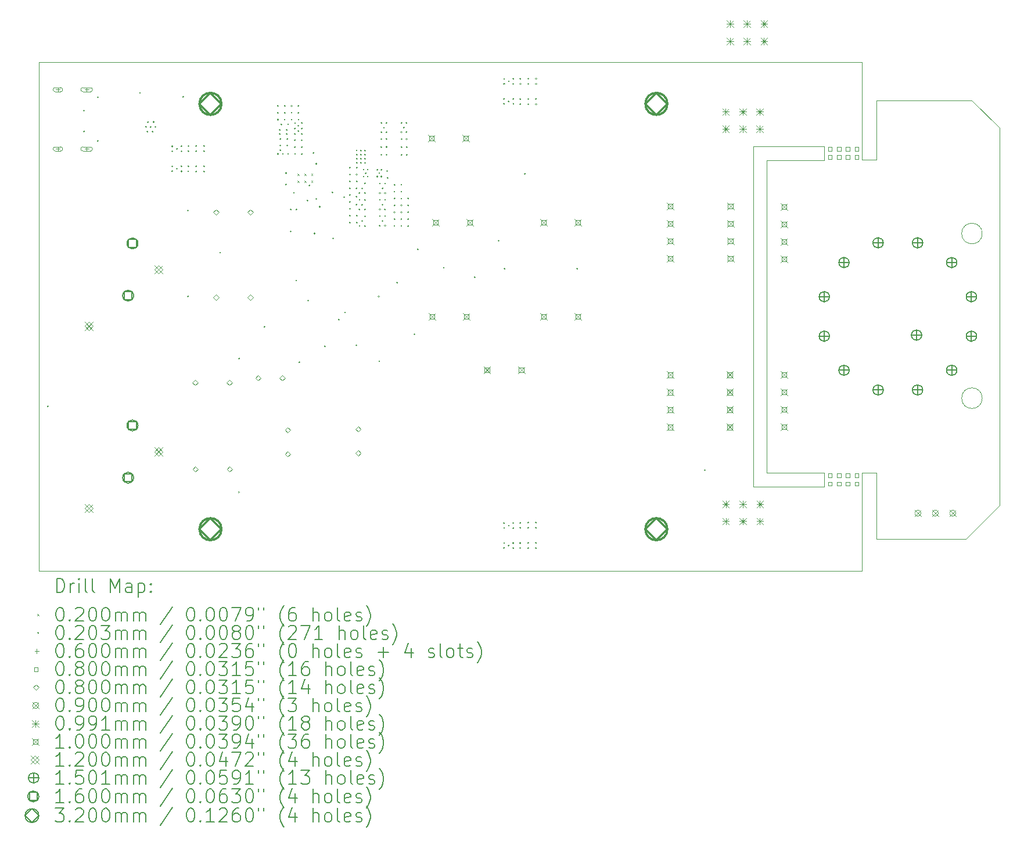
<source format=gbr>
%TF.GenerationSoftware,KiCad,Pcbnew,8.0.1*%
%TF.CreationDate,2024-11-27T14:44:21-06:00*%
%TF.ProjectId,XAmplifier,58416d70-6c69-4666-9965-722e6b696361,rev?*%
%TF.SameCoordinates,Original*%
%TF.FileFunction,Drillmap*%
%TF.FilePolarity,Positive*%
%FSLAX45Y45*%
G04 Gerber Fmt 4.5, Leading zero omitted, Abs format (unit mm)*
G04 Created by KiCad (PCBNEW 8.0.1) date 2024-11-27 14:44:21*
%MOMM*%
%LPD*%
G01*
G04 APERTURE LIST*
%ADD10C,0.050000*%
%ADD11C,0.200000*%
%ADD12C,0.100000*%
%ADD13C,0.120000*%
%ADD14C,0.150114*%
%ADD15C,0.160000*%
%ADD16C,0.320000*%
G04 APERTURE END LIST*
D10*
X21468000Y-12770000D02*
X20978000Y-13260000D01*
X19678000Y-7738400D02*
X19678000Y-6870000D01*
X19468000Y-7738400D02*
X19678000Y-7738400D01*
X21218000Y-8810000D02*
G75*
G02*
X20918000Y-8810000I-150000J0D01*
G01*
X20918000Y-8810000D02*
G75*
G02*
X21218000Y-8810000I150000J0D01*
G01*
X21068000Y-6870000D02*
X21468000Y-7270000D01*
X18918000Y-12500000D02*
X18918000Y-12300000D01*
X21068000Y-6870000D02*
X19678000Y-6870000D01*
X18078000Y-12300000D02*
X18078000Y-7740000D01*
X19468000Y-13726800D02*
X19468000Y-12298400D01*
X17878000Y-12498400D02*
X18918000Y-12500000D01*
X18918000Y-7740000D02*
X18078000Y-7740000D01*
X19468000Y-7738400D02*
X19468000Y-6310000D01*
X19468000Y-6310000D02*
X7468000Y-6310000D01*
X17878000Y-7540000D02*
X17878000Y-12498400D01*
X18918000Y-7740000D02*
X18918000Y-7540000D01*
X19678000Y-12298400D02*
X19468000Y-12298400D01*
X18918000Y-12300000D02*
X18078000Y-12300000D01*
X7468000Y-6310000D02*
X7468000Y-13726800D01*
X17878000Y-7540000D02*
X18918000Y-7540000D01*
X21218000Y-11210000D02*
G75*
G02*
X20918000Y-11210000I-150000J0D01*
G01*
X20918000Y-11210000D02*
G75*
G02*
X21218000Y-11210000I150000J0D01*
G01*
X19678000Y-13260000D02*
X20978000Y-13260000D01*
X19678000Y-12298400D02*
X19678000Y-13260000D01*
X21468000Y-12770000D02*
X21468000Y-7270000D01*
X19468000Y-13726800D02*
X7468000Y-13726800D01*
D11*
D12*
X11238110Y-7941300D02*
X11258110Y-7961300D01*
X11258110Y-7941300D02*
X11238110Y-7961300D01*
X11238110Y-8041300D02*
X11258110Y-8061300D01*
X11258110Y-8041300D02*
X11238110Y-8061300D01*
X11338110Y-7941300D02*
X11358110Y-7961300D01*
X11358110Y-7941300D02*
X11338110Y-7961300D01*
X11338110Y-8041300D02*
X11358110Y-8061300D01*
X11358110Y-8041300D02*
X11338110Y-8061300D01*
X11438110Y-7941300D02*
X11458110Y-7961300D01*
X11458110Y-7941300D02*
X11438110Y-7961300D01*
X11438110Y-8041300D02*
X11458110Y-8061300D01*
X11458110Y-8041300D02*
X11438110Y-8061300D01*
X7607494Y-11331923D02*
G75*
G02*
X7587174Y-11331923I-10160J0D01*
G01*
X7587174Y-11331923D02*
G75*
G02*
X7607494Y-11331923I10160J0D01*
G01*
X8135160Y-7020000D02*
G75*
G02*
X8114840Y-7020000I-10160J0D01*
G01*
X8114840Y-7020000D02*
G75*
G02*
X8135160Y-7020000I10160J0D01*
G01*
X8135160Y-7320000D02*
G75*
G02*
X8114840Y-7320000I-10160J0D01*
G01*
X8114840Y-7320000D02*
G75*
G02*
X8135160Y-7320000I10160J0D01*
G01*
X8335049Y-7463144D02*
G75*
G02*
X8314729Y-7463144I-10160J0D01*
G01*
X8314729Y-7463144D02*
G75*
G02*
X8335049Y-7463144I10160J0D01*
G01*
X8335160Y-6825000D02*
G75*
G02*
X8314840Y-6825000I-10160J0D01*
G01*
X8314840Y-6825000D02*
G75*
G02*
X8335160Y-6825000I10160J0D01*
G01*
X8950160Y-6760000D02*
G75*
G02*
X8929840Y-6760000I-10160J0D01*
G01*
X8929840Y-6760000D02*
G75*
G02*
X8950160Y-6760000I10160J0D01*
G01*
X9035660Y-7254500D02*
G75*
G02*
X9015340Y-7254500I-10160J0D01*
G01*
X9015340Y-7254500D02*
G75*
G02*
X9035660Y-7254500I10160J0D01*
G01*
X9060160Y-7325000D02*
G75*
G02*
X9039840Y-7325000I-10160J0D01*
G01*
X9039840Y-7325000D02*
G75*
G02*
X9060160Y-7325000I10160J0D01*
G01*
X9066397Y-7184928D02*
G75*
G02*
X9046077Y-7184928I-10160J0D01*
G01*
X9046077Y-7184928D02*
G75*
G02*
X9066397Y-7184928I10160J0D01*
G01*
X9104487Y-7256930D02*
G75*
G02*
X9084167Y-7256930I-10160J0D01*
G01*
X9084167Y-7256930D02*
G75*
G02*
X9104487Y-7256930I10160J0D01*
G01*
X9135160Y-7325000D02*
G75*
G02*
X9114840Y-7325000I-10160J0D01*
G01*
X9114840Y-7325000D02*
G75*
G02*
X9135160Y-7325000I10160J0D01*
G01*
X9149013Y-7183686D02*
G75*
G02*
X9128693Y-7183686I-10160J0D01*
G01*
X9128693Y-7183686D02*
G75*
G02*
X9149013Y-7183686I10160J0D01*
G01*
X9174885Y-7256968D02*
G75*
G02*
X9154565Y-7256968I-10160J0D01*
G01*
X9154565Y-7256968D02*
G75*
G02*
X9174885Y-7256968I10160J0D01*
G01*
X9420059Y-7538998D02*
G75*
G02*
X9399739Y-7538998I-10160J0D01*
G01*
X9399739Y-7538998D02*
G75*
G02*
X9420059Y-7538998I10160J0D01*
G01*
X9420059Y-7611658D02*
G75*
G02*
X9399739Y-7611658I-10160J0D01*
G01*
X9399739Y-7611658D02*
G75*
G02*
X9420059Y-7611658I10160J0D01*
G01*
X9420059Y-7901783D02*
G75*
G02*
X9399739Y-7901783I-10160J0D01*
G01*
X9399739Y-7901783D02*
G75*
G02*
X9420059Y-7901783I10160J0D01*
G01*
X9421083Y-7830659D02*
G75*
G02*
X9400763Y-7830659I-10160J0D01*
G01*
X9400763Y-7830659D02*
G75*
G02*
X9421083Y-7830659I10160J0D01*
G01*
X9488625Y-7867500D02*
G75*
G02*
X9468305Y-7867500I-10160J0D01*
G01*
X9468305Y-7867500D02*
G75*
G02*
X9488625Y-7867500I10160J0D01*
G01*
X9489137Y-7575840D02*
G75*
G02*
X9468817Y-7575840I-10160J0D01*
G01*
X9468817Y-7575840D02*
G75*
G02*
X9489137Y-7575840I10160J0D01*
G01*
X9553097Y-7537975D02*
G75*
G02*
X9532777Y-7537975I-10160J0D01*
G01*
X9532777Y-7537975D02*
G75*
G02*
X9553097Y-7537975I10160J0D01*
G01*
X9554121Y-7611658D02*
G75*
G02*
X9533801Y-7611658I-10160J0D01*
G01*
X9533801Y-7611658D02*
G75*
G02*
X9554121Y-7611658I10160J0D01*
G01*
X9554121Y-7830659D02*
G75*
G02*
X9533801Y-7830659I-10160J0D01*
G01*
X9533801Y-7830659D02*
G75*
G02*
X9554121Y-7830659I10160J0D01*
G01*
X9555144Y-7903318D02*
G75*
G02*
X9534824Y-7903318I-10160J0D01*
G01*
X9534824Y-7903318D02*
G75*
G02*
X9555144Y-7903318I10160J0D01*
G01*
X9579660Y-6819500D02*
G75*
G02*
X9559340Y-6819500I-10160J0D01*
G01*
X9559340Y-6819500D02*
G75*
G02*
X9579660Y-6819500I10160J0D01*
G01*
X9650160Y-8473750D02*
G75*
G02*
X9629840Y-8473750I-10160J0D01*
G01*
X9629840Y-8473750D02*
G75*
G02*
X9650160Y-8473750I10160J0D01*
G01*
X9650160Y-9726250D02*
G75*
G02*
X9629840Y-9726250I-10160J0D01*
G01*
X9629840Y-9726250D02*
G75*
G02*
X9650160Y-9726250I10160J0D01*
G01*
X9654008Y-7904341D02*
G75*
G02*
X9633688Y-7904341I-10160J0D01*
G01*
X9633688Y-7904341D02*
G75*
G02*
X9654008Y-7904341I10160J0D01*
G01*
X9654519Y-7830659D02*
G75*
G02*
X9634199Y-7830659I-10160J0D01*
G01*
X9634199Y-7830659D02*
G75*
G02*
X9654519Y-7830659I10160J0D01*
G01*
X9655031Y-7609099D02*
G75*
G02*
X9634711Y-7609099I-10160J0D01*
G01*
X9634711Y-7609099D02*
G75*
G02*
X9655031Y-7609099I10160J0D01*
G01*
X9655543Y-7535416D02*
G75*
G02*
X9635223Y-7535416I-10160J0D01*
G01*
X9635223Y-7535416D02*
G75*
G02*
X9655543Y-7535416I10160J0D01*
G01*
X9770160Y-7828612D02*
G75*
G02*
X9749840Y-7828612I-10160J0D01*
G01*
X9749840Y-7828612D02*
G75*
G02*
X9770160Y-7828612I10160J0D01*
G01*
X9770160Y-7905365D02*
G75*
G02*
X9749840Y-7905365I-10160J0D01*
G01*
X9749840Y-7905365D02*
G75*
G02*
X9770160Y-7905365I10160J0D01*
G01*
X9771183Y-7533370D02*
G75*
G02*
X9750863Y-7533370I-10160J0D01*
G01*
X9750863Y-7533370D02*
G75*
G02*
X9771183Y-7533370I10160J0D01*
G01*
X9771183Y-7610122D02*
G75*
G02*
X9750863Y-7610122I-10160J0D01*
G01*
X9750863Y-7610122D02*
G75*
G02*
X9771183Y-7610122I10160J0D01*
G01*
X9883242Y-7829124D02*
G75*
G02*
X9862922Y-7829124I-10160J0D01*
G01*
X9862922Y-7829124D02*
G75*
G02*
X9883242Y-7829124I10160J0D01*
G01*
X9883754Y-7905365D02*
G75*
G02*
X9863434Y-7905365I-10160J0D01*
G01*
X9863434Y-7905365D02*
G75*
G02*
X9883754Y-7905365I10160J0D01*
G01*
X9884266Y-7533881D02*
G75*
G02*
X9863946Y-7533881I-10160J0D01*
G01*
X9863946Y-7533881D02*
G75*
G02*
X9884266Y-7533881I10160J0D01*
G01*
X9884778Y-7610122D02*
G75*
G02*
X9864458Y-7610122I-10160J0D01*
G01*
X9864458Y-7610122D02*
G75*
G02*
X9884778Y-7610122I10160J0D01*
G01*
X10119391Y-9089470D02*
G75*
G02*
X10099071Y-9089470I-10160J0D01*
G01*
X10099071Y-9089470D02*
G75*
G02*
X10119391Y-9089470I10160J0D01*
G01*
X10390160Y-12580000D02*
G75*
G02*
X10369840Y-12580000I-10160J0D01*
G01*
X10369840Y-12580000D02*
G75*
G02*
X10390160Y-12580000I10160J0D01*
G01*
X10397222Y-10631604D02*
G75*
G02*
X10376902Y-10631604I-10160J0D01*
G01*
X10376902Y-10631604D02*
G75*
G02*
X10397222Y-10631604I10160J0D01*
G01*
X10765160Y-10170000D02*
G75*
G02*
X10744840Y-10170000I-10160J0D01*
G01*
X10744840Y-10170000D02*
G75*
G02*
X10765160Y-10170000I10160J0D01*
G01*
X10960160Y-6950000D02*
G75*
G02*
X10939840Y-6950000I-10160J0D01*
G01*
X10939840Y-6950000D02*
G75*
G02*
X10960160Y-6950000I10160J0D01*
G01*
X10960160Y-7050000D02*
G75*
G02*
X10939840Y-7050000I-10160J0D01*
G01*
X10939840Y-7050000D02*
G75*
G02*
X10960160Y-7050000I10160J0D01*
G01*
X10960160Y-7150000D02*
G75*
G02*
X10939840Y-7150000I-10160J0D01*
G01*
X10939840Y-7150000D02*
G75*
G02*
X10960160Y-7150000I10160J0D01*
G01*
X10960160Y-7650000D02*
G75*
G02*
X10939840Y-7650000I-10160J0D01*
G01*
X10939840Y-7650000D02*
G75*
G02*
X10960160Y-7650000I10160J0D01*
G01*
X10990160Y-7300000D02*
G75*
G02*
X10969840Y-7300000I-10160J0D01*
G01*
X10969840Y-7300000D02*
G75*
G02*
X10990160Y-7300000I10160J0D01*
G01*
X10990160Y-7360000D02*
G75*
G02*
X10969840Y-7360000I-10160J0D01*
G01*
X10969840Y-7360000D02*
G75*
G02*
X10990160Y-7360000I10160J0D01*
G01*
X10996160Y-7431427D02*
G75*
G02*
X10975840Y-7431427I-10160J0D01*
G01*
X10975840Y-7431427D02*
G75*
G02*
X10996160Y-7431427I10160J0D01*
G01*
X10996160Y-7527427D02*
G75*
G02*
X10975840Y-7527427I-10160J0D01*
G01*
X10975840Y-7527427D02*
G75*
G02*
X10996160Y-7527427I10160J0D01*
G01*
X10998160Y-7595000D02*
G75*
G02*
X10977840Y-7595000I-10160J0D01*
G01*
X10977840Y-7595000D02*
G75*
G02*
X10998160Y-7595000I10160J0D01*
G01*
X11010160Y-7220000D02*
G75*
G02*
X10989840Y-7220000I-10160J0D01*
G01*
X10989840Y-7220000D02*
G75*
G02*
X11010160Y-7220000I10160J0D01*
G01*
X11035160Y-7650000D02*
G75*
G02*
X11014840Y-7650000I-10160J0D01*
G01*
X11014840Y-7650000D02*
G75*
G02*
X11035160Y-7650000I10160J0D01*
G01*
X11060160Y-6950000D02*
G75*
G02*
X11039840Y-6950000I-10160J0D01*
G01*
X11039840Y-6950000D02*
G75*
G02*
X11060160Y-6950000I10160J0D01*
G01*
X11060160Y-7050000D02*
G75*
G02*
X11039840Y-7050000I-10160J0D01*
G01*
X11039840Y-7050000D02*
G75*
G02*
X11060160Y-7050000I10160J0D01*
G01*
X11060160Y-7150000D02*
G75*
G02*
X11039840Y-7150000I-10160J0D01*
G01*
X11039840Y-7150000D02*
G75*
G02*
X11060160Y-7150000I10160J0D01*
G01*
X11078400Y-8097298D02*
G75*
G02*
X11058080Y-8097298I-10160J0D01*
G01*
X11058080Y-8097298D02*
G75*
G02*
X11078400Y-8097298I10160J0D01*
G01*
X11079935Y-7928427D02*
G75*
G02*
X11059615Y-7928427I-10160J0D01*
G01*
X11059615Y-7928427D02*
G75*
G02*
X11079935Y-7928427I10160J0D01*
G01*
X11090160Y-7300000D02*
G75*
G02*
X11069840Y-7300000I-10160J0D01*
G01*
X11069840Y-7300000D02*
G75*
G02*
X11090160Y-7300000I10160J0D01*
G01*
X11090160Y-7360000D02*
G75*
G02*
X11069840Y-7360000I-10160J0D01*
G01*
X11069840Y-7360000D02*
G75*
G02*
X11090160Y-7360000I10160J0D01*
G01*
X11097160Y-7527000D02*
G75*
G02*
X11076840Y-7527000I-10160J0D01*
G01*
X11076840Y-7527000D02*
G75*
G02*
X11097160Y-7527000I10160J0D01*
G01*
X11098506Y-7431508D02*
G75*
G02*
X11078186Y-7431508I-10160J0D01*
G01*
X11078186Y-7431508D02*
G75*
G02*
X11098506Y-7431508I10160J0D01*
G01*
X11110160Y-7220000D02*
G75*
G02*
X11089840Y-7220000I-10160J0D01*
G01*
X11089840Y-7220000D02*
G75*
G02*
X11110160Y-7220000I10160J0D01*
G01*
X11110160Y-7650000D02*
G75*
G02*
X11089840Y-7650000I-10160J0D01*
G01*
X11089840Y-7650000D02*
G75*
G02*
X11110160Y-7650000I10160J0D01*
G01*
X11150160Y-8460000D02*
G75*
G02*
X11129840Y-8460000I-10160J0D01*
G01*
X11129840Y-8460000D02*
G75*
G02*
X11150160Y-8460000I10160J0D01*
G01*
X11150160Y-8780000D02*
G75*
G02*
X11129840Y-8780000I-10160J0D01*
G01*
X11129840Y-8780000D02*
G75*
G02*
X11150160Y-8780000I10160J0D01*
G01*
X11160160Y-6950000D02*
G75*
G02*
X11139840Y-6950000I-10160J0D01*
G01*
X11139840Y-6950000D02*
G75*
G02*
X11160160Y-6950000I10160J0D01*
G01*
X11160160Y-7050000D02*
G75*
G02*
X11139840Y-7050000I-10160J0D01*
G01*
X11139840Y-7050000D02*
G75*
G02*
X11160160Y-7050000I10160J0D01*
G01*
X11160160Y-7150000D02*
G75*
G02*
X11139840Y-7150000I-10160J0D01*
G01*
X11139840Y-7150000D02*
G75*
G02*
X11160160Y-7150000I10160J0D01*
G01*
X11195770Y-8216300D02*
G75*
G02*
X11175450Y-8216300I-10160J0D01*
G01*
X11175450Y-8216300D02*
G75*
G02*
X11195770Y-8216300I10160J0D01*
G01*
X11210160Y-7200000D02*
G75*
G02*
X11189840Y-7200000I-10160J0D01*
G01*
X11189840Y-7200000D02*
G75*
G02*
X11210160Y-7200000I10160J0D01*
G01*
X11210160Y-7280000D02*
G75*
G02*
X11189840Y-7280000I-10160J0D01*
G01*
X11189840Y-7280000D02*
G75*
G02*
X11210160Y-7280000I10160J0D01*
G01*
X11210160Y-7360000D02*
G75*
G02*
X11189840Y-7360000I-10160J0D01*
G01*
X11189840Y-7360000D02*
G75*
G02*
X11210160Y-7360000I10160J0D01*
G01*
X11210160Y-7450000D02*
G75*
G02*
X11189840Y-7450000I-10160J0D01*
G01*
X11189840Y-7450000D02*
G75*
G02*
X11210160Y-7450000I10160J0D01*
G01*
X11210160Y-7550000D02*
G75*
G02*
X11189840Y-7550000I-10160J0D01*
G01*
X11189840Y-7550000D02*
G75*
G02*
X11210160Y-7550000I10160J0D01*
G01*
X11210160Y-7650000D02*
G75*
G02*
X11189840Y-7650000I-10160J0D01*
G01*
X11189840Y-7650000D02*
G75*
G02*
X11210160Y-7650000I10160J0D01*
G01*
X11230160Y-8460000D02*
G75*
G02*
X11209840Y-8460000I-10160J0D01*
G01*
X11209840Y-8460000D02*
G75*
G02*
X11230160Y-8460000I10160J0D01*
G01*
X11230160Y-9495000D02*
G75*
G02*
X11209840Y-9495000I-10160J0D01*
G01*
X11209840Y-9495000D02*
G75*
G02*
X11230160Y-9495000I10160J0D01*
G01*
X11257666Y-7239408D02*
G75*
G02*
X11237346Y-7239408I-10160J0D01*
G01*
X11237346Y-7239408D02*
G75*
G02*
X11257666Y-7239408I10160J0D01*
G01*
X11259529Y-7318607D02*
G75*
G02*
X11239209Y-7318607I-10160J0D01*
G01*
X11239209Y-7318607D02*
G75*
G02*
X11259529Y-7318607I10160J0D01*
G01*
X11260160Y-6950000D02*
G75*
G02*
X11239840Y-6950000I-10160J0D01*
G01*
X11239840Y-6950000D02*
G75*
G02*
X11260160Y-6950000I10160J0D01*
G01*
X11260160Y-7050000D02*
G75*
G02*
X11239840Y-7050000I-10160J0D01*
G01*
X11239840Y-7050000D02*
G75*
G02*
X11260160Y-7050000I10160J0D01*
G01*
X11260160Y-7150000D02*
G75*
G02*
X11239840Y-7150000I-10160J0D01*
G01*
X11239840Y-7150000D02*
G75*
G02*
X11260160Y-7150000I10160J0D01*
G01*
X11271577Y-10686730D02*
G75*
G02*
X11251257Y-10686730I-10160J0D01*
G01*
X11251257Y-10686730D02*
G75*
G02*
X11271577Y-10686730I10160J0D01*
G01*
X11310160Y-7200000D02*
G75*
G02*
X11289840Y-7200000I-10160J0D01*
G01*
X11289840Y-7200000D02*
G75*
G02*
X11310160Y-7200000I10160J0D01*
G01*
X11310160Y-7280000D02*
G75*
G02*
X11289840Y-7280000I-10160J0D01*
G01*
X11289840Y-7280000D02*
G75*
G02*
X11310160Y-7280000I10160J0D01*
G01*
X11310160Y-7360000D02*
G75*
G02*
X11289840Y-7360000I-10160J0D01*
G01*
X11289840Y-7360000D02*
G75*
G02*
X11310160Y-7360000I10160J0D01*
G01*
X11310160Y-7450000D02*
G75*
G02*
X11289840Y-7450000I-10160J0D01*
G01*
X11289840Y-7450000D02*
G75*
G02*
X11310160Y-7450000I10160J0D01*
G01*
X11310160Y-7550000D02*
G75*
G02*
X11289840Y-7550000I-10160J0D01*
G01*
X11289840Y-7550000D02*
G75*
G02*
X11310160Y-7550000I10160J0D01*
G01*
X11310160Y-7650000D02*
G75*
G02*
X11289840Y-7650000I-10160J0D01*
G01*
X11289840Y-7650000D02*
G75*
G02*
X11310160Y-7650000I10160J0D01*
G01*
X11390160Y-8330000D02*
G75*
G02*
X11369840Y-8330000I-10160J0D01*
G01*
X11369840Y-8330000D02*
G75*
G02*
X11390160Y-8330000I10160J0D01*
G01*
X11400160Y-9787000D02*
G75*
G02*
X11379840Y-9787000I-10160J0D01*
G01*
X11379840Y-9787000D02*
G75*
G02*
X11400160Y-9787000I10160J0D01*
G01*
X11420556Y-8109628D02*
G75*
G02*
X11400236Y-8109628I-10160J0D01*
G01*
X11400236Y-8109628D02*
G75*
G02*
X11420556Y-8109628I10160J0D01*
G01*
X11479161Y-7634001D02*
G75*
G02*
X11458841Y-7634001I-10160J0D01*
G01*
X11458841Y-7634001D02*
G75*
G02*
X11479161Y-7634001I10160J0D01*
G01*
X11495160Y-8810000D02*
G75*
G02*
X11474840Y-8810000I-10160J0D01*
G01*
X11474840Y-8810000D02*
G75*
G02*
X11495160Y-8810000I10160J0D01*
G01*
X11520160Y-7795000D02*
G75*
G02*
X11499840Y-7795000I-10160J0D01*
G01*
X11499840Y-7795000D02*
G75*
G02*
X11520160Y-7795000I10160J0D01*
G01*
X11520160Y-8305000D02*
G75*
G02*
X11499840Y-8305000I-10160J0D01*
G01*
X11499840Y-8305000D02*
G75*
G02*
X11520160Y-8305000I10160J0D01*
G01*
X11570160Y-8420000D02*
G75*
G02*
X11549840Y-8420000I-10160J0D01*
G01*
X11549840Y-8420000D02*
G75*
G02*
X11570160Y-8420000I10160J0D01*
G01*
X11645160Y-10455000D02*
G75*
G02*
X11624840Y-10455000I-10160J0D01*
G01*
X11624840Y-10455000D02*
G75*
G02*
X11645160Y-10455000I10160J0D01*
G01*
X11755160Y-8212500D02*
G75*
G02*
X11734840Y-8212500I-10160J0D01*
G01*
X11734840Y-8212500D02*
G75*
G02*
X11755160Y-8212500I10160J0D01*
G01*
X11766561Y-8880193D02*
G75*
G02*
X11746241Y-8880193I-10160J0D01*
G01*
X11746241Y-8880193D02*
G75*
G02*
X11766561Y-8880193I10160J0D01*
G01*
X11848144Y-10064592D02*
G75*
G02*
X11827824Y-10064592I-10160J0D01*
G01*
X11827824Y-10064592D02*
G75*
G02*
X11848144Y-10064592I10160J0D01*
G01*
X11925160Y-8280000D02*
G75*
G02*
X11904840Y-8280000I-10160J0D01*
G01*
X11904840Y-8280000D02*
G75*
G02*
X11925160Y-8280000I10160J0D01*
G01*
X11939129Y-9960000D02*
G75*
G02*
X11918809Y-9960000I-10160J0D01*
G01*
X11918809Y-9960000D02*
G75*
G02*
X11939129Y-9960000I10160J0D01*
G01*
X12010160Y-7850000D02*
G75*
G02*
X11989840Y-7850000I-10160J0D01*
G01*
X11989840Y-7850000D02*
G75*
G02*
X12010160Y-7850000I10160J0D01*
G01*
X12010160Y-7950000D02*
G75*
G02*
X11989840Y-7950000I-10160J0D01*
G01*
X11989840Y-7950000D02*
G75*
G02*
X12010160Y-7950000I10160J0D01*
G01*
X12010160Y-8050000D02*
G75*
G02*
X11989840Y-8050000I-10160J0D01*
G01*
X11989840Y-8050000D02*
G75*
G02*
X12010160Y-8050000I10160J0D01*
G01*
X12010160Y-8150000D02*
G75*
G02*
X11989840Y-8150000I-10160J0D01*
G01*
X11989840Y-8150000D02*
G75*
G02*
X12010160Y-8150000I10160J0D01*
G01*
X12010160Y-8250000D02*
G75*
G02*
X11989840Y-8250000I-10160J0D01*
G01*
X11989840Y-8250000D02*
G75*
G02*
X12010160Y-8250000I10160J0D01*
G01*
X12010160Y-8350000D02*
G75*
G02*
X11989840Y-8350000I-10160J0D01*
G01*
X11989840Y-8350000D02*
G75*
G02*
X12010160Y-8350000I10160J0D01*
G01*
X12010160Y-8450000D02*
G75*
G02*
X11989840Y-8450000I-10160J0D01*
G01*
X11989840Y-8450000D02*
G75*
G02*
X12010160Y-8450000I10160J0D01*
G01*
X12010160Y-8550000D02*
G75*
G02*
X11989840Y-8550000I-10160J0D01*
G01*
X11989840Y-8550000D02*
G75*
G02*
X12010160Y-8550000I10160J0D01*
G01*
X12010160Y-8650000D02*
G75*
G02*
X11989840Y-8650000I-10160J0D01*
G01*
X11989840Y-8650000D02*
G75*
G02*
X12010160Y-8650000I10160J0D01*
G01*
X12103160Y-10440000D02*
G75*
G02*
X12082840Y-10440000I-10160J0D01*
G01*
X12082840Y-10440000D02*
G75*
G02*
X12103160Y-10440000I10160J0D01*
G01*
X12107435Y-8151927D02*
G75*
G02*
X12087115Y-8151927I-10160J0D01*
G01*
X12087115Y-8151927D02*
G75*
G02*
X12107435Y-8151927I10160J0D01*
G01*
X12107435Y-8274427D02*
G75*
G02*
X12087115Y-8274427I-10160J0D01*
G01*
X12087115Y-8274427D02*
G75*
G02*
X12107435Y-8274427I10160J0D01*
G01*
X12107435Y-8389427D02*
G75*
G02*
X12087115Y-8389427I-10160J0D01*
G01*
X12087115Y-8389427D02*
G75*
G02*
X12107435Y-8389427I10160J0D01*
G01*
X12110160Y-7600000D02*
G75*
G02*
X12089840Y-7600000I-10160J0D01*
G01*
X12089840Y-7600000D02*
G75*
G02*
X12110160Y-7600000I10160J0D01*
G01*
X12110160Y-7660000D02*
G75*
G02*
X12089840Y-7660000I-10160J0D01*
G01*
X12089840Y-7660000D02*
G75*
G02*
X12110160Y-7660000I10160J0D01*
G01*
X12110160Y-7720000D02*
G75*
G02*
X12089840Y-7720000I-10160J0D01*
G01*
X12089840Y-7720000D02*
G75*
G02*
X12110160Y-7720000I10160J0D01*
G01*
X12110160Y-7780000D02*
G75*
G02*
X12089840Y-7780000I-10160J0D01*
G01*
X12089840Y-7780000D02*
G75*
G02*
X12110160Y-7780000I10160J0D01*
G01*
X12110160Y-7850000D02*
G75*
G02*
X12089840Y-7850000I-10160J0D01*
G01*
X12089840Y-7850000D02*
G75*
G02*
X12110160Y-7850000I10160J0D01*
G01*
X12110160Y-7950000D02*
G75*
G02*
X12089840Y-7950000I-10160J0D01*
G01*
X12089840Y-7950000D02*
G75*
G02*
X12110160Y-7950000I10160J0D01*
G01*
X12110160Y-8050000D02*
G75*
G02*
X12089840Y-8050000I-10160J0D01*
G01*
X12089840Y-8050000D02*
G75*
G02*
X12110160Y-8050000I10160J0D01*
G01*
X12110160Y-8550000D02*
G75*
G02*
X12089840Y-8550000I-10160J0D01*
G01*
X12089840Y-8550000D02*
G75*
G02*
X12110160Y-8550000I10160J0D01*
G01*
X12110160Y-8650000D02*
G75*
G02*
X12089840Y-8650000I-10160J0D01*
G01*
X12089840Y-8650000D02*
G75*
G02*
X12110160Y-8650000I10160J0D01*
G01*
X12150160Y-8220000D02*
G75*
G02*
X12129840Y-8220000I-10160J0D01*
G01*
X12129840Y-8220000D02*
G75*
G02*
X12150160Y-8220000I10160J0D01*
G01*
X12150160Y-8320000D02*
G75*
G02*
X12129840Y-8320000I-10160J0D01*
G01*
X12129840Y-8320000D02*
G75*
G02*
X12150160Y-8320000I10160J0D01*
G01*
X12150160Y-8460000D02*
G75*
G02*
X12129840Y-8460000I-10160J0D01*
G01*
X12129840Y-8460000D02*
G75*
G02*
X12150160Y-8460000I10160J0D01*
G01*
X12150160Y-8700000D02*
G75*
G02*
X12129840Y-8700000I-10160J0D01*
G01*
X12129840Y-8700000D02*
G75*
G02*
X12150160Y-8700000I10160J0D01*
G01*
X12170160Y-7600000D02*
G75*
G02*
X12149840Y-7600000I-10160J0D01*
G01*
X12149840Y-7600000D02*
G75*
G02*
X12170160Y-7600000I10160J0D01*
G01*
X12170160Y-7660000D02*
G75*
G02*
X12149840Y-7660000I-10160J0D01*
G01*
X12149840Y-7660000D02*
G75*
G02*
X12170160Y-7660000I10160J0D01*
G01*
X12170160Y-7720000D02*
G75*
G02*
X12149840Y-7720000I-10160J0D01*
G01*
X12149840Y-7720000D02*
G75*
G02*
X12170160Y-7720000I10160J0D01*
G01*
X12170160Y-7780000D02*
G75*
G02*
X12149840Y-7780000I-10160J0D01*
G01*
X12149840Y-7780000D02*
G75*
G02*
X12170160Y-7780000I10160J0D01*
G01*
X12188157Y-8393968D02*
G75*
G02*
X12167837Y-8393968I-10160J0D01*
G01*
X12167837Y-8393968D02*
G75*
G02*
X12188157Y-8393968I10160J0D01*
G01*
X12189181Y-8151941D02*
G75*
G02*
X12168861Y-8151941I-10160J0D01*
G01*
X12168861Y-8151941D02*
G75*
G02*
X12189181Y-8151941I10160J0D01*
G01*
X12189693Y-8627296D02*
G75*
G02*
X12169373Y-8627296I-10160J0D01*
G01*
X12169373Y-8627296D02*
G75*
G02*
X12189693Y-8627296I10160J0D01*
G01*
X12210160Y-7880000D02*
G75*
G02*
X12189840Y-7880000I-10160J0D01*
G01*
X12189840Y-7880000D02*
G75*
G02*
X12210160Y-7880000I10160J0D01*
G01*
X12210160Y-7980000D02*
G75*
G02*
X12189840Y-7980000I-10160J0D01*
G01*
X12189840Y-7980000D02*
G75*
G02*
X12210160Y-7980000I10160J0D01*
G01*
X12230160Y-7600000D02*
G75*
G02*
X12209840Y-7600000I-10160J0D01*
G01*
X12209840Y-7600000D02*
G75*
G02*
X12230160Y-7600000I10160J0D01*
G01*
X12230160Y-7660000D02*
G75*
G02*
X12209840Y-7660000I-10160J0D01*
G01*
X12209840Y-7660000D02*
G75*
G02*
X12230160Y-7660000I10160J0D01*
G01*
X12230160Y-7720000D02*
G75*
G02*
X12209840Y-7720000I-10160J0D01*
G01*
X12209840Y-7720000D02*
G75*
G02*
X12230160Y-7720000I10160J0D01*
G01*
X12230160Y-7780000D02*
G75*
G02*
X12209840Y-7780000I-10160J0D01*
G01*
X12209840Y-7780000D02*
G75*
G02*
X12230160Y-7780000I10160J0D01*
G01*
X12230160Y-8080000D02*
G75*
G02*
X12209840Y-8080000I-10160J0D01*
G01*
X12209840Y-8080000D02*
G75*
G02*
X12230160Y-8080000I10160J0D01*
G01*
X12230160Y-8220000D02*
G75*
G02*
X12209840Y-8220000I-10160J0D01*
G01*
X12209840Y-8220000D02*
G75*
G02*
X12230160Y-8220000I10160J0D01*
G01*
X12230160Y-8320000D02*
G75*
G02*
X12209840Y-8320000I-10160J0D01*
G01*
X12209840Y-8320000D02*
G75*
G02*
X12230160Y-8320000I10160J0D01*
G01*
X12230160Y-8460000D02*
G75*
G02*
X12209840Y-8460000I-10160J0D01*
G01*
X12209840Y-8460000D02*
G75*
G02*
X12230160Y-8460000I10160J0D01*
G01*
X12230160Y-8560000D02*
G75*
G02*
X12209840Y-8560000I-10160J0D01*
G01*
X12209840Y-8560000D02*
G75*
G02*
X12230160Y-8560000I10160J0D01*
G01*
X12230160Y-8700000D02*
G75*
G02*
X12209840Y-8700000I-10160J0D01*
G01*
X12209840Y-8700000D02*
G75*
G02*
X12230160Y-8700000I10160J0D01*
G01*
X12240861Y-7930893D02*
G75*
G02*
X12220541Y-7930893I-10160J0D01*
G01*
X12220541Y-7930893D02*
G75*
G02*
X12240861Y-7930893I10160J0D01*
G01*
X12270160Y-7880000D02*
G75*
G02*
X12249840Y-7880000I-10160J0D01*
G01*
X12249840Y-7880000D02*
G75*
G02*
X12270160Y-7880000I10160J0D01*
G01*
X12270160Y-7980000D02*
G75*
G02*
X12249840Y-7980000I-10160J0D01*
G01*
X12249840Y-7980000D02*
G75*
G02*
X12270160Y-7980000I10160J0D01*
G01*
X12410160Y-7880000D02*
G75*
G02*
X12389840Y-7880000I-10160J0D01*
G01*
X12389840Y-7880000D02*
G75*
G02*
X12410160Y-7880000I10160J0D01*
G01*
X12410160Y-7980000D02*
G75*
G02*
X12389840Y-7980000I-10160J0D01*
G01*
X12389840Y-7980000D02*
G75*
G02*
X12410160Y-7980000I10160J0D01*
G01*
X12430160Y-9727500D02*
G75*
G02*
X12409840Y-9727500I-10160J0D01*
G01*
X12409840Y-9727500D02*
G75*
G02*
X12430160Y-9727500I10160J0D01*
G01*
X12439395Y-7930381D02*
G75*
G02*
X12419075Y-7930381I-10160J0D01*
G01*
X12419075Y-7930381D02*
G75*
G02*
X12439395Y-7930381I10160J0D01*
G01*
X12439660Y-10672500D02*
G75*
G02*
X12419340Y-10672500I-10160J0D01*
G01*
X12419340Y-10672500D02*
G75*
G02*
X12439660Y-10672500I10160J0D01*
G01*
X12446667Y-8220398D02*
G75*
G02*
X12426347Y-8220398I-10160J0D01*
G01*
X12426347Y-8220398D02*
G75*
G02*
X12446667Y-8220398I10160J0D01*
G01*
X12446667Y-8696777D02*
G75*
G02*
X12426347Y-8696777I-10160J0D01*
G01*
X12426347Y-8696777D02*
G75*
G02*
X12446667Y-8696777I10160J0D01*
G01*
X12447178Y-8082244D02*
G75*
G02*
X12426858Y-8082244I-10160J0D01*
G01*
X12426858Y-8082244D02*
G75*
G02*
X12447178Y-8082244I10160J0D01*
G01*
X12447178Y-8557087D02*
G75*
G02*
X12426858Y-8557087I-10160J0D01*
G01*
X12426858Y-8557087D02*
G75*
G02*
X12447178Y-8557087I10160J0D01*
G01*
X12447690Y-8319665D02*
G75*
G02*
X12427370Y-8319665I-10160J0D01*
G01*
X12427370Y-8319665D02*
G75*
G02*
X12447690Y-8319665I10160J0D01*
G01*
X12447690Y-8458844D02*
G75*
G02*
X12427370Y-8458844I-10160J0D01*
G01*
X12427370Y-8458844D02*
G75*
G02*
X12447690Y-8458844I10160J0D01*
G01*
X12467795Y-7549023D02*
G75*
G02*
X12447475Y-7549023I-10160J0D01*
G01*
X12447475Y-7549023D02*
G75*
G02*
X12467795Y-7549023I10160J0D01*
G01*
X12467795Y-7662617D02*
G75*
G02*
X12447475Y-7662617I-10160J0D01*
G01*
X12447475Y-7662617D02*
G75*
G02*
X12467795Y-7662617I10160J0D01*
G01*
X12468819Y-7432871D02*
G75*
G02*
X12448499Y-7432871I-10160J0D01*
G01*
X12448499Y-7432871D02*
G75*
G02*
X12468819Y-7432871I10160J0D01*
G01*
X12469842Y-7334007D02*
G75*
G02*
X12449522Y-7334007I-10160J0D01*
G01*
X12449522Y-7334007D02*
G75*
G02*
X12469842Y-7334007I10160J0D01*
G01*
X12470160Y-7880000D02*
G75*
G02*
X12449840Y-7880000I-10160J0D01*
G01*
X12449840Y-7880000D02*
G75*
G02*
X12470160Y-7880000I10160J0D01*
G01*
X12470160Y-7980000D02*
G75*
G02*
X12449840Y-7980000I-10160J0D01*
G01*
X12449840Y-7980000D02*
G75*
G02*
X12470160Y-7980000I10160J0D01*
G01*
X12471377Y-7198923D02*
G75*
G02*
X12451057Y-7198923I-10160J0D01*
G01*
X12451057Y-7198923D02*
G75*
G02*
X12471377Y-7198923I10160J0D01*
G01*
X12484020Y-8628211D02*
G75*
G02*
X12463700Y-8628211I-10160J0D01*
G01*
X12463700Y-8628211D02*
G75*
G02*
X12484020Y-8628211I10160J0D01*
G01*
X12485555Y-8390278D02*
G75*
G02*
X12465235Y-8390278I-10160J0D01*
G01*
X12465235Y-8390278D02*
G75*
G02*
X12485555Y-8390278I10160J0D01*
G01*
X12487090Y-8151321D02*
G75*
G02*
X12466770Y-8151321I-10160J0D01*
G01*
X12466770Y-8151321D02*
G75*
G02*
X12487090Y-8151321I10160J0D01*
G01*
X12505660Y-7267488D02*
G75*
G02*
X12485340Y-7267488I-10160J0D01*
G01*
X12485340Y-7267488D02*
G75*
G02*
X12505660Y-7267488I10160J0D01*
G01*
X12522396Y-8458844D02*
G75*
G02*
X12502076Y-8458844I-10160J0D01*
G01*
X12502076Y-8458844D02*
G75*
G02*
X12522396Y-8458844I10160J0D01*
G01*
X12522396Y-8556576D02*
G75*
G02*
X12502076Y-8556576I-10160J0D01*
G01*
X12502076Y-8556576D02*
G75*
G02*
X12522396Y-8556576I10160J0D01*
G01*
X12522908Y-8221422D02*
G75*
G02*
X12502588Y-8221422I-10160J0D01*
G01*
X12502588Y-8221422D02*
G75*
G02*
X12522908Y-8221422I10160J0D01*
G01*
X12522908Y-8696266D02*
G75*
G02*
X12502588Y-8696266I-10160J0D01*
G01*
X12502588Y-8696266D02*
G75*
G02*
X12522908Y-8696266I10160J0D01*
G01*
X12523419Y-8082755D02*
G75*
G02*
X12503099Y-8082755I-10160J0D01*
G01*
X12503099Y-8082755D02*
G75*
G02*
X12523419Y-8082755I10160J0D01*
G01*
X12523419Y-8320689D02*
G75*
G02*
X12503099Y-8320689I-10160J0D01*
G01*
X12503099Y-8320689D02*
G75*
G02*
X12523419Y-8320689I10160J0D01*
G01*
X12542501Y-7199946D02*
G75*
G02*
X12522181Y-7199946I-10160J0D01*
G01*
X12522181Y-7199946D02*
G75*
G02*
X12542501Y-7199946I10160J0D01*
G01*
X12542501Y-7332984D02*
G75*
G02*
X12522181Y-7332984I-10160J0D01*
G01*
X12522181Y-7332984D02*
G75*
G02*
X12542501Y-7332984I10160J0D01*
G01*
X12542501Y-7433382D02*
G75*
G02*
X12522181Y-7433382I-10160J0D01*
G01*
X12522181Y-7433382D02*
G75*
G02*
X12542501Y-7433382I10160J0D01*
G01*
X12544036Y-7662106D02*
G75*
G02*
X12523716Y-7662106I-10160J0D01*
G01*
X12523716Y-7662106D02*
G75*
G02*
X12544036Y-7662106I10160J0D01*
G01*
X12544548Y-7549023D02*
G75*
G02*
X12524228Y-7549023I-10160J0D01*
G01*
X12524228Y-7549023D02*
G75*
G02*
X12544548Y-7549023I10160J0D01*
G01*
X12552660Y-7900000D02*
G75*
G02*
X12532340Y-7900000I-10160J0D01*
G01*
X12532340Y-7900000D02*
G75*
G02*
X12552660Y-7900000I10160J0D01*
G01*
X12560160Y-8000000D02*
G75*
G02*
X12539840Y-8000000I-10160J0D01*
G01*
X12539840Y-8000000D02*
G75*
G02*
X12560160Y-8000000I10160J0D01*
G01*
X12660160Y-8100000D02*
G75*
G02*
X12639840Y-8100000I-10160J0D01*
G01*
X12639840Y-8100000D02*
G75*
G02*
X12660160Y-8100000I10160J0D01*
G01*
X12660160Y-8200000D02*
G75*
G02*
X12639840Y-8200000I-10160J0D01*
G01*
X12639840Y-8200000D02*
G75*
G02*
X12660160Y-8200000I10160J0D01*
G01*
X12660160Y-8300000D02*
G75*
G02*
X12639840Y-8300000I-10160J0D01*
G01*
X12639840Y-8300000D02*
G75*
G02*
X12660160Y-8300000I10160J0D01*
G01*
X12660160Y-8400000D02*
G75*
G02*
X12639840Y-8400000I-10160J0D01*
G01*
X12639840Y-8400000D02*
G75*
G02*
X12660160Y-8400000I10160J0D01*
G01*
X12660160Y-8500000D02*
G75*
G02*
X12639840Y-8500000I-10160J0D01*
G01*
X12639840Y-8500000D02*
G75*
G02*
X12660160Y-8500000I10160J0D01*
G01*
X12660160Y-8600000D02*
G75*
G02*
X12639840Y-8600000I-10160J0D01*
G01*
X12639840Y-8600000D02*
G75*
G02*
X12660160Y-8600000I10160J0D01*
G01*
X12660160Y-8700000D02*
G75*
G02*
X12639840Y-8700000I-10160J0D01*
G01*
X12639840Y-8700000D02*
G75*
G02*
X12660160Y-8700000I10160J0D01*
G01*
X12699660Y-9527500D02*
G75*
G02*
X12679340Y-9527500I-10160J0D01*
G01*
X12679340Y-9527500D02*
G75*
G02*
X12699660Y-9527500I10160J0D01*
G01*
X12760160Y-8100000D02*
G75*
G02*
X12739840Y-8100000I-10160J0D01*
G01*
X12739840Y-8100000D02*
G75*
G02*
X12760160Y-8100000I10160J0D01*
G01*
X12760160Y-8200000D02*
G75*
G02*
X12739840Y-8200000I-10160J0D01*
G01*
X12739840Y-8200000D02*
G75*
G02*
X12760160Y-8200000I10160J0D01*
G01*
X12760160Y-8300000D02*
G75*
G02*
X12739840Y-8300000I-10160J0D01*
G01*
X12739840Y-8300000D02*
G75*
G02*
X12760160Y-8300000I10160J0D01*
G01*
X12760160Y-8400000D02*
G75*
G02*
X12739840Y-8400000I-10160J0D01*
G01*
X12739840Y-8400000D02*
G75*
G02*
X12760160Y-8400000I10160J0D01*
G01*
X12760160Y-8500000D02*
G75*
G02*
X12739840Y-8500000I-10160J0D01*
G01*
X12739840Y-8500000D02*
G75*
G02*
X12760160Y-8500000I10160J0D01*
G01*
X12760160Y-8600000D02*
G75*
G02*
X12739840Y-8600000I-10160J0D01*
G01*
X12739840Y-8600000D02*
G75*
G02*
X12760160Y-8600000I10160J0D01*
G01*
X12760160Y-8700000D02*
G75*
G02*
X12739840Y-8700000I-10160J0D01*
G01*
X12739840Y-8700000D02*
G75*
G02*
X12760160Y-8700000I10160J0D01*
G01*
X12761502Y-7198923D02*
G75*
G02*
X12741182Y-7198923I-10160J0D01*
G01*
X12741182Y-7198923D02*
G75*
G02*
X12761502Y-7198923I10160J0D01*
G01*
X12761502Y-7332984D02*
G75*
G02*
X12741182Y-7332984I-10160J0D01*
G01*
X12741182Y-7332984D02*
G75*
G02*
X12761502Y-7332984I10160J0D01*
G01*
X12763037Y-7550047D02*
G75*
G02*
X12742717Y-7550047I-10160J0D01*
G01*
X12742717Y-7550047D02*
G75*
G02*
X12763037Y-7550047I10160J0D01*
G01*
X12763037Y-7663641D02*
G75*
G02*
X12742717Y-7663641I-10160J0D01*
G01*
X12742717Y-7663641D02*
G75*
G02*
X12763037Y-7663641I10160J0D01*
G01*
X12764061Y-7433894D02*
G75*
G02*
X12743741Y-7433894I-10160J0D01*
G01*
X12743741Y-7433894D02*
G75*
G02*
X12764061Y-7433894I10160J0D01*
G01*
X12797320Y-7268000D02*
G75*
G02*
X12777000Y-7268000I-10160J0D01*
G01*
X12777000Y-7268000D02*
G75*
G02*
X12797320Y-7268000I10160J0D01*
G01*
X12834162Y-7198923D02*
G75*
G02*
X12813842Y-7198923I-10160J0D01*
G01*
X12813842Y-7198923D02*
G75*
G02*
X12834162Y-7198923I10160J0D01*
G01*
X12835185Y-7331961D02*
G75*
G02*
X12814865Y-7331961I-10160J0D01*
G01*
X12814865Y-7331961D02*
G75*
G02*
X12835185Y-7331961I10160J0D01*
G01*
X12837743Y-7434406D02*
G75*
G02*
X12817423Y-7434406I-10160J0D01*
G01*
X12817423Y-7434406D02*
G75*
G02*
X12837743Y-7434406I10160J0D01*
G01*
X12839278Y-7663129D02*
G75*
G02*
X12818958Y-7663129I-10160J0D01*
G01*
X12818958Y-7663129D02*
G75*
G02*
X12839278Y-7663129I10160J0D01*
G01*
X12839790Y-7550047D02*
G75*
G02*
X12819470Y-7550047I-10160J0D01*
G01*
X12819470Y-7550047D02*
G75*
G02*
X12839790Y-7550047I10160J0D01*
G01*
X12860160Y-8300000D02*
G75*
G02*
X12839840Y-8300000I-10160J0D01*
G01*
X12839840Y-8300000D02*
G75*
G02*
X12860160Y-8300000I10160J0D01*
G01*
X12860160Y-8400000D02*
G75*
G02*
X12839840Y-8400000I-10160J0D01*
G01*
X12839840Y-8400000D02*
G75*
G02*
X12860160Y-8400000I10160J0D01*
G01*
X12860160Y-8500000D02*
G75*
G02*
X12839840Y-8500000I-10160J0D01*
G01*
X12839840Y-8500000D02*
G75*
G02*
X12860160Y-8500000I10160J0D01*
G01*
X12860160Y-8600000D02*
G75*
G02*
X12839840Y-8600000I-10160J0D01*
G01*
X12839840Y-8600000D02*
G75*
G02*
X12860160Y-8600000I10160J0D01*
G01*
X12860160Y-8700000D02*
G75*
G02*
X12839840Y-8700000I-10160J0D01*
G01*
X12839840Y-8700000D02*
G75*
G02*
X12860160Y-8700000I10160J0D01*
G01*
X12950160Y-10280000D02*
G75*
G02*
X12929840Y-10280000I-10160J0D01*
G01*
X12929840Y-10280000D02*
G75*
G02*
X12950160Y-10280000I10160J0D01*
G01*
X12998825Y-9040187D02*
G75*
G02*
X12978505Y-9040187I-10160J0D01*
G01*
X12978505Y-9040187D02*
G75*
G02*
X12998825Y-9040187I10160J0D01*
G01*
X13378887Y-9307347D02*
G75*
G02*
X13358567Y-9307347I-10160J0D01*
G01*
X13358567Y-9307347D02*
G75*
G02*
X13378887Y-9307347I10160J0D01*
G01*
X13830160Y-9445000D02*
G75*
G02*
X13809840Y-9445000I-10160J0D01*
G01*
X13809840Y-9445000D02*
G75*
G02*
X13830160Y-9445000I10160J0D01*
G01*
X14179160Y-8916000D02*
G75*
G02*
X14158840Y-8916000I-10160J0D01*
G01*
X14158840Y-8916000D02*
G75*
G02*
X14179160Y-8916000I10160J0D01*
G01*
X14257791Y-6556690D02*
G75*
G02*
X14237471Y-6556690I-10160J0D01*
G01*
X14237471Y-6556690D02*
G75*
G02*
X14257791Y-6556690I10160J0D01*
G01*
X14257791Y-6629349D02*
G75*
G02*
X14237471Y-6629349I-10160J0D01*
G01*
X14237471Y-6629349D02*
G75*
G02*
X14257791Y-6629349I10160J0D01*
G01*
X14257791Y-6919474D02*
G75*
G02*
X14237471Y-6919474I-10160J0D01*
G01*
X14237471Y-6919474D02*
G75*
G02*
X14257791Y-6919474I10160J0D01*
G01*
X14257865Y-13030634D02*
G75*
G02*
X14237545Y-13030634I-10160J0D01*
G01*
X14237545Y-13030634D02*
G75*
G02*
X14257865Y-13030634I10160J0D01*
G01*
X14257865Y-13103293D02*
G75*
G02*
X14237545Y-13103293I-10160J0D01*
G01*
X14237545Y-13103293D02*
G75*
G02*
X14257865Y-13103293I10160J0D01*
G01*
X14257865Y-13393418D02*
G75*
G02*
X14237545Y-13393418I-10160J0D01*
G01*
X14237545Y-13393418D02*
G75*
G02*
X14257865Y-13393418I10160J0D01*
G01*
X14258815Y-6848350D02*
G75*
G02*
X14238495Y-6848350I-10160J0D01*
G01*
X14238495Y-6848350D02*
G75*
G02*
X14258815Y-6848350I10160J0D01*
G01*
X14258888Y-13322294D02*
G75*
G02*
X14238568Y-13322294I-10160J0D01*
G01*
X14238568Y-13322294D02*
G75*
G02*
X14258888Y-13322294I10160J0D01*
G01*
X14264410Y-9325000D02*
G75*
G02*
X14244090Y-9325000I-10160J0D01*
G01*
X14244090Y-9325000D02*
G75*
G02*
X14264410Y-9325000I10160J0D01*
G01*
X14326357Y-6885192D02*
G75*
G02*
X14306037Y-6885192I-10160J0D01*
G01*
X14306037Y-6885192D02*
G75*
G02*
X14326357Y-6885192I10160J0D01*
G01*
X14326431Y-13359135D02*
G75*
G02*
X14306111Y-13359135I-10160J0D01*
G01*
X14306111Y-13359135D02*
G75*
G02*
X14326431Y-13359135I10160J0D01*
G01*
X14326869Y-6593531D02*
G75*
G02*
X14306549Y-6593531I-10160J0D01*
G01*
X14306549Y-6593531D02*
G75*
G02*
X14326869Y-6593531I10160J0D01*
G01*
X14326943Y-13067475D02*
G75*
G02*
X14306623Y-13067475I-10160J0D01*
G01*
X14306623Y-13067475D02*
G75*
G02*
X14326943Y-13067475I10160J0D01*
G01*
X14390829Y-6555666D02*
G75*
G02*
X14370509Y-6555666I-10160J0D01*
G01*
X14370509Y-6555666D02*
G75*
G02*
X14390829Y-6555666I10160J0D01*
G01*
X14390903Y-13029610D02*
G75*
G02*
X14370583Y-13029610I-10160J0D01*
G01*
X14370583Y-13029610D02*
G75*
G02*
X14390903Y-13029610I10160J0D01*
G01*
X14391853Y-6629349D02*
G75*
G02*
X14371533Y-6629349I-10160J0D01*
G01*
X14371533Y-6629349D02*
G75*
G02*
X14391853Y-6629349I10160J0D01*
G01*
X14391853Y-6848350D02*
G75*
G02*
X14371533Y-6848350I-10160J0D01*
G01*
X14371533Y-6848350D02*
G75*
G02*
X14391853Y-6848350I10160J0D01*
G01*
X14391927Y-13103293D02*
G75*
G02*
X14371607Y-13103293I-10160J0D01*
G01*
X14371607Y-13103293D02*
G75*
G02*
X14391927Y-13103293I10160J0D01*
G01*
X14391927Y-13322294D02*
G75*
G02*
X14371607Y-13322294I-10160J0D01*
G01*
X14371607Y-13322294D02*
G75*
G02*
X14391927Y-13322294I10160J0D01*
G01*
X14392876Y-6921010D02*
G75*
G02*
X14372556Y-6921010I-10160J0D01*
G01*
X14372556Y-6921010D02*
G75*
G02*
X14392876Y-6921010I10160J0D01*
G01*
X14392950Y-13394953D02*
G75*
G02*
X14372630Y-13394953I-10160J0D01*
G01*
X14372630Y-13394953D02*
G75*
G02*
X14392950Y-13394953I10160J0D01*
G01*
X14491813Y-13395977D02*
G75*
G02*
X14471493Y-13395977I-10160J0D01*
G01*
X14471493Y-13395977D02*
G75*
G02*
X14491813Y-13395977I10160J0D01*
G01*
X14492325Y-13322294D02*
G75*
G02*
X14472005Y-13322294I-10160J0D01*
G01*
X14472005Y-13322294D02*
G75*
G02*
X14492325Y-13322294I10160J0D01*
G01*
X14492837Y-13100734D02*
G75*
G02*
X14472517Y-13100734I-10160J0D01*
G01*
X14472517Y-13100734D02*
G75*
G02*
X14492837Y-13100734I10160J0D01*
G01*
X14493348Y-13027052D02*
G75*
G02*
X14473028Y-13027052I-10160J0D01*
G01*
X14473028Y-13027052D02*
G75*
G02*
X14493348Y-13027052I10160J0D01*
G01*
X14494007Y-6924729D02*
G75*
G02*
X14473687Y-6924729I-10160J0D01*
G01*
X14473687Y-6924729D02*
G75*
G02*
X14494007Y-6924729I10160J0D01*
G01*
X14494519Y-6851047D02*
G75*
G02*
X14474199Y-6851047I-10160J0D01*
G01*
X14474199Y-6851047D02*
G75*
G02*
X14494519Y-6851047I10160J0D01*
G01*
X14495031Y-6629487D02*
G75*
G02*
X14474711Y-6629487I-10160J0D01*
G01*
X14474711Y-6629487D02*
G75*
G02*
X14495031Y-6629487I10160J0D01*
G01*
X14495543Y-6555804D02*
G75*
G02*
X14475223Y-6555804I-10160J0D01*
G01*
X14475223Y-6555804D02*
G75*
G02*
X14495543Y-6555804I10160J0D01*
G01*
X14561910Y-7938250D02*
G75*
G02*
X14541590Y-7938250I-10160J0D01*
G01*
X14541590Y-7938250D02*
G75*
G02*
X14561910Y-7938250I10160J0D01*
G01*
X14607966Y-13320247D02*
G75*
G02*
X14587646Y-13320247I-10160J0D01*
G01*
X14587646Y-13320247D02*
G75*
G02*
X14607966Y-13320247I10160J0D01*
G01*
X14607966Y-13397000D02*
G75*
G02*
X14587646Y-13397000I-10160J0D01*
G01*
X14587646Y-13397000D02*
G75*
G02*
X14607966Y-13397000I10160J0D01*
G01*
X14608989Y-13025005D02*
G75*
G02*
X14588669Y-13025005I-10160J0D01*
G01*
X14588669Y-13025005D02*
G75*
G02*
X14608989Y-13025005I10160J0D01*
G01*
X14608989Y-13101758D02*
G75*
G02*
X14588669Y-13101758I-10160J0D01*
G01*
X14588669Y-13101758D02*
G75*
G02*
X14608989Y-13101758I10160J0D01*
G01*
X14610160Y-6849000D02*
G75*
G02*
X14589840Y-6849000I-10160J0D01*
G01*
X14589840Y-6849000D02*
G75*
G02*
X14610160Y-6849000I10160J0D01*
G01*
X14610160Y-6925753D02*
G75*
G02*
X14589840Y-6925753I-10160J0D01*
G01*
X14589840Y-6925753D02*
G75*
G02*
X14610160Y-6925753I10160J0D01*
G01*
X14611183Y-6553758D02*
G75*
G02*
X14590863Y-6553758I-10160J0D01*
G01*
X14590863Y-6553758D02*
G75*
G02*
X14611183Y-6553758I10160J0D01*
G01*
X14611183Y-6630510D02*
G75*
G02*
X14590863Y-6630510I-10160J0D01*
G01*
X14590863Y-6630510D02*
G75*
G02*
X14611183Y-6630510I10160J0D01*
G01*
X14721048Y-13320759D02*
G75*
G02*
X14700728Y-13320759I-10160J0D01*
G01*
X14700728Y-13320759D02*
G75*
G02*
X14721048Y-13320759I10160J0D01*
G01*
X14721560Y-13397000D02*
G75*
G02*
X14701240Y-13397000I-10160J0D01*
G01*
X14701240Y-13397000D02*
G75*
G02*
X14721560Y-13397000I10160J0D01*
G01*
X14722072Y-13025517D02*
G75*
G02*
X14701752Y-13025517I-10160J0D01*
G01*
X14701752Y-13025517D02*
G75*
G02*
X14722072Y-13025517I10160J0D01*
G01*
X14722583Y-13101758D02*
G75*
G02*
X14702263Y-13101758I-10160J0D01*
G01*
X14702263Y-13101758D02*
G75*
G02*
X14722583Y-13101758I10160J0D01*
G01*
X14723242Y-6849512D02*
G75*
G02*
X14702922Y-6849512I-10160J0D01*
G01*
X14702922Y-6849512D02*
G75*
G02*
X14723242Y-6849512I10160J0D01*
G01*
X14723754Y-6925753D02*
G75*
G02*
X14703434Y-6925753I-10160J0D01*
G01*
X14703434Y-6925753D02*
G75*
G02*
X14723754Y-6925753I10160J0D01*
G01*
X14724266Y-6554269D02*
G75*
G02*
X14703946Y-6554269I-10160J0D01*
G01*
X14703946Y-6554269D02*
G75*
G02*
X14724266Y-6554269I10160J0D01*
G01*
X14724777Y-6630510D02*
G75*
G02*
X14704457Y-6630510I-10160J0D01*
G01*
X14704457Y-6630510D02*
G75*
G02*
X14724777Y-6630510I10160J0D01*
G01*
X15323160Y-9324000D02*
G75*
G02*
X15302840Y-9324000I-10160J0D01*
G01*
X15302840Y-9324000D02*
G75*
G02*
X15323160Y-9324000I10160J0D01*
G01*
X17185160Y-12260000D02*
G75*
G02*
X17164840Y-12260000I-10160J0D01*
G01*
X17164840Y-12260000D02*
G75*
G02*
X17185160Y-12260000I10160J0D01*
G01*
X7743500Y-6683000D02*
X7743500Y-6743000D01*
X7713500Y-6713000D02*
X7773500Y-6713000D01*
X7783500Y-6683000D02*
X7703500Y-6683000D01*
X7703500Y-6743000D02*
G75*
G02*
X7703500Y-6683000I0J30000D01*
G01*
X7703500Y-6743000D02*
X7783500Y-6743000D01*
X7783500Y-6743000D02*
G75*
G03*
X7783500Y-6683000I0J30000D01*
G01*
X7743500Y-7547000D02*
X7743500Y-7607000D01*
X7713500Y-7577000D02*
X7773500Y-7577000D01*
X7783500Y-7547000D02*
X7703500Y-7547000D01*
X7703500Y-7607000D02*
G75*
G02*
X7703500Y-7547000I0J30000D01*
G01*
X7703500Y-7607000D02*
X7783500Y-7607000D01*
X7783500Y-7607000D02*
G75*
G03*
X7783500Y-7547000I0J30000D01*
G01*
X8163500Y-6683000D02*
X8163500Y-6743000D01*
X8133500Y-6713000D02*
X8193500Y-6713000D01*
X8218500Y-6683000D02*
X8108500Y-6683000D01*
X8108500Y-6743000D02*
G75*
G02*
X8108500Y-6683000I0J30000D01*
G01*
X8108500Y-6743000D02*
X8218500Y-6743000D01*
X8218500Y-6743000D02*
G75*
G03*
X8218500Y-6683000I0J30000D01*
G01*
X8163500Y-7547000D02*
X8163500Y-7607000D01*
X8133500Y-7577000D02*
X8193500Y-7577000D01*
X8218500Y-7547000D02*
X8108500Y-7547000D01*
X8108500Y-7607000D02*
G75*
G02*
X8108500Y-7547000I0J30000D01*
G01*
X8108500Y-7607000D02*
X8218500Y-7607000D01*
X8218500Y-7607000D02*
G75*
G03*
X8218500Y-7547000I0J30000D01*
G01*
X19026285Y-7606684D02*
X19026285Y-7550115D01*
X18969716Y-7550115D01*
X18969716Y-7606684D01*
X19026285Y-7606684D01*
X19026285Y-7726684D02*
X19026285Y-7670115D01*
X18969716Y-7670115D01*
X18969716Y-7726684D01*
X19026285Y-7726684D01*
X19026285Y-12366684D02*
X19026285Y-12310115D01*
X18969716Y-12310115D01*
X18969716Y-12366684D01*
X19026285Y-12366684D01*
X19026285Y-12486684D02*
X19026285Y-12430115D01*
X18969716Y-12430115D01*
X18969716Y-12486684D01*
X19026285Y-12486684D01*
X19156285Y-7606684D02*
X19156285Y-7550115D01*
X19099716Y-7550115D01*
X19099716Y-7606684D01*
X19156285Y-7606684D01*
X19156285Y-7726684D02*
X19156285Y-7670115D01*
X19099716Y-7670115D01*
X19099716Y-7726684D01*
X19156285Y-7726684D01*
X19156285Y-12366684D02*
X19156285Y-12310115D01*
X19099716Y-12310115D01*
X19099716Y-12366684D01*
X19156285Y-12366684D01*
X19156285Y-12486684D02*
X19156285Y-12430115D01*
X19099716Y-12430115D01*
X19099716Y-12486684D01*
X19156285Y-12486684D01*
X19286285Y-7606684D02*
X19286285Y-7550115D01*
X19229716Y-7550115D01*
X19229716Y-7606684D01*
X19286285Y-7606684D01*
X19286285Y-7726684D02*
X19286285Y-7670115D01*
X19229716Y-7670115D01*
X19229716Y-7726684D01*
X19286285Y-7726684D01*
X19286285Y-12366684D02*
X19286285Y-12310115D01*
X19229716Y-12310115D01*
X19229716Y-12366684D01*
X19286285Y-12366684D01*
X19286285Y-12486684D02*
X19286285Y-12430115D01*
X19229716Y-12430115D01*
X19229716Y-12486684D01*
X19286285Y-12486684D01*
X19416285Y-7606684D02*
X19416285Y-7550115D01*
X19359716Y-7550115D01*
X19359716Y-7606684D01*
X19416285Y-7606684D01*
X19416285Y-7726684D02*
X19416285Y-7670115D01*
X19359716Y-7670115D01*
X19359716Y-7726684D01*
X19416285Y-7726684D01*
X19416285Y-12366684D02*
X19416285Y-12310115D01*
X19359716Y-12310115D01*
X19359716Y-12366684D01*
X19416285Y-12366684D01*
X19416285Y-12486684D02*
X19416285Y-12430115D01*
X19359716Y-12430115D01*
X19359716Y-12486684D01*
X19416285Y-12486684D01*
X9746000Y-11023000D02*
X9786000Y-10983000D01*
X9746000Y-10943000D01*
X9706000Y-10983000D01*
X9746000Y-11023000D01*
X9748500Y-12283000D02*
X9788500Y-12243000D01*
X9748500Y-12203000D01*
X9708500Y-12243000D01*
X9748500Y-12283000D01*
X10050000Y-8540000D02*
X10090000Y-8500000D01*
X10050000Y-8460000D01*
X10010000Y-8500000D01*
X10050000Y-8540000D01*
X10050000Y-9780000D02*
X10090000Y-9740000D01*
X10050000Y-9700000D01*
X10010000Y-9740000D01*
X10050000Y-9780000D01*
X10246000Y-11023000D02*
X10286000Y-10983000D01*
X10246000Y-10943000D01*
X10206000Y-10983000D01*
X10246000Y-11023000D01*
X10248500Y-12283000D02*
X10288500Y-12243000D01*
X10248500Y-12203000D01*
X10208500Y-12243000D01*
X10248500Y-12283000D01*
X10550000Y-8540000D02*
X10590000Y-8500000D01*
X10550000Y-8460000D01*
X10510000Y-8500000D01*
X10550000Y-8540000D01*
X10550000Y-9780000D02*
X10590000Y-9740000D01*
X10550000Y-9700000D01*
X10510000Y-9740000D01*
X10550000Y-9780000D01*
X10663000Y-10956000D02*
X10703000Y-10916000D01*
X10663000Y-10876000D01*
X10623000Y-10916000D01*
X10663000Y-10956000D01*
X11013000Y-10956000D02*
X11053000Y-10916000D01*
X11013000Y-10876000D01*
X10973000Y-10916000D01*
X11013000Y-10956000D01*
X11095000Y-11715000D02*
X11135000Y-11675000D01*
X11095000Y-11635000D01*
X11055000Y-11675000D01*
X11095000Y-11715000D01*
X11095000Y-12065000D02*
X11135000Y-12025000D01*
X11095000Y-11985000D01*
X11055000Y-12025000D01*
X11095000Y-12065000D01*
X12120000Y-11699735D02*
X12160000Y-11659735D01*
X12120000Y-11619735D01*
X12080000Y-11659735D01*
X12120000Y-11699735D01*
X12120000Y-12049735D02*
X12160000Y-12009735D01*
X12120000Y-11969735D01*
X12080000Y-12009735D01*
X12120000Y-12049735D01*
X20235000Y-12841000D02*
X20325000Y-12931000D01*
X20325000Y-12841000D02*
X20235000Y-12931000D01*
X20325000Y-12886000D02*
G75*
G02*
X20235000Y-12886000I-45000J0D01*
G01*
X20235000Y-12886000D02*
G75*
G02*
X20325000Y-12886000I45000J0D01*
G01*
X20489000Y-12841000D02*
X20579000Y-12931000D01*
X20579000Y-12841000D02*
X20489000Y-12931000D01*
X20579000Y-12886000D02*
G75*
G02*
X20489000Y-12886000I-45000J0D01*
G01*
X20489000Y-12886000D02*
G75*
G02*
X20579000Y-12886000I45000J0D01*
G01*
X20743000Y-12841000D02*
X20833000Y-12931000D01*
X20833000Y-12841000D02*
X20743000Y-12931000D01*
X20833000Y-12886000D02*
G75*
G02*
X20743000Y-12886000I-45000J0D01*
G01*
X20743000Y-12886000D02*
G75*
G02*
X20833000Y-12886000I45000J0D01*
G01*
X17429509Y-6985470D02*
X17528569Y-7084530D01*
X17528569Y-6985470D02*
X17429509Y-7084530D01*
X17479039Y-6985470D02*
X17479039Y-7084530D01*
X17429509Y-7035000D02*
X17528569Y-7035000D01*
X17429509Y-7234390D02*
X17528569Y-7333450D01*
X17528569Y-7234390D02*
X17429509Y-7333450D01*
X17479039Y-7234390D02*
X17479039Y-7333450D01*
X17429509Y-7283920D02*
X17528569Y-7283920D01*
X17430721Y-12705362D02*
X17529781Y-12804422D01*
X17529781Y-12705362D02*
X17430721Y-12804422D01*
X17480251Y-12705362D02*
X17480251Y-12804422D01*
X17430721Y-12754892D02*
X17529781Y-12754892D01*
X17430721Y-12954282D02*
X17529781Y-13053342D01*
X17529781Y-12954282D02*
X17430721Y-13053342D01*
X17480251Y-12954282D02*
X17480251Y-13053342D01*
X17430721Y-13003812D02*
X17529781Y-13003812D01*
X17490470Y-5706550D02*
X17589530Y-5805610D01*
X17589530Y-5706550D02*
X17490470Y-5805610D01*
X17540000Y-5706550D02*
X17540000Y-5805610D01*
X17490470Y-5756080D02*
X17589530Y-5756080D01*
X17490470Y-5955470D02*
X17589530Y-6054530D01*
X17589530Y-5955470D02*
X17490470Y-6054530D01*
X17540000Y-5955470D02*
X17540000Y-6054530D01*
X17490470Y-6005000D02*
X17589530Y-6005000D01*
X17678429Y-6985470D02*
X17777489Y-7084530D01*
X17777489Y-6985470D02*
X17678429Y-7084530D01*
X17727959Y-6985470D02*
X17727959Y-7084530D01*
X17678429Y-7035000D02*
X17777489Y-7035000D01*
X17678429Y-7234390D02*
X17777489Y-7333450D01*
X17777489Y-7234390D02*
X17678429Y-7333450D01*
X17727959Y-7234390D02*
X17727959Y-7333450D01*
X17678429Y-7283920D02*
X17777489Y-7283920D01*
X17679641Y-12705362D02*
X17778701Y-12804422D01*
X17778701Y-12705362D02*
X17679641Y-12804422D01*
X17729171Y-12705362D02*
X17729171Y-12804422D01*
X17679641Y-12754892D02*
X17778701Y-12754892D01*
X17679641Y-12954282D02*
X17778701Y-13053342D01*
X17778701Y-12954282D02*
X17679641Y-13053342D01*
X17729171Y-12954282D02*
X17729171Y-13053342D01*
X17679641Y-13003812D02*
X17778701Y-13003812D01*
X17739390Y-5706550D02*
X17838450Y-5805610D01*
X17838450Y-5706550D02*
X17739390Y-5805610D01*
X17788920Y-5706550D02*
X17788920Y-5805610D01*
X17739390Y-5756080D02*
X17838450Y-5756080D01*
X17739390Y-5955470D02*
X17838450Y-6054530D01*
X17838450Y-5955470D02*
X17739390Y-6054530D01*
X17788920Y-5955470D02*
X17788920Y-6054530D01*
X17739390Y-6005000D02*
X17838450Y-6005000D01*
X17927349Y-6985470D02*
X18026409Y-7084530D01*
X18026409Y-6985470D02*
X17927349Y-7084530D01*
X17976879Y-6985470D02*
X17976879Y-7084530D01*
X17927349Y-7035000D02*
X18026409Y-7035000D01*
X17927349Y-7234390D02*
X18026409Y-7333450D01*
X18026409Y-7234390D02*
X17927349Y-7333450D01*
X17976879Y-7234390D02*
X17976879Y-7333450D01*
X17927349Y-7283920D02*
X18026409Y-7283920D01*
X17928561Y-12705362D02*
X18027621Y-12804422D01*
X18027621Y-12705362D02*
X17928561Y-12804422D01*
X17978091Y-12705362D02*
X17978091Y-12804422D01*
X17928561Y-12754892D02*
X18027621Y-12754892D01*
X17928561Y-12954282D02*
X18027621Y-13053342D01*
X18027621Y-12954282D02*
X17928561Y-13053342D01*
X17978091Y-12954282D02*
X17978091Y-13053342D01*
X17928561Y-13003812D02*
X18027621Y-13003812D01*
X17988310Y-5706550D02*
X18087370Y-5805610D01*
X18087370Y-5706550D02*
X17988310Y-5805610D01*
X18037840Y-5706550D02*
X18037840Y-5805610D01*
X17988310Y-5756080D02*
X18087370Y-5756080D01*
X17988310Y-5955470D02*
X18087370Y-6054530D01*
X18087370Y-5955470D02*
X17988310Y-6054530D01*
X18037840Y-5955470D02*
X18037840Y-6054530D01*
X17988310Y-6005000D02*
X18087370Y-6005000D01*
X13139768Y-7369000D02*
X13239768Y-7469000D01*
X13239768Y-7369000D02*
X13139768Y-7469000D01*
X13225123Y-7454356D02*
X13225123Y-7383644D01*
X13154412Y-7383644D01*
X13154412Y-7454356D01*
X13225123Y-7454356D01*
X13150000Y-9971000D02*
X13250000Y-10071000D01*
X13250000Y-9971000D02*
X13150000Y-10071000D01*
X13235356Y-10056356D02*
X13235356Y-9985644D01*
X13164644Y-9985644D01*
X13164644Y-10056356D01*
X13235356Y-10056356D01*
X13200232Y-8600000D02*
X13300232Y-8700000D01*
X13300232Y-8600000D02*
X13200232Y-8700000D01*
X13285588Y-8685356D02*
X13285588Y-8614644D01*
X13214877Y-8614644D01*
X13214877Y-8685356D01*
X13285588Y-8685356D01*
X13639768Y-7369000D02*
X13739768Y-7469000D01*
X13739768Y-7369000D02*
X13639768Y-7469000D01*
X13725123Y-7454356D02*
X13725123Y-7383644D01*
X13654412Y-7383644D01*
X13654412Y-7454356D01*
X13725123Y-7454356D01*
X13650000Y-9971000D02*
X13750000Y-10071000D01*
X13750000Y-9971000D02*
X13650000Y-10071000D01*
X13735356Y-10056356D02*
X13735356Y-9985644D01*
X13664644Y-9985644D01*
X13664644Y-10056356D01*
X13735356Y-10056356D01*
X13700232Y-8600000D02*
X13800232Y-8700000D01*
X13800232Y-8600000D02*
X13700232Y-8700000D01*
X13785588Y-8685356D02*
X13785588Y-8614644D01*
X13714877Y-8614644D01*
X13714877Y-8685356D01*
X13785588Y-8685356D01*
X13950000Y-10750000D02*
X14050000Y-10850000D01*
X14050000Y-10750000D02*
X13950000Y-10850000D01*
X14035356Y-10835356D02*
X14035356Y-10764644D01*
X13964644Y-10764644D01*
X13964644Y-10835356D01*
X14035356Y-10835356D01*
X14450000Y-10750000D02*
X14550000Y-10850000D01*
X14550000Y-10750000D02*
X14450000Y-10850000D01*
X14535356Y-10835356D02*
X14535356Y-10764644D01*
X14464644Y-10764644D01*
X14464644Y-10835356D01*
X14535356Y-10835356D01*
X14775232Y-8600000D02*
X14875232Y-8700000D01*
X14875232Y-8600000D02*
X14775232Y-8700000D01*
X14860588Y-8685356D02*
X14860588Y-8614644D01*
X14789877Y-8614644D01*
X14789877Y-8685356D01*
X14860588Y-8685356D01*
X14775232Y-9971000D02*
X14875232Y-10071000D01*
X14875232Y-9971000D02*
X14775232Y-10071000D01*
X14860588Y-10056356D02*
X14860588Y-9985644D01*
X14789877Y-9985644D01*
X14789877Y-10056356D01*
X14860588Y-10056356D01*
X15275232Y-8600000D02*
X15375232Y-8700000D01*
X15375232Y-8600000D02*
X15275232Y-8700000D01*
X15360588Y-8685356D02*
X15360588Y-8614644D01*
X15289877Y-8614644D01*
X15289877Y-8685356D01*
X15360588Y-8685356D01*
X15275232Y-9971000D02*
X15375232Y-10071000D01*
X15375232Y-9971000D02*
X15275232Y-10071000D01*
X15360588Y-10056356D02*
X15360588Y-9985644D01*
X15289877Y-9985644D01*
X15289877Y-10056356D01*
X15360588Y-10056356D01*
X16618000Y-8360000D02*
X16718000Y-8460000D01*
X16718000Y-8360000D02*
X16618000Y-8460000D01*
X16703356Y-8445356D02*
X16703356Y-8374644D01*
X16632644Y-8374644D01*
X16632644Y-8445356D01*
X16703356Y-8445356D01*
X16618000Y-8614000D02*
X16718000Y-8714000D01*
X16718000Y-8614000D02*
X16618000Y-8714000D01*
X16703356Y-8699356D02*
X16703356Y-8628644D01*
X16632644Y-8628644D01*
X16632644Y-8699356D01*
X16703356Y-8699356D01*
X16618000Y-8868000D02*
X16718000Y-8968000D01*
X16718000Y-8868000D02*
X16618000Y-8968000D01*
X16703356Y-8953356D02*
X16703356Y-8882644D01*
X16632644Y-8882644D01*
X16632644Y-8953356D01*
X16703356Y-8953356D01*
X16618000Y-9122000D02*
X16718000Y-9222000D01*
X16718000Y-9122000D02*
X16618000Y-9222000D01*
X16703356Y-9207356D02*
X16703356Y-9136644D01*
X16632644Y-9136644D01*
X16632644Y-9207356D01*
X16703356Y-9207356D01*
X16618000Y-10820000D02*
X16718000Y-10920000D01*
X16718000Y-10820000D02*
X16618000Y-10920000D01*
X16703356Y-10905356D02*
X16703356Y-10834644D01*
X16632644Y-10834644D01*
X16632644Y-10905356D01*
X16703356Y-10905356D01*
X16618000Y-11074000D02*
X16718000Y-11174000D01*
X16718000Y-11074000D02*
X16618000Y-11174000D01*
X16703356Y-11159356D02*
X16703356Y-11088644D01*
X16632644Y-11088644D01*
X16632644Y-11159356D01*
X16703356Y-11159356D01*
X16618000Y-11328000D02*
X16718000Y-11428000D01*
X16718000Y-11328000D02*
X16618000Y-11428000D01*
X16703356Y-11413356D02*
X16703356Y-11342644D01*
X16632644Y-11342644D01*
X16632644Y-11413356D01*
X16703356Y-11413356D01*
X16618000Y-11582000D02*
X16718000Y-11682000D01*
X16718000Y-11582000D02*
X16618000Y-11682000D01*
X16703356Y-11667356D02*
X16703356Y-11596644D01*
X16632644Y-11596644D01*
X16632644Y-11667356D01*
X16703356Y-11667356D01*
X17488000Y-10820000D02*
X17588000Y-10920000D01*
X17588000Y-10820000D02*
X17488000Y-10920000D01*
X17573356Y-10905356D02*
X17573356Y-10834644D01*
X17502644Y-10834644D01*
X17502644Y-10905356D01*
X17573356Y-10905356D01*
X17488000Y-11074000D02*
X17588000Y-11174000D01*
X17588000Y-11074000D02*
X17488000Y-11174000D01*
X17573356Y-11159356D02*
X17573356Y-11088644D01*
X17502644Y-11088644D01*
X17502644Y-11159356D01*
X17573356Y-11159356D01*
X17488000Y-11328000D02*
X17588000Y-11428000D01*
X17588000Y-11328000D02*
X17488000Y-11428000D01*
X17573356Y-11413356D02*
X17573356Y-11342644D01*
X17502644Y-11342644D01*
X17502644Y-11413356D01*
X17573356Y-11413356D01*
X17488000Y-11582000D02*
X17588000Y-11682000D01*
X17588000Y-11582000D02*
X17488000Y-11682000D01*
X17573356Y-11667356D02*
X17573356Y-11596644D01*
X17502644Y-11596644D01*
X17502644Y-11667356D01*
X17573356Y-11667356D01*
X17497780Y-8360146D02*
X17597780Y-8460146D01*
X17597780Y-8360146D02*
X17497780Y-8460146D01*
X17583136Y-8445502D02*
X17583136Y-8374791D01*
X17512425Y-8374791D01*
X17512425Y-8445502D01*
X17583136Y-8445502D01*
X17497780Y-8614146D02*
X17597780Y-8714146D01*
X17597780Y-8614146D02*
X17497780Y-8714146D01*
X17583136Y-8699502D02*
X17583136Y-8628791D01*
X17512425Y-8628791D01*
X17512425Y-8699502D01*
X17583136Y-8699502D01*
X17497780Y-8868146D02*
X17597780Y-8968146D01*
X17597780Y-8868146D02*
X17497780Y-8968146D01*
X17583136Y-8953502D02*
X17583136Y-8882791D01*
X17512425Y-8882791D01*
X17512425Y-8953502D01*
X17583136Y-8953502D01*
X17497780Y-9122146D02*
X17597780Y-9222146D01*
X17597780Y-9122146D02*
X17497780Y-9222146D01*
X17583136Y-9207502D02*
X17583136Y-9136791D01*
X17512425Y-9136791D01*
X17512425Y-9207502D01*
X17583136Y-9207502D01*
X18277844Y-8372011D02*
X18377844Y-8472011D01*
X18377844Y-8372011D02*
X18277844Y-8472011D01*
X18363199Y-8457367D02*
X18363199Y-8386655D01*
X18292488Y-8386655D01*
X18292488Y-8457367D01*
X18363199Y-8457367D01*
X18277844Y-8626011D02*
X18377844Y-8726011D01*
X18377844Y-8626011D02*
X18277844Y-8726011D01*
X18363199Y-8711367D02*
X18363199Y-8640656D01*
X18292488Y-8640656D01*
X18292488Y-8711367D01*
X18363199Y-8711367D01*
X18277844Y-8880011D02*
X18377844Y-8980011D01*
X18377844Y-8880011D02*
X18277844Y-8980011D01*
X18363199Y-8965367D02*
X18363199Y-8894656D01*
X18292488Y-8894656D01*
X18292488Y-8965367D01*
X18363199Y-8965367D01*
X18277844Y-9134011D02*
X18377844Y-9234011D01*
X18377844Y-9134011D02*
X18277844Y-9234011D01*
X18363199Y-9219367D02*
X18363199Y-9148656D01*
X18292488Y-9148656D01*
X18292488Y-9219367D01*
X18363199Y-9219367D01*
X18278000Y-10818000D02*
X18378000Y-10918000D01*
X18378000Y-10818000D02*
X18278000Y-10918000D01*
X18363356Y-10903356D02*
X18363356Y-10832644D01*
X18292644Y-10832644D01*
X18292644Y-10903356D01*
X18363356Y-10903356D01*
X18278000Y-11072000D02*
X18378000Y-11172000D01*
X18378000Y-11072000D02*
X18278000Y-11172000D01*
X18363356Y-11157356D02*
X18363356Y-11086644D01*
X18292644Y-11086644D01*
X18292644Y-11157356D01*
X18363356Y-11157356D01*
X18278000Y-11326000D02*
X18378000Y-11426000D01*
X18378000Y-11326000D02*
X18278000Y-11426000D01*
X18363356Y-11411356D02*
X18363356Y-11340644D01*
X18292644Y-11340644D01*
X18292644Y-11411356D01*
X18363356Y-11411356D01*
X18278000Y-11580000D02*
X18378000Y-11680000D01*
X18378000Y-11580000D02*
X18278000Y-11680000D01*
X18363356Y-11665356D02*
X18363356Y-11594644D01*
X18292644Y-11594644D01*
X18292644Y-11665356D01*
X18363356Y-11665356D01*
D13*
X8136000Y-10100000D02*
X8256000Y-10220000D01*
X8256000Y-10100000D02*
X8136000Y-10220000D01*
X8196000Y-10220000D02*
X8256000Y-10160000D01*
X8196000Y-10100000D01*
X8136000Y-10160000D01*
X8196000Y-10220000D01*
X8136000Y-12754000D02*
X8256000Y-12874000D01*
X8256000Y-12754000D02*
X8136000Y-12874000D01*
X8196000Y-12874000D02*
X8256000Y-12814000D01*
X8196000Y-12754000D01*
X8136000Y-12814000D01*
X8196000Y-12874000D01*
X9153000Y-9275000D02*
X9273000Y-9395000D01*
X9273000Y-9275000D02*
X9153000Y-9395000D01*
X9213000Y-9395000D02*
X9273000Y-9335000D01*
X9213000Y-9275000D01*
X9153000Y-9335000D01*
X9213000Y-9395000D01*
X9153000Y-11929000D02*
X9273000Y-12049000D01*
X9273000Y-11929000D02*
X9153000Y-12049000D01*
X9213000Y-12049000D02*
X9273000Y-11989000D01*
X9213000Y-11929000D01*
X9153000Y-11989000D01*
X9213000Y-12049000D01*
D14*
X18915612Y-9655817D02*
X18915612Y-9805931D01*
X18840555Y-9730874D02*
X18990669Y-9730874D01*
X18990669Y-9730874D02*
G75*
G02*
X18840555Y-9730874I-75057J0D01*
G01*
X18840555Y-9730874D02*
G75*
G02*
X18990669Y-9730874I75057J0D01*
G01*
X18915612Y-10230873D02*
X18915612Y-10380987D01*
X18840555Y-10305930D02*
X18990669Y-10305930D01*
X18990669Y-10305930D02*
G75*
G02*
X18840555Y-10305930I-75057J0D01*
G01*
X18840555Y-10305930D02*
G75*
G02*
X18990669Y-10305930I75057J0D01*
G01*
X19202886Y-9158231D02*
X19202886Y-9308345D01*
X19127829Y-9233288D02*
X19277943Y-9233288D01*
X19277943Y-9233288D02*
G75*
G02*
X19127829Y-9233288I-75057J0D01*
G01*
X19127829Y-9233288D02*
G75*
G02*
X19277943Y-9233288I75057J0D01*
G01*
X19202886Y-10728459D02*
X19202886Y-10878573D01*
X19127829Y-10803516D02*
X19277943Y-10803516D01*
X19277943Y-10803516D02*
G75*
G02*
X19127829Y-10803516I-75057J0D01*
G01*
X19127829Y-10803516D02*
G75*
G02*
X19277943Y-10803516I75057J0D01*
G01*
X19700472Y-8870957D02*
X19700472Y-9021071D01*
X19625415Y-8946014D02*
X19775529Y-8946014D01*
X19775529Y-8946014D02*
G75*
G02*
X19625415Y-8946014I-75057J0D01*
G01*
X19625415Y-8946014D02*
G75*
G02*
X19775529Y-8946014I75057J0D01*
G01*
X19700472Y-11015733D02*
X19700472Y-11165847D01*
X19625415Y-11090790D02*
X19775529Y-11090790D01*
X19775529Y-11090790D02*
G75*
G02*
X19625415Y-11090790I-75057J0D01*
G01*
X19625415Y-11090790D02*
G75*
G02*
X19775529Y-11090790I75057J0D01*
G01*
X20260542Y-10215887D02*
X20260542Y-10366001D01*
X20185485Y-10290944D02*
X20335599Y-10290944D01*
X20335599Y-10290944D02*
G75*
G02*
X20185485Y-10290944I-75057J0D01*
G01*
X20185485Y-10290944D02*
G75*
G02*
X20335599Y-10290944I75057J0D01*
G01*
X20275528Y-8870957D02*
X20275528Y-9021071D01*
X20200471Y-8946014D02*
X20350585Y-8946014D01*
X20350585Y-8946014D02*
G75*
G02*
X20200471Y-8946014I-75057J0D01*
G01*
X20200471Y-8946014D02*
G75*
G02*
X20350585Y-8946014I75057J0D01*
G01*
X20275528Y-11015733D02*
X20275528Y-11165847D01*
X20200471Y-11090790D02*
X20350585Y-11090790D01*
X20350585Y-11090790D02*
G75*
G02*
X20200471Y-11090790I-75057J0D01*
G01*
X20200471Y-11090790D02*
G75*
G02*
X20350585Y-11090790I75057J0D01*
G01*
X20773114Y-9158231D02*
X20773114Y-9308345D01*
X20698057Y-9233288D02*
X20848171Y-9233288D01*
X20848171Y-9233288D02*
G75*
G02*
X20698057Y-9233288I-75057J0D01*
G01*
X20698057Y-9233288D02*
G75*
G02*
X20848171Y-9233288I75057J0D01*
G01*
X20773114Y-10728459D02*
X20773114Y-10878573D01*
X20698057Y-10803516D02*
X20848171Y-10803516D01*
X20848171Y-10803516D02*
G75*
G02*
X20698057Y-10803516I-75057J0D01*
G01*
X20698057Y-10803516D02*
G75*
G02*
X20848171Y-10803516I75057J0D01*
G01*
X21060388Y-9655817D02*
X21060388Y-9805931D01*
X20985331Y-9730874D02*
X21135445Y-9730874D01*
X21135445Y-9730874D02*
G75*
G02*
X20985331Y-9730874I-75057J0D01*
G01*
X20985331Y-9730874D02*
G75*
G02*
X21135445Y-9730874I75057J0D01*
G01*
X21060388Y-10230873D02*
X21060388Y-10380987D01*
X20985331Y-10305930D02*
X21135445Y-10305930D01*
X21135445Y-10305930D02*
G75*
G02*
X20985331Y-10305930I-75057J0D01*
G01*
X20985331Y-10305930D02*
G75*
G02*
X21135445Y-10305930I75057J0D01*
G01*
D15*
X8824569Y-9772569D02*
X8824569Y-9659431D01*
X8711431Y-9659431D01*
X8711431Y-9772569D01*
X8824569Y-9772569D01*
X8848000Y-9716000D02*
G75*
G02*
X8688000Y-9716000I-80000J0D01*
G01*
X8688000Y-9716000D02*
G75*
G02*
X8848000Y-9716000I80000J0D01*
G01*
X8824569Y-12426569D02*
X8824569Y-12313431D01*
X8711431Y-12313431D01*
X8711431Y-12426569D01*
X8824569Y-12426569D01*
X8848000Y-12370000D02*
G75*
G02*
X8688000Y-12370000I-80000J0D01*
G01*
X8688000Y-12370000D02*
G75*
G02*
X8848000Y-12370000I80000J0D01*
G01*
X8888069Y-9010569D02*
X8888069Y-8897431D01*
X8774931Y-8897431D01*
X8774931Y-9010569D01*
X8888069Y-9010569D01*
X8911500Y-8954000D02*
G75*
G02*
X8751500Y-8954000I-80000J0D01*
G01*
X8751500Y-8954000D02*
G75*
G02*
X8911500Y-8954000I80000J0D01*
G01*
X8888069Y-11664569D02*
X8888069Y-11551431D01*
X8774931Y-11551431D01*
X8774931Y-11664569D01*
X8888069Y-11664569D01*
X8911500Y-11608000D02*
G75*
G02*
X8751500Y-11608000I-80000J0D01*
G01*
X8751500Y-11608000D02*
G75*
G02*
X8911500Y-11608000I80000J0D01*
G01*
D16*
X9968000Y-7080000D02*
X10128000Y-6920000D01*
X9968000Y-6760000D01*
X9808000Y-6920000D01*
X9968000Y-7080000D01*
X10128000Y-6920000D02*
G75*
G02*
X9808000Y-6920000I-160000J0D01*
G01*
X9808000Y-6920000D02*
G75*
G02*
X10128000Y-6920000I160000J0D01*
G01*
X9968000Y-13280000D02*
X10128000Y-13120000D01*
X9968000Y-12960000D01*
X9808000Y-13120000D01*
X9968000Y-13280000D01*
X10128000Y-13120000D02*
G75*
G02*
X9808000Y-13120000I-160000J0D01*
G01*
X9808000Y-13120000D02*
G75*
G02*
X10128000Y-13120000I160000J0D01*
G01*
X16468000Y-7080000D02*
X16628000Y-6920000D01*
X16468000Y-6760000D01*
X16308000Y-6920000D01*
X16468000Y-7080000D01*
X16628000Y-6920000D02*
G75*
G02*
X16308000Y-6920000I-160000J0D01*
G01*
X16308000Y-6920000D02*
G75*
G02*
X16628000Y-6920000I160000J0D01*
G01*
X16468000Y-13280000D02*
X16628000Y-13120000D01*
X16468000Y-12960000D01*
X16308000Y-13120000D01*
X16468000Y-13280000D01*
X16628000Y-13120000D02*
G75*
G02*
X16308000Y-13120000I-160000J0D01*
G01*
X16308000Y-13120000D02*
G75*
G02*
X16628000Y-13120000I160000J0D01*
G01*
D11*
X7726277Y-14040784D02*
X7726277Y-13840784D01*
X7726277Y-13840784D02*
X7773896Y-13840784D01*
X7773896Y-13840784D02*
X7802467Y-13850308D01*
X7802467Y-13850308D02*
X7821515Y-13869355D01*
X7821515Y-13869355D02*
X7831039Y-13888403D01*
X7831039Y-13888403D02*
X7840562Y-13926498D01*
X7840562Y-13926498D02*
X7840562Y-13955069D01*
X7840562Y-13955069D02*
X7831039Y-13993165D01*
X7831039Y-13993165D02*
X7821515Y-14012212D01*
X7821515Y-14012212D02*
X7802467Y-14031260D01*
X7802467Y-14031260D02*
X7773896Y-14040784D01*
X7773896Y-14040784D02*
X7726277Y-14040784D01*
X7926277Y-14040784D02*
X7926277Y-13907450D01*
X7926277Y-13945546D02*
X7935801Y-13926498D01*
X7935801Y-13926498D02*
X7945324Y-13916974D01*
X7945324Y-13916974D02*
X7964372Y-13907450D01*
X7964372Y-13907450D02*
X7983420Y-13907450D01*
X8050086Y-14040784D02*
X8050086Y-13907450D01*
X8050086Y-13840784D02*
X8040562Y-13850308D01*
X8040562Y-13850308D02*
X8050086Y-13859831D01*
X8050086Y-13859831D02*
X8059610Y-13850308D01*
X8059610Y-13850308D02*
X8050086Y-13840784D01*
X8050086Y-13840784D02*
X8050086Y-13859831D01*
X8173896Y-14040784D02*
X8154848Y-14031260D01*
X8154848Y-14031260D02*
X8145324Y-14012212D01*
X8145324Y-14012212D02*
X8145324Y-13840784D01*
X8278658Y-14040784D02*
X8259610Y-14031260D01*
X8259610Y-14031260D02*
X8250086Y-14012212D01*
X8250086Y-14012212D02*
X8250086Y-13840784D01*
X8507229Y-14040784D02*
X8507229Y-13840784D01*
X8507229Y-13840784D02*
X8573896Y-13983641D01*
X8573896Y-13983641D02*
X8640563Y-13840784D01*
X8640563Y-13840784D02*
X8640563Y-14040784D01*
X8821515Y-14040784D02*
X8821515Y-13936022D01*
X8821515Y-13936022D02*
X8811991Y-13916974D01*
X8811991Y-13916974D02*
X8792944Y-13907450D01*
X8792944Y-13907450D02*
X8754848Y-13907450D01*
X8754848Y-13907450D02*
X8735801Y-13916974D01*
X8821515Y-14031260D02*
X8802467Y-14040784D01*
X8802467Y-14040784D02*
X8754848Y-14040784D01*
X8754848Y-14040784D02*
X8735801Y-14031260D01*
X8735801Y-14031260D02*
X8726277Y-14012212D01*
X8726277Y-14012212D02*
X8726277Y-13993165D01*
X8726277Y-13993165D02*
X8735801Y-13974117D01*
X8735801Y-13974117D02*
X8754848Y-13964593D01*
X8754848Y-13964593D02*
X8802467Y-13964593D01*
X8802467Y-13964593D02*
X8821515Y-13955069D01*
X8916753Y-13907450D02*
X8916753Y-14107450D01*
X8916753Y-13916974D02*
X8935801Y-13907450D01*
X8935801Y-13907450D02*
X8973896Y-13907450D01*
X8973896Y-13907450D02*
X8992944Y-13916974D01*
X8992944Y-13916974D02*
X9002467Y-13926498D01*
X9002467Y-13926498D02*
X9011991Y-13945546D01*
X9011991Y-13945546D02*
X9011991Y-14002688D01*
X9011991Y-14002688D02*
X9002467Y-14021736D01*
X9002467Y-14021736D02*
X8992944Y-14031260D01*
X8992944Y-14031260D02*
X8973896Y-14040784D01*
X8973896Y-14040784D02*
X8935801Y-14040784D01*
X8935801Y-14040784D02*
X8916753Y-14031260D01*
X9097705Y-14021736D02*
X9107229Y-14031260D01*
X9107229Y-14031260D02*
X9097705Y-14040784D01*
X9097705Y-14040784D02*
X9088182Y-14031260D01*
X9088182Y-14031260D02*
X9097705Y-14021736D01*
X9097705Y-14021736D02*
X9097705Y-14040784D01*
X9097705Y-13916974D02*
X9107229Y-13926498D01*
X9107229Y-13926498D02*
X9097705Y-13936022D01*
X9097705Y-13936022D02*
X9088182Y-13926498D01*
X9088182Y-13926498D02*
X9097705Y-13916974D01*
X9097705Y-13916974D02*
X9097705Y-13936022D01*
D12*
X7445500Y-14359300D02*
X7465500Y-14379300D01*
X7465500Y-14359300D02*
X7445500Y-14379300D01*
D11*
X7764372Y-14260784D02*
X7783420Y-14260784D01*
X7783420Y-14260784D02*
X7802467Y-14270308D01*
X7802467Y-14270308D02*
X7811991Y-14279831D01*
X7811991Y-14279831D02*
X7821515Y-14298879D01*
X7821515Y-14298879D02*
X7831039Y-14336974D01*
X7831039Y-14336974D02*
X7831039Y-14384593D01*
X7831039Y-14384593D02*
X7821515Y-14422688D01*
X7821515Y-14422688D02*
X7811991Y-14441736D01*
X7811991Y-14441736D02*
X7802467Y-14451260D01*
X7802467Y-14451260D02*
X7783420Y-14460784D01*
X7783420Y-14460784D02*
X7764372Y-14460784D01*
X7764372Y-14460784D02*
X7745324Y-14451260D01*
X7745324Y-14451260D02*
X7735801Y-14441736D01*
X7735801Y-14441736D02*
X7726277Y-14422688D01*
X7726277Y-14422688D02*
X7716753Y-14384593D01*
X7716753Y-14384593D02*
X7716753Y-14336974D01*
X7716753Y-14336974D02*
X7726277Y-14298879D01*
X7726277Y-14298879D02*
X7735801Y-14279831D01*
X7735801Y-14279831D02*
X7745324Y-14270308D01*
X7745324Y-14270308D02*
X7764372Y-14260784D01*
X7916753Y-14441736D02*
X7926277Y-14451260D01*
X7926277Y-14451260D02*
X7916753Y-14460784D01*
X7916753Y-14460784D02*
X7907229Y-14451260D01*
X7907229Y-14451260D02*
X7916753Y-14441736D01*
X7916753Y-14441736D02*
X7916753Y-14460784D01*
X8002467Y-14279831D02*
X8011991Y-14270308D01*
X8011991Y-14270308D02*
X8031039Y-14260784D01*
X8031039Y-14260784D02*
X8078658Y-14260784D01*
X8078658Y-14260784D02*
X8097705Y-14270308D01*
X8097705Y-14270308D02*
X8107229Y-14279831D01*
X8107229Y-14279831D02*
X8116753Y-14298879D01*
X8116753Y-14298879D02*
X8116753Y-14317927D01*
X8116753Y-14317927D02*
X8107229Y-14346498D01*
X8107229Y-14346498D02*
X7992943Y-14460784D01*
X7992943Y-14460784D02*
X8116753Y-14460784D01*
X8240562Y-14260784D02*
X8259610Y-14260784D01*
X8259610Y-14260784D02*
X8278658Y-14270308D01*
X8278658Y-14270308D02*
X8288182Y-14279831D01*
X8288182Y-14279831D02*
X8297705Y-14298879D01*
X8297705Y-14298879D02*
X8307229Y-14336974D01*
X8307229Y-14336974D02*
X8307229Y-14384593D01*
X8307229Y-14384593D02*
X8297705Y-14422688D01*
X8297705Y-14422688D02*
X8288182Y-14441736D01*
X8288182Y-14441736D02*
X8278658Y-14451260D01*
X8278658Y-14451260D02*
X8259610Y-14460784D01*
X8259610Y-14460784D02*
X8240562Y-14460784D01*
X8240562Y-14460784D02*
X8221515Y-14451260D01*
X8221515Y-14451260D02*
X8211991Y-14441736D01*
X8211991Y-14441736D02*
X8202467Y-14422688D01*
X8202467Y-14422688D02*
X8192943Y-14384593D01*
X8192943Y-14384593D02*
X8192943Y-14336974D01*
X8192943Y-14336974D02*
X8202467Y-14298879D01*
X8202467Y-14298879D02*
X8211991Y-14279831D01*
X8211991Y-14279831D02*
X8221515Y-14270308D01*
X8221515Y-14270308D02*
X8240562Y-14260784D01*
X8431039Y-14260784D02*
X8450086Y-14260784D01*
X8450086Y-14260784D02*
X8469134Y-14270308D01*
X8469134Y-14270308D02*
X8478658Y-14279831D01*
X8478658Y-14279831D02*
X8488182Y-14298879D01*
X8488182Y-14298879D02*
X8497705Y-14336974D01*
X8497705Y-14336974D02*
X8497705Y-14384593D01*
X8497705Y-14384593D02*
X8488182Y-14422688D01*
X8488182Y-14422688D02*
X8478658Y-14441736D01*
X8478658Y-14441736D02*
X8469134Y-14451260D01*
X8469134Y-14451260D02*
X8450086Y-14460784D01*
X8450086Y-14460784D02*
X8431039Y-14460784D01*
X8431039Y-14460784D02*
X8411991Y-14451260D01*
X8411991Y-14451260D02*
X8402467Y-14441736D01*
X8402467Y-14441736D02*
X8392944Y-14422688D01*
X8392944Y-14422688D02*
X8383420Y-14384593D01*
X8383420Y-14384593D02*
X8383420Y-14336974D01*
X8383420Y-14336974D02*
X8392944Y-14298879D01*
X8392944Y-14298879D02*
X8402467Y-14279831D01*
X8402467Y-14279831D02*
X8411991Y-14270308D01*
X8411991Y-14270308D02*
X8431039Y-14260784D01*
X8583420Y-14460784D02*
X8583420Y-14327450D01*
X8583420Y-14346498D02*
X8592944Y-14336974D01*
X8592944Y-14336974D02*
X8611991Y-14327450D01*
X8611991Y-14327450D02*
X8640563Y-14327450D01*
X8640563Y-14327450D02*
X8659610Y-14336974D01*
X8659610Y-14336974D02*
X8669134Y-14356022D01*
X8669134Y-14356022D02*
X8669134Y-14460784D01*
X8669134Y-14356022D02*
X8678658Y-14336974D01*
X8678658Y-14336974D02*
X8697705Y-14327450D01*
X8697705Y-14327450D02*
X8726277Y-14327450D01*
X8726277Y-14327450D02*
X8745325Y-14336974D01*
X8745325Y-14336974D02*
X8754848Y-14356022D01*
X8754848Y-14356022D02*
X8754848Y-14460784D01*
X8850086Y-14460784D02*
X8850086Y-14327450D01*
X8850086Y-14346498D02*
X8859610Y-14336974D01*
X8859610Y-14336974D02*
X8878658Y-14327450D01*
X8878658Y-14327450D02*
X8907229Y-14327450D01*
X8907229Y-14327450D02*
X8926277Y-14336974D01*
X8926277Y-14336974D02*
X8935801Y-14356022D01*
X8935801Y-14356022D02*
X8935801Y-14460784D01*
X8935801Y-14356022D02*
X8945325Y-14336974D01*
X8945325Y-14336974D02*
X8964372Y-14327450D01*
X8964372Y-14327450D02*
X8992944Y-14327450D01*
X8992944Y-14327450D02*
X9011991Y-14336974D01*
X9011991Y-14336974D02*
X9021515Y-14356022D01*
X9021515Y-14356022D02*
X9021515Y-14460784D01*
X9411991Y-14251260D02*
X9240563Y-14508403D01*
X9669134Y-14260784D02*
X9688182Y-14260784D01*
X9688182Y-14260784D02*
X9707229Y-14270308D01*
X9707229Y-14270308D02*
X9716753Y-14279831D01*
X9716753Y-14279831D02*
X9726277Y-14298879D01*
X9726277Y-14298879D02*
X9735801Y-14336974D01*
X9735801Y-14336974D02*
X9735801Y-14384593D01*
X9735801Y-14384593D02*
X9726277Y-14422688D01*
X9726277Y-14422688D02*
X9716753Y-14441736D01*
X9716753Y-14441736D02*
X9707229Y-14451260D01*
X9707229Y-14451260D02*
X9688182Y-14460784D01*
X9688182Y-14460784D02*
X9669134Y-14460784D01*
X9669134Y-14460784D02*
X9650087Y-14451260D01*
X9650087Y-14451260D02*
X9640563Y-14441736D01*
X9640563Y-14441736D02*
X9631039Y-14422688D01*
X9631039Y-14422688D02*
X9621515Y-14384593D01*
X9621515Y-14384593D02*
X9621515Y-14336974D01*
X9621515Y-14336974D02*
X9631039Y-14298879D01*
X9631039Y-14298879D02*
X9640563Y-14279831D01*
X9640563Y-14279831D02*
X9650087Y-14270308D01*
X9650087Y-14270308D02*
X9669134Y-14260784D01*
X9821515Y-14441736D02*
X9831039Y-14451260D01*
X9831039Y-14451260D02*
X9821515Y-14460784D01*
X9821515Y-14460784D02*
X9811991Y-14451260D01*
X9811991Y-14451260D02*
X9821515Y-14441736D01*
X9821515Y-14441736D02*
X9821515Y-14460784D01*
X9954848Y-14260784D02*
X9973896Y-14260784D01*
X9973896Y-14260784D02*
X9992944Y-14270308D01*
X9992944Y-14270308D02*
X10002468Y-14279831D01*
X10002468Y-14279831D02*
X10011991Y-14298879D01*
X10011991Y-14298879D02*
X10021515Y-14336974D01*
X10021515Y-14336974D02*
X10021515Y-14384593D01*
X10021515Y-14384593D02*
X10011991Y-14422688D01*
X10011991Y-14422688D02*
X10002468Y-14441736D01*
X10002468Y-14441736D02*
X9992944Y-14451260D01*
X9992944Y-14451260D02*
X9973896Y-14460784D01*
X9973896Y-14460784D02*
X9954848Y-14460784D01*
X9954848Y-14460784D02*
X9935801Y-14451260D01*
X9935801Y-14451260D02*
X9926277Y-14441736D01*
X9926277Y-14441736D02*
X9916753Y-14422688D01*
X9916753Y-14422688D02*
X9907229Y-14384593D01*
X9907229Y-14384593D02*
X9907229Y-14336974D01*
X9907229Y-14336974D02*
X9916753Y-14298879D01*
X9916753Y-14298879D02*
X9926277Y-14279831D01*
X9926277Y-14279831D02*
X9935801Y-14270308D01*
X9935801Y-14270308D02*
X9954848Y-14260784D01*
X10145325Y-14260784D02*
X10164372Y-14260784D01*
X10164372Y-14260784D02*
X10183420Y-14270308D01*
X10183420Y-14270308D02*
X10192944Y-14279831D01*
X10192944Y-14279831D02*
X10202468Y-14298879D01*
X10202468Y-14298879D02*
X10211991Y-14336974D01*
X10211991Y-14336974D02*
X10211991Y-14384593D01*
X10211991Y-14384593D02*
X10202468Y-14422688D01*
X10202468Y-14422688D02*
X10192944Y-14441736D01*
X10192944Y-14441736D02*
X10183420Y-14451260D01*
X10183420Y-14451260D02*
X10164372Y-14460784D01*
X10164372Y-14460784D02*
X10145325Y-14460784D01*
X10145325Y-14460784D02*
X10126277Y-14451260D01*
X10126277Y-14451260D02*
X10116753Y-14441736D01*
X10116753Y-14441736D02*
X10107229Y-14422688D01*
X10107229Y-14422688D02*
X10097706Y-14384593D01*
X10097706Y-14384593D02*
X10097706Y-14336974D01*
X10097706Y-14336974D02*
X10107229Y-14298879D01*
X10107229Y-14298879D02*
X10116753Y-14279831D01*
X10116753Y-14279831D02*
X10126277Y-14270308D01*
X10126277Y-14270308D02*
X10145325Y-14260784D01*
X10278658Y-14260784D02*
X10411991Y-14260784D01*
X10411991Y-14260784D02*
X10326277Y-14460784D01*
X10497706Y-14460784D02*
X10535801Y-14460784D01*
X10535801Y-14460784D02*
X10554849Y-14451260D01*
X10554849Y-14451260D02*
X10564372Y-14441736D01*
X10564372Y-14441736D02*
X10583420Y-14413165D01*
X10583420Y-14413165D02*
X10592944Y-14375069D01*
X10592944Y-14375069D02*
X10592944Y-14298879D01*
X10592944Y-14298879D02*
X10583420Y-14279831D01*
X10583420Y-14279831D02*
X10573896Y-14270308D01*
X10573896Y-14270308D02*
X10554849Y-14260784D01*
X10554849Y-14260784D02*
X10516753Y-14260784D01*
X10516753Y-14260784D02*
X10497706Y-14270308D01*
X10497706Y-14270308D02*
X10488182Y-14279831D01*
X10488182Y-14279831D02*
X10478658Y-14298879D01*
X10478658Y-14298879D02*
X10478658Y-14346498D01*
X10478658Y-14346498D02*
X10488182Y-14365546D01*
X10488182Y-14365546D02*
X10497706Y-14375069D01*
X10497706Y-14375069D02*
X10516753Y-14384593D01*
X10516753Y-14384593D02*
X10554849Y-14384593D01*
X10554849Y-14384593D02*
X10573896Y-14375069D01*
X10573896Y-14375069D02*
X10583420Y-14365546D01*
X10583420Y-14365546D02*
X10592944Y-14346498D01*
X10669134Y-14260784D02*
X10669134Y-14298879D01*
X10745325Y-14260784D02*
X10745325Y-14298879D01*
X11040563Y-14536974D02*
X11031039Y-14527450D01*
X11031039Y-14527450D02*
X11011991Y-14498879D01*
X11011991Y-14498879D02*
X11002468Y-14479831D01*
X11002468Y-14479831D02*
X10992944Y-14451260D01*
X10992944Y-14451260D02*
X10983420Y-14403641D01*
X10983420Y-14403641D02*
X10983420Y-14365546D01*
X10983420Y-14365546D02*
X10992944Y-14317927D01*
X10992944Y-14317927D02*
X11002468Y-14289355D01*
X11002468Y-14289355D02*
X11011991Y-14270308D01*
X11011991Y-14270308D02*
X11031039Y-14241736D01*
X11031039Y-14241736D02*
X11040563Y-14232212D01*
X11202468Y-14260784D02*
X11164372Y-14260784D01*
X11164372Y-14260784D02*
X11145325Y-14270308D01*
X11145325Y-14270308D02*
X11135801Y-14279831D01*
X11135801Y-14279831D02*
X11116753Y-14308403D01*
X11116753Y-14308403D02*
X11107230Y-14346498D01*
X11107230Y-14346498D02*
X11107230Y-14422688D01*
X11107230Y-14422688D02*
X11116753Y-14441736D01*
X11116753Y-14441736D02*
X11126277Y-14451260D01*
X11126277Y-14451260D02*
X11145325Y-14460784D01*
X11145325Y-14460784D02*
X11183420Y-14460784D01*
X11183420Y-14460784D02*
X11202468Y-14451260D01*
X11202468Y-14451260D02*
X11211991Y-14441736D01*
X11211991Y-14441736D02*
X11221515Y-14422688D01*
X11221515Y-14422688D02*
X11221515Y-14375069D01*
X11221515Y-14375069D02*
X11211991Y-14356022D01*
X11211991Y-14356022D02*
X11202468Y-14346498D01*
X11202468Y-14346498D02*
X11183420Y-14336974D01*
X11183420Y-14336974D02*
X11145325Y-14336974D01*
X11145325Y-14336974D02*
X11126277Y-14346498D01*
X11126277Y-14346498D02*
X11116753Y-14356022D01*
X11116753Y-14356022D02*
X11107230Y-14375069D01*
X11459610Y-14460784D02*
X11459610Y-14260784D01*
X11545325Y-14460784D02*
X11545325Y-14356022D01*
X11545325Y-14356022D02*
X11535801Y-14336974D01*
X11535801Y-14336974D02*
X11516753Y-14327450D01*
X11516753Y-14327450D02*
X11488182Y-14327450D01*
X11488182Y-14327450D02*
X11469134Y-14336974D01*
X11469134Y-14336974D02*
X11459610Y-14346498D01*
X11669134Y-14460784D02*
X11650087Y-14451260D01*
X11650087Y-14451260D02*
X11640563Y-14441736D01*
X11640563Y-14441736D02*
X11631039Y-14422688D01*
X11631039Y-14422688D02*
X11631039Y-14365546D01*
X11631039Y-14365546D02*
X11640563Y-14346498D01*
X11640563Y-14346498D02*
X11650087Y-14336974D01*
X11650087Y-14336974D02*
X11669134Y-14327450D01*
X11669134Y-14327450D02*
X11697706Y-14327450D01*
X11697706Y-14327450D02*
X11716753Y-14336974D01*
X11716753Y-14336974D02*
X11726277Y-14346498D01*
X11726277Y-14346498D02*
X11735801Y-14365546D01*
X11735801Y-14365546D02*
X11735801Y-14422688D01*
X11735801Y-14422688D02*
X11726277Y-14441736D01*
X11726277Y-14441736D02*
X11716753Y-14451260D01*
X11716753Y-14451260D02*
X11697706Y-14460784D01*
X11697706Y-14460784D02*
X11669134Y-14460784D01*
X11850087Y-14460784D02*
X11831039Y-14451260D01*
X11831039Y-14451260D02*
X11821515Y-14432212D01*
X11821515Y-14432212D02*
X11821515Y-14260784D01*
X12002468Y-14451260D02*
X11983420Y-14460784D01*
X11983420Y-14460784D02*
X11945325Y-14460784D01*
X11945325Y-14460784D02*
X11926277Y-14451260D01*
X11926277Y-14451260D02*
X11916753Y-14432212D01*
X11916753Y-14432212D02*
X11916753Y-14356022D01*
X11916753Y-14356022D02*
X11926277Y-14336974D01*
X11926277Y-14336974D02*
X11945325Y-14327450D01*
X11945325Y-14327450D02*
X11983420Y-14327450D01*
X11983420Y-14327450D02*
X12002468Y-14336974D01*
X12002468Y-14336974D02*
X12011991Y-14356022D01*
X12011991Y-14356022D02*
X12011991Y-14375069D01*
X12011991Y-14375069D02*
X11916753Y-14394117D01*
X12088182Y-14451260D02*
X12107230Y-14460784D01*
X12107230Y-14460784D02*
X12145325Y-14460784D01*
X12145325Y-14460784D02*
X12164372Y-14451260D01*
X12164372Y-14451260D02*
X12173896Y-14432212D01*
X12173896Y-14432212D02*
X12173896Y-14422688D01*
X12173896Y-14422688D02*
X12164372Y-14403641D01*
X12164372Y-14403641D02*
X12145325Y-14394117D01*
X12145325Y-14394117D02*
X12116753Y-14394117D01*
X12116753Y-14394117D02*
X12097706Y-14384593D01*
X12097706Y-14384593D02*
X12088182Y-14365546D01*
X12088182Y-14365546D02*
X12088182Y-14356022D01*
X12088182Y-14356022D02*
X12097706Y-14336974D01*
X12097706Y-14336974D02*
X12116753Y-14327450D01*
X12116753Y-14327450D02*
X12145325Y-14327450D01*
X12145325Y-14327450D02*
X12164372Y-14336974D01*
X12240563Y-14536974D02*
X12250087Y-14527450D01*
X12250087Y-14527450D02*
X12269134Y-14498879D01*
X12269134Y-14498879D02*
X12278658Y-14479831D01*
X12278658Y-14479831D02*
X12288182Y-14451260D01*
X12288182Y-14451260D02*
X12297706Y-14403641D01*
X12297706Y-14403641D02*
X12297706Y-14365546D01*
X12297706Y-14365546D02*
X12288182Y-14317927D01*
X12288182Y-14317927D02*
X12278658Y-14289355D01*
X12278658Y-14289355D02*
X12269134Y-14270308D01*
X12269134Y-14270308D02*
X12250087Y-14241736D01*
X12250087Y-14241736D02*
X12240563Y-14232212D01*
D12*
X7465500Y-14633300D02*
G75*
G02*
X7445180Y-14633300I-10160J0D01*
G01*
X7445180Y-14633300D02*
G75*
G02*
X7465500Y-14633300I10160J0D01*
G01*
D11*
X7764372Y-14524784D02*
X7783420Y-14524784D01*
X7783420Y-14524784D02*
X7802467Y-14534308D01*
X7802467Y-14534308D02*
X7811991Y-14543831D01*
X7811991Y-14543831D02*
X7821515Y-14562879D01*
X7821515Y-14562879D02*
X7831039Y-14600974D01*
X7831039Y-14600974D02*
X7831039Y-14648593D01*
X7831039Y-14648593D02*
X7821515Y-14686688D01*
X7821515Y-14686688D02*
X7811991Y-14705736D01*
X7811991Y-14705736D02*
X7802467Y-14715260D01*
X7802467Y-14715260D02*
X7783420Y-14724784D01*
X7783420Y-14724784D02*
X7764372Y-14724784D01*
X7764372Y-14724784D02*
X7745324Y-14715260D01*
X7745324Y-14715260D02*
X7735801Y-14705736D01*
X7735801Y-14705736D02*
X7726277Y-14686688D01*
X7726277Y-14686688D02*
X7716753Y-14648593D01*
X7716753Y-14648593D02*
X7716753Y-14600974D01*
X7716753Y-14600974D02*
X7726277Y-14562879D01*
X7726277Y-14562879D02*
X7735801Y-14543831D01*
X7735801Y-14543831D02*
X7745324Y-14534308D01*
X7745324Y-14534308D02*
X7764372Y-14524784D01*
X7916753Y-14705736D02*
X7926277Y-14715260D01*
X7926277Y-14715260D02*
X7916753Y-14724784D01*
X7916753Y-14724784D02*
X7907229Y-14715260D01*
X7907229Y-14715260D02*
X7916753Y-14705736D01*
X7916753Y-14705736D02*
X7916753Y-14724784D01*
X8002467Y-14543831D02*
X8011991Y-14534308D01*
X8011991Y-14534308D02*
X8031039Y-14524784D01*
X8031039Y-14524784D02*
X8078658Y-14524784D01*
X8078658Y-14524784D02*
X8097705Y-14534308D01*
X8097705Y-14534308D02*
X8107229Y-14543831D01*
X8107229Y-14543831D02*
X8116753Y-14562879D01*
X8116753Y-14562879D02*
X8116753Y-14581927D01*
X8116753Y-14581927D02*
X8107229Y-14610498D01*
X8107229Y-14610498D02*
X7992943Y-14724784D01*
X7992943Y-14724784D02*
X8116753Y-14724784D01*
X8240562Y-14524784D02*
X8259610Y-14524784D01*
X8259610Y-14524784D02*
X8278658Y-14534308D01*
X8278658Y-14534308D02*
X8288182Y-14543831D01*
X8288182Y-14543831D02*
X8297705Y-14562879D01*
X8297705Y-14562879D02*
X8307229Y-14600974D01*
X8307229Y-14600974D02*
X8307229Y-14648593D01*
X8307229Y-14648593D02*
X8297705Y-14686688D01*
X8297705Y-14686688D02*
X8288182Y-14705736D01*
X8288182Y-14705736D02*
X8278658Y-14715260D01*
X8278658Y-14715260D02*
X8259610Y-14724784D01*
X8259610Y-14724784D02*
X8240562Y-14724784D01*
X8240562Y-14724784D02*
X8221515Y-14715260D01*
X8221515Y-14715260D02*
X8211991Y-14705736D01*
X8211991Y-14705736D02*
X8202467Y-14686688D01*
X8202467Y-14686688D02*
X8192943Y-14648593D01*
X8192943Y-14648593D02*
X8192943Y-14600974D01*
X8192943Y-14600974D02*
X8202467Y-14562879D01*
X8202467Y-14562879D02*
X8211991Y-14543831D01*
X8211991Y-14543831D02*
X8221515Y-14534308D01*
X8221515Y-14534308D02*
X8240562Y-14524784D01*
X8373896Y-14524784D02*
X8497705Y-14524784D01*
X8497705Y-14524784D02*
X8431039Y-14600974D01*
X8431039Y-14600974D02*
X8459610Y-14600974D01*
X8459610Y-14600974D02*
X8478658Y-14610498D01*
X8478658Y-14610498D02*
X8488182Y-14620022D01*
X8488182Y-14620022D02*
X8497705Y-14639069D01*
X8497705Y-14639069D02*
X8497705Y-14686688D01*
X8497705Y-14686688D02*
X8488182Y-14705736D01*
X8488182Y-14705736D02*
X8478658Y-14715260D01*
X8478658Y-14715260D02*
X8459610Y-14724784D01*
X8459610Y-14724784D02*
X8402467Y-14724784D01*
X8402467Y-14724784D02*
X8383420Y-14715260D01*
X8383420Y-14715260D02*
X8373896Y-14705736D01*
X8583420Y-14724784D02*
X8583420Y-14591450D01*
X8583420Y-14610498D02*
X8592944Y-14600974D01*
X8592944Y-14600974D02*
X8611991Y-14591450D01*
X8611991Y-14591450D02*
X8640563Y-14591450D01*
X8640563Y-14591450D02*
X8659610Y-14600974D01*
X8659610Y-14600974D02*
X8669134Y-14620022D01*
X8669134Y-14620022D02*
X8669134Y-14724784D01*
X8669134Y-14620022D02*
X8678658Y-14600974D01*
X8678658Y-14600974D02*
X8697705Y-14591450D01*
X8697705Y-14591450D02*
X8726277Y-14591450D01*
X8726277Y-14591450D02*
X8745325Y-14600974D01*
X8745325Y-14600974D02*
X8754848Y-14620022D01*
X8754848Y-14620022D02*
X8754848Y-14724784D01*
X8850086Y-14724784D02*
X8850086Y-14591450D01*
X8850086Y-14610498D02*
X8859610Y-14600974D01*
X8859610Y-14600974D02*
X8878658Y-14591450D01*
X8878658Y-14591450D02*
X8907229Y-14591450D01*
X8907229Y-14591450D02*
X8926277Y-14600974D01*
X8926277Y-14600974D02*
X8935801Y-14620022D01*
X8935801Y-14620022D02*
X8935801Y-14724784D01*
X8935801Y-14620022D02*
X8945325Y-14600974D01*
X8945325Y-14600974D02*
X8964372Y-14591450D01*
X8964372Y-14591450D02*
X8992944Y-14591450D01*
X8992944Y-14591450D02*
X9011991Y-14600974D01*
X9011991Y-14600974D02*
X9021515Y-14620022D01*
X9021515Y-14620022D02*
X9021515Y-14724784D01*
X9411991Y-14515260D02*
X9240563Y-14772403D01*
X9669134Y-14524784D02*
X9688182Y-14524784D01*
X9688182Y-14524784D02*
X9707229Y-14534308D01*
X9707229Y-14534308D02*
X9716753Y-14543831D01*
X9716753Y-14543831D02*
X9726277Y-14562879D01*
X9726277Y-14562879D02*
X9735801Y-14600974D01*
X9735801Y-14600974D02*
X9735801Y-14648593D01*
X9735801Y-14648593D02*
X9726277Y-14686688D01*
X9726277Y-14686688D02*
X9716753Y-14705736D01*
X9716753Y-14705736D02*
X9707229Y-14715260D01*
X9707229Y-14715260D02*
X9688182Y-14724784D01*
X9688182Y-14724784D02*
X9669134Y-14724784D01*
X9669134Y-14724784D02*
X9650087Y-14715260D01*
X9650087Y-14715260D02*
X9640563Y-14705736D01*
X9640563Y-14705736D02*
X9631039Y-14686688D01*
X9631039Y-14686688D02*
X9621515Y-14648593D01*
X9621515Y-14648593D02*
X9621515Y-14600974D01*
X9621515Y-14600974D02*
X9631039Y-14562879D01*
X9631039Y-14562879D02*
X9640563Y-14543831D01*
X9640563Y-14543831D02*
X9650087Y-14534308D01*
X9650087Y-14534308D02*
X9669134Y-14524784D01*
X9821515Y-14705736D02*
X9831039Y-14715260D01*
X9831039Y-14715260D02*
X9821515Y-14724784D01*
X9821515Y-14724784D02*
X9811991Y-14715260D01*
X9811991Y-14715260D02*
X9821515Y-14705736D01*
X9821515Y-14705736D02*
X9821515Y-14724784D01*
X9954848Y-14524784D02*
X9973896Y-14524784D01*
X9973896Y-14524784D02*
X9992944Y-14534308D01*
X9992944Y-14534308D02*
X10002468Y-14543831D01*
X10002468Y-14543831D02*
X10011991Y-14562879D01*
X10011991Y-14562879D02*
X10021515Y-14600974D01*
X10021515Y-14600974D02*
X10021515Y-14648593D01*
X10021515Y-14648593D02*
X10011991Y-14686688D01*
X10011991Y-14686688D02*
X10002468Y-14705736D01*
X10002468Y-14705736D02*
X9992944Y-14715260D01*
X9992944Y-14715260D02*
X9973896Y-14724784D01*
X9973896Y-14724784D02*
X9954848Y-14724784D01*
X9954848Y-14724784D02*
X9935801Y-14715260D01*
X9935801Y-14715260D02*
X9926277Y-14705736D01*
X9926277Y-14705736D02*
X9916753Y-14686688D01*
X9916753Y-14686688D02*
X9907229Y-14648593D01*
X9907229Y-14648593D02*
X9907229Y-14600974D01*
X9907229Y-14600974D02*
X9916753Y-14562879D01*
X9916753Y-14562879D02*
X9926277Y-14543831D01*
X9926277Y-14543831D02*
X9935801Y-14534308D01*
X9935801Y-14534308D02*
X9954848Y-14524784D01*
X10145325Y-14524784D02*
X10164372Y-14524784D01*
X10164372Y-14524784D02*
X10183420Y-14534308D01*
X10183420Y-14534308D02*
X10192944Y-14543831D01*
X10192944Y-14543831D02*
X10202468Y-14562879D01*
X10202468Y-14562879D02*
X10211991Y-14600974D01*
X10211991Y-14600974D02*
X10211991Y-14648593D01*
X10211991Y-14648593D02*
X10202468Y-14686688D01*
X10202468Y-14686688D02*
X10192944Y-14705736D01*
X10192944Y-14705736D02*
X10183420Y-14715260D01*
X10183420Y-14715260D02*
X10164372Y-14724784D01*
X10164372Y-14724784D02*
X10145325Y-14724784D01*
X10145325Y-14724784D02*
X10126277Y-14715260D01*
X10126277Y-14715260D02*
X10116753Y-14705736D01*
X10116753Y-14705736D02*
X10107229Y-14686688D01*
X10107229Y-14686688D02*
X10097706Y-14648593D01*
X10097706Y-14648593D02*
X10097706Y-14600974D01*
X10097706Y-14600974D02*
X10107229Y-14562879D01*
X10107229Y-14562879D02*
X10116753Y-14543831D01*
X10116753Y-14543831D02*
X10126277Y-14534308D01*
X10126277Y-14534308D02*
X10145325Y-14524784D01*
X10326277Y-14610498D02*
X10307229Y-14600974D01*
X10307229Y-14600974D02*
X10297706Y-14591450D01*
X10297706Y-14591450D02*
X10288182Y-14572403D01*
X10288182Y-14572403D02*
X10288182Y-14562879D01*
X10288182Y-14562879D02*
X10297706Y-14543831D01*
X10297706Y-14543831D02*
X10307229Y-14534308D01*
X10307229Y-14534308D02*
X10326277Y-14524784D01*
X10326277Y-14524784D02*
X10364372Y-14524784D01*
X10364372Y-14524784D02*
X10383420Y-14534308D01*
X10383420Y-14534308D02*
X10392944Y-14543831D01*
X10392944Y-14543831D02*
X10402468Y-14562879D01*
X10402468Y-14562879D02*
X10402468Y-14572403D01*
X10402468Y-14572403D02*
X10392944Y-14591450D01*
X10392944Y-14591450D02*
X10383420Y-14600974D01*
X10383420Y-14600974D02*
X10364372Y-14610498D01*
X10364372Y-14610498D02*
X10326277Y-14610498D01*
X10326277Y-14610498D02*
X10307229Y-14620022D01*
X10307229Y-14620022D02*
X10297706Y-14629546D01*
X10297706Y-14629546D02*
X10288182Y-14648593D01*
X10288182Y-14648593D02*
X10288182Y-14686688D01*
X10288182Y-14686688D02*
X10297706Y-14705736D01*
X10297706Y-14705736D02*
X10307229Y-14715260D01*
X10307229Y-14715260D02*
X10326277Y-14724784D01*
X10326277Y-14724784D02*
X10364372Y-14724784D01*
X10364372Y-14724784D02*
X10383420Y-14715260D01*
X10383420Y-14715260D02*
X10392944Y-14705736D01*
X10392944Y-14705736D02*
X10402468Y-14686688D01*
X10402468Y-14686688D02*
X10402468Y-14648593D01*
X10402468Y-14648593D02*
X10392944Y-14629546D01*
X10392944Y-14629546D02*
X10383420Y-14620022D01*
X10383420Y-14620022D02*
X10364372Y-14610498D01*
X10526277Y-14524784D02*
X10545325Y-14524784D01*
X10545325Y-14524784D02*
X10564372Y-14534308D01*
X10564372Y-14534308D02*
X10573896Y-14543831D01*
X10573896Y-14543831D02*
X10583420Y-14562879D01*
X10583420Y-14562879D02*
X10592944Y-14600974D01*
X10592944Y-14600974D02*
X10592944Y-14648593D01*
X10592944Y-14648593D02*
X10583420Y-14686688D01*
X10583420Y-14686688D02*
X10573896Y-14705736D01*
X10573896Y-14705736D02*
X10564372Y-14715260D01*
X10564372Y-14715260D02*
X10545325Y-14724784D01*
X10545325Y-14724784D02*
X10526277Y-14724784D01*
X10526277Y-14724784D02*
X10507229Y-14715260D01*
X10507229Y-14715260D02*
X10497706Y-14705736D01*
X10497706Y-14705736D02*
X10488182Y-14686688D01*
X10488182Y-14686688D02*
X10478658Y-14648593D01*
X10478658Y-14648593D02*
X10478658Y-14600974D01*
X10478658Y-14600974D02*
X10488182Y-14562879D01*
X10488182Y-14562879D02*
X10497706Y-14543831D01*
X10497706Y-14543831D02*
X10507229Y-14534308D01*
X10507229Y-14534308D02*
X10526277Y-14524784D01*
X10669134Y-14524784D02*
X10669134Y-14562879D01*
X10745325Y-14524784D02*
X10745325Y-14562879D01*
X11040563Y-14800974D02*
X11031039Y-14791450D01*
X11031039Y-14791450D02*
X11011991Y-14762879D01*
X11011991Y-14762879D02*
X11002468Y-14743831D01*
X11002468Y-14743831D02*
X10992944Y-14715260D01*
X10992944Y-14715260D02*
X10983420Y-14667641D01*
X10983420Y-14667641D02*
X10983420Y-14629546D01*
X10983420Y-14629546D02*
X10992944Y-14581927D01*
X10992944Y-14581927D02*
X11002468Y-14553355D01*
X11002468Y-14553355D02*
X11011991Y-14534308D01*
X11011991Y-14534308D02*
X11031039Y-14505736D01*
X11031039Y-14505736D02*
X11040563Y-14496212D01*
X11107230Y-14543831D02*
X11116753Y-14534308D01*
X11116753Y-14534308D02*
X11135801Y-14524784D01*
X11135801Y-14524784D02*
X11183420Y-14524784D01*
X11183420Y-14524784D02*
X11202468Y-14534308D01*
X11202468Y-14534308D02*
X11211991Y-14543831D01*
X11211991Y-14543831D02*
X11221515Y-14562879D01*
X11221515Y-14562879D02*
X11221515Y-14581927D01*
X11221515Y-14581927D02*
X11211991Y-14610498D01*
X11211991Y-14610498D02*
X11097706Y-14724784D01*
X11097706Y-14724784D02*
X11221515Y-14724784D01*
X11288182Y-14524784D02*
X11421515Y-14524784D01*
X11421515Y-14524784D02*
X11335801Y-14724784D01*
X11602468Y-14724784D02*
X11488182Y-14724784D01*
X11545325Y-14724784D02*
X11545325Y-14524784D01*
X11545325Y-14524784D02*
X11526277Y-14553355D01*
X11526277Y-14553355D02*
X11507229Y-14572403D01*
X11507229Y-14572403D02*
X11488182Y-14581927D01*
X11840563Y-14724784D02*
X11840563Y-14524784D01*
X11926277Y-14724784D02*
X11926277Y-14620022D01*
X11926277Y-14620022D02*
X11916753Y-14600974D01*
X11916753Y-14600974D02*
X11897706Y-14591450D01*
X11897706Y-14591450D02*
X11869134Y-14591450D01*
X11869134Y-14591450D02*
X11850087Y-14600974D01*
X11850087Y-14600974D02*
X11840563Y-14610498D01*
X12050087Y-14724784D02*
X12031039Y-14715260D01*
X12031039Y-14715260D02*
X12021515Y-14705736D01*
X12021515Y-14705736D02*
X12011991Y-14686688D01*
X12011991Y-14686688D02*
X12011991Y-14629546D01*
X12011991Y-14629546D02*
X12021515Y-14610498D01*
X12021515Y-14610498D02*
X12031039Y-14600974D01*
X12031039Y-14600974D02*
X12050087Y-14591450D01*
X12050087Y-14591450D02*
X12078658Y-14591450D01*
X12078658Y-14591450D02*
X12097706Y-14600974D01*
X12097706Y-14600974D02*
X12107230Y-14610498D01*
X12107230Y-14610498D02*
X12116753Y-14629546D01*
X12116753Y-14629546D02*
X12116753Y-14686688D01*
X12116753Y-14686688D02*
X12107230Y-14705736D01*
X12107230Y-14705736D02*
X12097706Y-14715260D01*
X12097706Y-14715260D02*
X12078658Y-14724784D01*
X12078658Y-14724784D02*
X12050087Y-14724784D01*
X12231039Y-14724784D02*
X12211991Y-14715260D01*
X12211991Y-14715260D02*
X12202468Y-14696212D01*
X12202468Y-14696212D02*
X12202468Y-14524784D01*
X12383420Y-14715260D02*
X12364372Y-14724784D01*
X12364372Y-14724784D02*
X12326277Y-14724784D01*
X12326277Y-14724784D02*
X12307230Y-14715260D01*
X12307230Y-14715260D02*
X12297706Y-14696212D01*
X12297706Y-14696212D02*
X12297706Y-14620022D01*
X12297706Y-14620022D02*
X12307230Y-14600974D01*
X12307230Y-14600974D02*
X12326277Y-14591450D01*
X12326277Y-14591450D02*
X12364372Y-14591450D01*
X12364372Y-14591450D02*
X12383420Y-14600974D01*
X12383420Y-14600974D02*
X12392944Y-14620022D01*
X12392944Y-14620022D02*
X12392944Y-14639069D01*
X12392944Y-14639069D02*
X12297706Y-14658117D01*
X12469134Y-14715260D02*
X12488182Y-14724784D01*
X12488182Y-14724784D02*
X12526277Y-14724784D01*
X12526277Y-14724784D02*
X12545325Y-14715260D01*
X12545325Y-14715260D02*
X12554849Y-14696212D01*
X12554849Y-14696212D02*
X12554849Y-14686688D01*
X12554849Y-14686688D02*
X12545325Y-14667641D01*
X12545325Y-14667641D02*
X12526277Y-14658117D01*
X12526277Y-14658117D02*
X12497706Y-14658117D01*
X12497706Y-14658117D02*
X12478658Y-14648593D01*
X12478658Y-14648593D02*
X12469134Y-14629546D01*
X12469134Y-14629546D02*
X12469134Y-14620022D01*
X12469134Y-14620022D02*
X12478658Y-14600974D01*
X12478658Y-14600974D02*
X12497706Y-14591450D01*
X12497706Y-14591450D02*
X12526277Y-14591450D01*
X12526277Y-14591450D02*
X12545325Y-14600974D01*
X12621515Y-14800974D02*
X12631039Y-14791450D01*
X12631039Y-14791450D02*
X12650087Y-14762879D01*
X12650087Y-14762879D02*
X12659611Y-14743831D01*
X12659611Y-14743831D02*
X12669134Y-14715260D01*
X12669134Y-14715260D02*
X12678658Y-14667641D01*
X12678658Y-14667641D02*
X12678658Y-14629546D01*
X12678658Y-14629546D02*
X12669134Y-14581927D01*
X12669134Y-14581927D02*
X12659611Y-14553355D01*
X12659611Y-14553355D02*
X12650087Y-14534308D01*
X12650087Y-14534308D02*
X12631039Y-14505736D01*
X12631039Y-14505736D02*
X12621515Y-14496212D01*
D12*
X7435500Y-14867300D02*
X7435500Y-14927300D01*
X7405500Y-14897300D02*
X7465500Y-14897300D01*
D11*
X7764372Y-14788784D02*
X7783420Y-14788784D01*
X7783420Y-14788784D02*
X7802467Y-14798308D01*
X7802467Y-14798308D02*
X7811991Y-14807831D01*
X7811991Y-14807831D02*
X7821515Y-14826879D01*
X7821515Y-14826879D02*
X7831039Y-14864974D01*
X7831039Y-14864974D02*
X7831039Y-14912593D01*
X7831039Y-14912593D02*
X7821515Y-14950688D01*
X7821515Y-14950688D02*
X7811991Y-14969736D01*
X7811991Y-14969736D02*
X7802467Y-14979260D01*
X7802467Y-14979260D02*
X7783420Y-14988784D01*
X7783420Y-14988784D02*
X7764372Y-14988784D01*
X7764372Y-14988784D02*
X7745324Y-14979260D01*
X7745324Y-14979260D02*
X7735801Y-14969736D01*
X7735801Y-14969736D02*
X7726277Y-14950688D01*
X7726277Y-14950688D02*
X7716753Y-14912593D01*
X7716753Y-14912593D02*
X7716753Y-14864974D01*
X7716753Y-14864974D02*
X7726277Y-14826879D01*
X7726277Y-14826879D02*
X7735801Y-14807831D01*
X7735801Y-14807831D02*
X7745324Y-14798308D01*
X7745324Y-14798308D02*
X7764372Y-14788784D01*
X7916753Y-14969736D02*
X7926277Y-14979260D01*
X7926277Y-14979260D02*
X7916753Y-14988784D01*
X7916753Y-14988784D02*
X7907229Y-14979260D01*
X7907229Y-14979260D02*
X7916753Y-14969736D01*
X7916753Y-14969736D02*
X7916753Y-14988784D01*
X8097705Y-14788784D02*
X8059610Y-14788784D01*
X8059610Y-14788784D02*
X8040562Y-14798308D01*
X8040562Y-14798308D02*
X8031039Y-14807831D01*
X8031039Y-14807831D02*
X8011991Y-14836403D01*
X8011991Y-14836403D02*
X8002467Y-14874498D01*
X8002467Y-14874498D02*
X8002467Y-14950688D01*
X8002467Y-14950688D02*
X8011991Y-14969736D01*
X8011991Y-14969736D02*
X8021515Y-14979260D01*
X8021515Y-14979260D02*
X8040562Y-14988784D01*
X8040562Y-14988784D02*
X8078658Y-14988784D01*
X8078658Y-14988784D02*
X8097705Y-14979260D01*
X8097705Y-14979260D02*
X8107229Y-14969736D01*
X8107229Y-14969736D02*
X8116753Y-14950688D01*
X8116753Y-14950688D02*
X8116753Y-14903069D01*
X8116753Y-14903069D02*
X8107229Y-14884022D01*
X8107229Y-14884022D02*
X8097705Y-14874498D01*
X8097705Y-14874498D02*
X8078658Y-14864974D01*
X8078658Y-14864974D02*
X8040562Y-14864974D01*
X8040562Y-14864974D02*
X8021515Y-14874498D01*
X8021515Y-14874498D02*
X8011991Y-14884022D01*
X8011991Y-14884022D02*
X8002467Y-14903069D01*
X8240562Y-14788784D02*
X8259610Y-14788784D01*
X8259610Y-14788784D02*
X8278658Y-14798308D01*
X8278658Y-14798308D02*
X8288182Y-14807831D01*
X8288182Y-14807831D02*
X8297705Y-14826879D01*
X8297705Y-14826879D02*
X8307229Y-14864974D01*
X8307229Y-14864974D02*
X8307229Y-14912593D01*
X8307229Y-14912593D02*
X8297705Y-14950688D01*
X8297705Y-14950688D02*
X8288182Y-14969736D01*
X8288182Y-14969736D02*
X8278658Y-14979260D01*
X8278658Y-14979260D02*
X8259610Y-14988784D01*
X8259610Y-14988784D02*
X8240562Y-14988784D01*
X8240562Y-14988784D02*
X8221515Y-14979260D01*
X8221515Y-14979260D02*
X8211991Y-14969736D01*
X8211991Y-14969736D02*
X8202467Y-14950688D01*
X8202467Y-14950688D02*
X8192943Y-14912593D01*
X8192943Y-14912593D02*
X8192943Y-14864974D01*
X8192943Y-14864974D02*
X8202467Y-14826879D01*
X8202467Y-14826879D02*
X8211991Y-14807831D01*
X8211991Y-14807831D02*
X8221515Y-14798308D01*
X8221515Y-14798308D02*
X8240562Y-14788784D01*
X8431039Y-14788784D02*
X8450086Y-14788784D01*
X8450086Y-14788784D02*
X8469134Y-14798308D01*
X8469134Y-14798308D02*
X8478658Y-14807831D01*
X8478658Y-14807831D02*
X8488182Y-14826879D01*
X8488182Y-14826879D02*
X8497705Y-14864974D01*
X8497705Y-14864974D02*
X8497705Y-14912593D01*
X8497705Y-14912593D02*
X8488182Y-14950688D01*
X8488182Y-14950688D02*
X8478658Y-14969736D01*
X8478658Y-14969736D02*
X8469134Y-14979260D01*
X8469134Y-14979260D02*
X8450086Y-14988784D01*
X8450086Y-14988784D02*
X8431039Y-14988784D01*
X8431039Y-14988784D02*
X8411991Y-14979260D01*
X8411991Y-14979260D02*
X8402467Y-14969736D01*
X8402467Y-14969736D02*
X8392944Y-14950688D01*
X8392944Y-14950688D02*
X8383420Y-14912593D01*
X8383420Y-14912593D02*
X8383420Y-14864974D01*
X8383420Y-14864974D02*
X8392944Y-14826879D01*
X8392944Y-14826879D02*
X8402467Y-14807831D01*
X8402467Y-14807831D02*
X8411991Y-14798308D01*
X8411991Y-14798308D02*
X8431039Y-14788784D01*
X8583420Y-14988784D02*
X8583420Y-14855450D01*
X8583420Y-14874498D02*
X8592944Y-14864974D01*
X8592944Y-14864974D02*
X8611991Y-14855450D01*
X8611991Y-14855450D02*
X8640563Y-14855450D01*
X8640563Y-14855450D02*
X8659610Y-14864974D01*
X8659610Y-14864974D02*
X8669134Y-14884022D01*
X8669134Y-14884022D02*
X8669134Y-14988784D01*
X8669134Y-14884022D02*
X8678658Y-14864974D01*
X8678658Y-14864974D02*
X8697705Y-14855450D01*
X8697705Y-14855450D02*
X8726277Y-14855450D01*
X8726277Y-14855450D02*
X8745325Y-14864974D01*
X8745325Y-14864974D02*
X8754848Y-14884022D01*
X8754848Y-14884022D02*
X8754848Y-14988784D01*
X8850086Y-14988784D02*
X8850086Y-14855450D01*
X8850086Y-14874498D02*
X8859610Y-14864974D01*
X8859610Y-14864974D02*
X8878658Y-14855450D01*
X8878658Y-14855450D02*
X8907229Y-14855450D01*
X8907229Y-14855450D02*
X8926277Y-14864974D01*
X8926277Y-14864974D02*
X8935801Y-14884022D01*
X8935801Y-14884022D02*
X8935801Y-14988784D01*
X8935801Y-14884022D02*
X8945325Y-14864974D01*
X8945325Y-14864974D02*
X8964372Y-14855450D01*
X8964372Y-14855450D02*
X8992944Y-14855450D01*
X8992944Y-14855450D02*
X9011991Y-14864974D01*
X9011991Y-14864974D02*
X9021515Y-14884022D01*
X9021515Y-14884022D02*
X9021515Y-14988784D01*
X9411991Y-14779260D02*
X9240563Y-15036403D01*
X9669134Y-14788784D02*
X9688182Y-14788784D01*
X9688182Y-14788784D02*
X9707229Y-14798308D01*
X9707229Y-14798308D02*
X9716753Y-14807831D01*
X9716753Y-14807831D02*
X9726277Y-14826879D01*
X9726277Y-14826879D02*
X9735801Y-14864974D01*
X9735801Y-14864974D02*
X9735801Y-14912593D01*
X9735801Y-14912593D02*
X9726277Y-14950688D01*
X9726277Y-14950688D02*
X9716753Y-14969736D01*
X9716753Y-14969736D02*
X9707229Y-14979260D01*
X9707229Y-14979260D02*
X9688182Y-14988784D01*
X9688182Y-14988784D02*
X9669134Y-14988784D01*
X9669134Y-14988784D02*
X9650087Y-14979260D01*
X9650087Y-14979260D02*
X9640563Y-14969736D01*
X9640563Y-14969736D02*
X9631039Y-14950688D01*
X9631039Y-14950688D02*
X9621515Y-14912593D01*
X9621515Y-14912593D02*
X9621515Y-14864974D01*
X9621515Y-14864974D02*
X9631039Y-14826879D01*
X9631039Y-14826879D02*
X9640563Y-14807831D01*
X9640563Y-14807831D02*
X9650087Y-14798308D01*
X9650087Y-14798308D02*
X9669134Y-14788784D01*
X9821515Y-14969736D02*
X9831039Y-14979260D01*
X9831039Y-14979260D02*
X9821515Y-14988784D01*
X9821515Y-14988784D02*
X9811991Y-14979260D01*
X9811991Y-14979260D02*
X9821515Y-14969736D01*
X9821515Y-14969736D02*
X9821515Y-14988784D01*
X9954848Y-14788784D02*
X9973896Y-14788784D01*
X9973896Y-14788784D02*
X9992944Y-14798308D01*
X9992944Y-14798308D02*
X10002468Y-14807831D01*
X10002468Y-14807831D02*
X10011991Y-14826879D01*
X10011991Y-14826879D02*
X10021515Y-14864974D01*
X10021515Y-14864974D02*
X10021515Y-14912593D01*
X10021515Y-14912593D02*
X10011991Y-14950688D01*
X10011991Y-14950688D02*
X10002468Y-14969736D01*
X10002468Y-14969736D02*
X9992944Y-14979260D01*
X9992944Y-14979260D02*
X9973896Y-14988784D01*
X9973896Y-14988784D02*
X9954848Y-14988784D01*
X9954848Y-14988784D02*
X9935801Y-14979260D01*
X9935801Y-14979260D02*
X9926277Y-14969736D01*
X9926277Y-14969736D02*
X9916753Y-14950688D01*
X9916753Y-14950688D02*
X9907229Y-14912593D01*
X9907229Y-14912593D02*
X9907229Y-14864974D01*
X9907229Y-14864974D02*
X9916753Y-14826879D01*
X9916753Y-14826879D02*
X9926277Y-14807831D01*
X9926277Y-14807831D02*
X9935801Y-14798308D01*
X9935801Y-14798308D02*
X9954848Y-14788784D01*
X10097706Y-14807831D02*
X10107229Y-14798308D01*
X10107229Y-14798308D02*
X10126277Y-14788784D01*
X10126277Y-14788784D02*
X10173896Y-14788784D01*
X10173896Y-14788784D02*
X10192944Y-14798308D01*
X10192944Y-14798308D02*
X10202468Y-14807831D01*
X10202468Y-14807831D02*
X10211991Y-14826879D01*
X10211991Y-14826879D02*
X10211991Y-14845927D01*
X10211991Y-14845927D02*
X10202468Y-14874498D01*
X10202468Y-14874498D02*
X10088182Y-14988784D01*
X10088182Y-14988784D02*
X10211991Y-14988784D01*
X10278658Y-14788784D02*
X10402468Y-14788784D01*
X10402468Y-14788784D02*
X10335801Y-14864974D01*
X10335801Y-14864974D02*
X10364372Y-14864974D01*
X10364372Y-14864974D02*
X10383420Y-14874498D01*
X10383420Y-14874498D02*
X10392944Y-14884022D01*
X10392944Y-14884022D02*
X10402468Y-14903069D01*
X10402468Y-14903069D02*
X10402468Y-14950688D01*
X10402468Y-14950688D02*
X10392944Y-14969736D01*
X10392944Y-14969736D02*
X10383420Y-14979260D01*
X10383420Y-14979260D02*
X10364372Y-14988784D01*
X10364372Y-14988784D02*
X10307229Y-14988784D01*
X10307229Y-14988784D02*
X10288182Y-14979260D01*
X10288182Y-14979260D02*
X10278658Y-14969736D01*
X10573896Y-14788784D02*
X10535801Y-14788784D01*
X10535801Y-14788784D02*
X10516753Y-14798308D01*
X10516753Y-14798308D02*
X10507229Y-14807831D01*
X10507229Y-14807831D02*
X10488182Y-14836403D01*
X10488182Y-14836403D02*
X10478658Y-14874498D01*
X10478658Y-14874498D02*
X10478658Y-14950688D01*
X10478658Y-14950688D02*
X10488182Y-14969736D01*
X10488182Y-14969736D02*
X10497706Y-14979260D01*
X10497706Y-14979260D02*
X10516753Y-14988784D01*
X10516753Y-14988784D02*
X10554849Y-14988784D01*
X10554849Y-14988784D02*
X10573896Y-14979260D01*
X10573896Y-14979260D02*
X10583420Y-14969736D01*
X10583420Y-14969736D02*
X10592944Y-14950688D01*
X10592944Y-14950688D02*
X10592944Y-14903069D01*
X10592944Y-14903069D02*
X10583420Y-14884022D01*
X10583420Y-14884022D02*
X10573896Y-14874498D01*
X10573896Y-14874498D02*
X10554849Y-14864974D01*
X10554849Y-14864974D02*
X10516753Y-14864974D01*
X10516753Y-14864974D02*
X10497706Y-14874498D01*
X10497706Y-14874498D02*
X10488182Y-14884022D01*
X10488182Y-14884022D02*
X10478658Y-14903069D01*
X10669134Y-14788784D02*
X10669134Y-14826879D01*
X10745325Y-14788784D02*
X10745325Y-14826879D01*
X11040563Y-15064974D02*
X11031039Y-15055450D01*
X11031039Y-15055450D02*
X11011991Y-15026879D01*
X11011991Y-15026879D02*
X11002468Y-15007831D01*
X11002468Y-15007831D02*
X10992944Y-14979260D01*
X10992944Y-14979260D02*
X10983420Y-14931641D01*
X10983420Y-14931641D02*
X10983420Y-14893546D01*
X10983420Y-14893546D02*
X10992944Y-14845927D01*
X10992944Y-14845927D02*
X11002468Y-14817355D01*
X11002468Y-14817355D02*
X11011991Y-14798308D01*
X11011991Y-14798308D02*
X11031039Y-14769736D01*
X11031039Y-14769736D02*
X11040563Y-14760212D01*
X11154849Y-14788784D02*
X11173896Y-14788784D01*
X11173896Y-14788784D02*
X11192944Y-14798308D01*
X11192944Y-14798308D02*
X11202468Y-14807831D01*
X11202468Y-14807831D02*
X11211991Y-14826879D01*
X11211991Y-14826879D02*
X11221515Y-14864974D01*
X11221515Y-14864974D02*
X11221515Y-14912593D01*
X11221515Y-14912593D02*
X11211991Y-14950688D01*
X11211991Y-14950688D02*
X11202468Y-14969736D01*
X11202468Y-14969736D02*
X11192944Y-14979260D01*
X11192944Y-14979260D02*
X11173896Y-14988784D01*
X11173896Y-14988784D02*
X11154849Y-14988784D01*
X11154849Y-14988784D02*
X11135801Y-14979260D01*
X11135801Y-14979260D02*
X11126277Y-14969736D01*
X11126277Y-14969736D02*
X11116753Y-14950688D01*
X11116753Y-14950688D02*
X11107230Y-14912593D01*
X11107230Y-14912593D02*
X11107230Y-14864974D01*
X11107230Y-14864974D02*
X11116753Y-14826879D01*
X11116753Y-14826879D02*
X11126277Y-14807831D01*
X11126277Y-14807831D02*
X11135801Y-14798308D01*
X11135801Y-14798308D02*
X11154849Y-14788784D01*
X11459610Y-14988784D02*
X11459610Y-14788784D01*
X11545325Y-14988784D02*
X11545325Y-14884022D01*
X11545325Y-14884022D02*
X11535801Y-14864974D01*
X11535801Y-14864974D02*
X11516753Y-14855450D01*
X11516753Y-14855450D02*
X11488182Y-14855450D01*
X11488182Y-14855450D02*
X11469134Y-14864974D01*
X11469134Y-14864974D02*
X11459610Y-14874498D01*
X11669134Y-14988784D02*
X11650087Y-14979260D01*
X11650087Y-14979260D02*
X11640563Y-14969736D01*
X11640563Y-14969736D02*
X11631039Y-14950688D01*
X11631039Y-14950688D02*
X11631039Y-14893546D01*
X11631039Y-14893546D02*
X11640563Y-14874498D01*
X11640563Y-14874498D02*
X11650087Y-14864974D01*
X11650087Y-14864974D02*
X11669134Y-14855450D01*
X11669134Y-14855450D02*
X11697706Y-14855450D01*
X11697706Y-14855450D02*
X11716753Y-14864974D01*
X11716753Y-14864974D02*
X11726277Y-14874498D01*
X11726277Y-14874498D02*
X11735801Y-14893546D01*
X11735801Y-14893546D02*
X11735801Y-14950688D01*
X11735801Y-14950688D02*
X11726277Y-14969736D01*
X11726277Y-14969736D02*
X11716753Y-14979260D01*
X11716753Y-14979260D02*
X11697706Y-14988784D01*
X11697706Y-14988784D02*
X11669134Y-14988784D01*
X11850087Y-14988784D02*
X11831039Y-14979260D01*
X11831039Y-14979260D02*
X11821515Y-14960212D01*
X11821515Y-14960212D02*
X11821515Y-14788784D01*
X12002468Y-14979260D02*
X11983420Y-14988784D01*
X11983420Y-14988784D02*
X11945325Y-14988784D01*
X11945325Y-14988784D02*
X11926277Y-14979260D01*
X11926277Y-14979260D02*
X11916753Y-14960212D01*
X11916753Y-14960212D02*
X11916753Y-14884022D01*
X11916753Y-14884022D02*
X11926277Y-14864974D01*
X11926277Y-14864974D02*
X11945325Y-14855450D01*
X11945325Y-14855450D02*
X11983420Y-14855450D01*
X11983420Y-14855450D02*
X12002468Y-14864974D01*
X12002468Y-14864974D02*
X12011991Y-14884022D01*
X12011991Y-14884022D02*
X12011991Y-14903069D01*
X12011991Y-14903069D02*
X11916753Y-14922117D01*
X12088182Y-14979260D02*
X12107230Y-14988784D01*
X12107230Y-14988784D02*
X12145325Y-14988784D01*
X12145325Y-14988784D02*
X12164372Y-14979260D01*
X12164372Y-14979260D02*
X12173896Y-14960212D01*
X12173896Y-14960212D02*
X12173896Y-14950688D01*
X12173896Y-14950688D02*
X12164372Y-14931641D01*
X12164372Y-14931641D02*
X12145325Y-14922117D01*
X12145325Y-14922117D02*
X12116753Y-14922117D01*
X12116753Y-14922117D02*
X12097706Y-14912593D01*
X12097706Y-14912593D02*
X12088182Y-14893546D01*
X12088182Y-14893546D02*
X12088182Y-14884022D01*
X12088182Y-14884022D02*
X12097706Y-14864974D01*
X12097706Y-14864974D02*
X12116753Y-14855450D01*
X12116753Y-14855450D02*
X12145325Y-14855450D01*
X12145325Y-14855450D02*
X12164372Y-14864974D01*
X12411992Y-14912593D02*
X12564373Y-14912593D01*
X12488182Y-14988784D02*
X12488182Y-14836403D01*
X12897706Y-14855450D02*
X12897706Y-14988784D01*
X12850087Y-14779260D02*
X12802468Y-14922117D01*
X12802468Y-14922117D02*
X12926277Y-14922117D01*
X13145325Y-14979260D02*
X13164373Y-14988784D01*
X13164373Y-14988784D02*
X13202468Y-14988784D01*
X13202468Y-14988784D02*
X13221515Y-14979260D01*
X13221515Y-14979260D02*
X13231039Y-14960212D01*
X13231039Y-14960212D02*
X13231039Y-14950688D01*
X13231039Y-14950688D02*
X13221515Y-14931641D01*
X13221515Y-14931641D02*
X13202468Y-14922117D01*
X13202468Y-14922117D02*
X13173896Y-14922117D01*
X13173896Y-14922117D02*
X13154849Y-14912593D01*
X13154849Y-14912593D02*
X13145325Y-14893546D01*
X13145325Y-14893546D02*
X13145325Y-14884022D01*
X13145325Y-14884022D02*
X13154849Y-14864974D01*
X13154849Y-14864974D02*
X13173896Y-14855450D01*
X13173896Y-14855450D02*
X13202468Y-14855450D01*
X13202468Y-14855450D02*
X13221515Y-14864974D01*
X13345325Y-14988784D02*
X13326277Y-14979260D01*
X13326277Y-14979260D02*
X13316754Y-14960212D01*
X13316754Y-14960212D02*
X13316754Y-14788784D01*
X13450087Y-14988784D02*
X13431039Y-14979260D01*
X13431039Y-14979260D02*
X13421515Y-14969736D01*
X13421515Y-14969736D02*
X13411992Y-14950688D01*
X13411992Y-14950688D02*
X13411992Y-14893546D01*
X13411992Y-14893546D02*
X13421515Y-14874498D01*
X13421515Y-14874498D02*
X13431039Y-14864974D01*
X13431039Y-14864974D02*
X13450087Y-14855450D01*
X13450087Y-14855450D02*
X13478658Y-14855450D01*
X13478658Y-14855450D02*
X13497706Y-14864974D01*
X13497706Y-14864974D02*
X13507230Y-14874498D01*
X13507230Y-14874498D02*
X13516754Y-14893546D01*
X13516754Y-14893546D02*
X13516754Y-14950688D01*
X13516754Y-14950688D02*
X13507230Y-14969736D01*
X13507230Y-14969736D02*
X13497706Y-14979260D01*
X13497706Y-14979260D02*
X13478658Y-14988784D01*
X13478658Y-14988784D02*
X13450087Y-14988784D01*
X13573896Y-14855450D02*
X13650087Y-14855450D01*
X13602468Y-14788784D02*
X13602468Y-14960212D01*
X13602468Y-14960212D02*
X13611992Y-14979260D01*
X13611992Y-14979260D02*
X13631039Y-14988784D01*
X13631039Y-14988784D02*
X13650087Y-14988784D01*
X13707230Y-14979260D02*
X13726277Y-14988784D01*
X13726277Y-14988784D02*
X13764373Y-14988784D01*
X13764373Y-14988784D02*
X13783420Y-14979260D01*
X13783420Y-14979260D02*
X13792944Y-14960212D01*
X13792944Y-14960212D02*
X13792944Y-14950688D01*
X13792944Y-14950688D02*
X13783420Y-14931641D01*
X13783420Y-14931641D02*
X13764373Y-14922117D01*
X13764373Y-14922117D02*
X13735801Y-14922117D01*
X13735801Y-14922117D02*
X13716754Y-14912593D01*
X13716754Y-14912593D02*
X13707230Y-14893546D01*
X13707230Y-14893546D02*
X13707230Y-14884022D01*
X13707230Y-14884022D02*
X13716754Y-14864974D01*
X13716754Y-14864974D02*
X13735801Y-14855450D01*
X13735801Y-14855450D02*
X13764373Y-14855450D01*
X13764373Y-14855450D02*
X13783420Y-14864974D01*
X13859611Y-15064974D02*
X13869135Y-15055450D01*
X13869135Y-15055450D02*
X13888182Y-15026879D01*
X13888182Y-15026879D02*
X13897706Y-15007831D01*
X13897706Y-15007831D02*
X13907230Y-14979260D01*
X13907230Y-14979260D02*
X13916754Y-14931641D01*
X13916754Y-14931641D02*
X13916754Y-14893546D01*
X13916754Y-14893546D02*
X13907230Y-14845927D01*
X13907230Y-14845927D02*
X13897706Y-14817355D01*
X13897706Y-14817355D02*
X13888182Y-14798308D01*
X13888182Y-14798308D02*
X13869135Y-14769736D01*
X13869135Y-14769736D02*
X13859611Y-14760212D01*
D12*
X7453784Y-15189584D02*
X7453784Y-15133015D01*
X7397215Y-15133015D01*
X7397215Y-15189584D01*
X7453784Y-15189584D01*
D11*
X7764372Y-15052784D02*
X7783420Y-15052784D01*
X7783420Y-15052784D02*
X7802467Y-15062308D01*
X7802467Y-15062308D02*
X7811991Y-15071831D01*
X7811991Y-15071831D02*
X7821515Y-15090879D01*
X7821515Y-15090879D02*
X7831039Y-15128974D01*
X7831039Y-15128974D02*
X7831039Y-15176593D01*
X7831039Y-15176593D02*
X7821515Y-15214688D01*
X7821515Y-15214688D02*
X7811991Y-15233736D01*
X7811991Y-15233736D02*
X7802467Y-15243260D01*
X7802467Y-15243260D02*
X7783420Y-15252784D01*
X7783420Y-15252784D02*
X7764372Y-15252784D01*
X7764372Y-15252784D02*
X7745324Y-15243260D01*
X7745324Y-15243260D02*
X7735801Y-15233736D01*
X7735801Y-15233736D02*
X7726277Y-15214688D01*
X7726277Y-15214688D02*
X7716753Y-15176593D01*
X7716753Y-15176593D02*
X7716753Y-15128974D01*
X7716753Y-15128974D02*
X7726277Y-15090879D01*
X7726277Y-15090879D02*
X7735801Y-15071831D01*
X7735801Y-15071831D02*
X7745324Y-15062308D01*
X7745324Y-15062308D02*
X7764372Y-15052784D01*
X7916753Y-15233736D02*
X7926277Y-15243260D01*
X7926277Y-15243260D02*
X7916753Y-15252784D01*
X7916753Y-15252784D02*
X7907229Y-15243260D01*
X7907229Y-15243260D02*
X7916753Y-15233736D01*
X7916753Y-15233736D02*
X7916753Y-15252784D01*
X8040562Y-15138498D02*
X8021515Y-15128974D01*
X8021515Y-15128974D02*
X8011991Y-15119450D01*
X8011991Y-15119450D02*
X8002467Y-15100403D01*
X8002467Y-15100403D02*
X8002467Y-15090879D01*
X8002467Y-15090879D02*
X8011991Y-15071831D01*
X8011991Y-15071831D02*
X8021515Y-15062308D01*
X8021515Y-15062308D02*
X8040562Y-15052784D01*
X8040562Y-15052784D02*
X8078658Y-15052784D01*
X8078658Y-15052784D02*
X8097705Y-15062308D01*
X8097705Y-15062308D02*
X8107229Y-15071831D01*
X8107229Y-15071831D02*
X8116753Y-15090879D01*
X8116753Y-15090879D02*
X8116753Y-15100403D01*
X8116753Y-15100403D02*
X8107229Y-15119450D01*
X8107229Y-15119450D02*
X8097705Y-15128974D01*
X8097705Y-15128974D02*
X8078658Y-15138498D01*
X8078658Y-15138498D02*
X8040562Y-15138498D01*
X8040562Y-15138498D02*
X8021515Y-15148022D01*
X8021515Y-15148022D02*
X8011991Y-15157546D01*
X8011991Y-15157546D02*
X8002467Y-15176593D01*
X8002467Y-15176593D02*
X8002467Y-15214688D01*
X8002467Y-15214688D02*
X8011991Y-15233736D01*
X8011991Y-15233736D02*
X8021515Y-15243260D01*
X8021515Y-15243260D02*
X8040562Y-15252784D01*
X8040562Y-15252784D02*
X8078658Y-15252784D01*
X8078658Y-15252784D02*
X8097705Y-15243260D01*
X8097705Y-15243260D02*
X8107229Y-15233736D01*
X8107229Y-15233736D02*
X8116753Y-15214688D01*
X8116753Y-15214688D02*
X8116753Y-15176593D01*
X8116753Y-15176593D02*
X8107229Y-15157546D01*
X8107229Y-15157546D02*
X8097705Y-15148022D01*
X8097705Y-15148022D02*
X8078658Y-15138498D01*
X8240562Y-15052784D02*
X8259610Y-15052784D01*
X8259610Y-15052784D02*
X8278658Y-15062308D01*
X8278658Y-15062308D02*
X8288182Y-15071831D01*
X8288182Y-15071831D02*
X8297705Y-15090879D01*
X8297705Y-15090879D02*
X8307229Y-15128974D01*
X8307229Y-15128974D02*
X8307229Y-15176593D01*
X8307229Y-15176593D02*
X8297705Y-15214688D01*
X8297705Y-15214688D02*
X8288182Y-15233736D01*
X8288182Y-15233736D02*
X8278658Y-15243260D01*
X8278658Y-15243260D02*
X8259610Y-15252784D01*
X8259610Y-15252784D02*
X8240562Y-15252784D01*
X8240562Y-15252784D02*
X8221515Y-15243260D01*
X8221515Y-15243260D02*
X8211991Y-15233736D01*
X8211991Y-15233736D02*
X8202467Y-15214688D01*
X8202467Y-15214688D02*
X8192943Y-15176593D01*
X8192943Y-15176593D02*
X8192943Y-15128974D01*
X8192943Y-15128974D02*
X8202467Y-15090879D01*
X8202467Y-15090879D02*
X8211991Y-15071831D01*
X8211991Y-15071831D02*
X8221515Y-15062308D01*
X8221515Y-15062308D02*
X8240562Y-15052784D01*
X8431039Y-15052784D02*
X8450086Y-15052784D01*
X8450086Y-15052784D02*
X8469134Y-15062308D01*
X8469134Y-15062308D02*
X8478658Y-15071831D01*
X8478658Y-15071831D02*
X8488182Y-15090879D01*
X8488182Y-15090879D02*
X8497705Y-15128974D01*
X8497705Y-15128974D02*
X8497705Y-15176593D01*
X8497705Y-15176593D02*
X8488182Y-15214688D01*
X8488182Y-15214688D02*
X8478658Y-15233736D01*
X8478658Y-15233736D02*
X8469134Y-15243260D01*
X8469134Y-15243260D02*
X8450086Y-15252784D01*
X8450086Y-15252784D02*
X8431039Y-15252784D01*
X8431039Y-15252784D02*
X8411991Y-15243260D01*
X8411991Y-15243260D02*
X8402467Y-15233736D01*
X8402467Y-15233736D02*
X8392944Y-15214688D01*
X8392944Y-15214688D02*
X8383420Y-15176593D01*
X8383420Y-15176593D02*
X8383420Y-15128974D01*
X8383420Y-15128974D02*
X8392944Y-15090879D01*
X8392944Y-15090879D02*
X8402467Y-15071831D01*
X8402467Y-15071831D02*
X8411991Y-15062308D01*
X8411991Y-15062308D02*
X8431039Y-15052784D01*
X8583420Y-15252784D02*
X8583420Y-15119450D01*
X8583420Y-15138498D02*
X8592944Y-15128974D01*
X8592944Y-15128974D02*
X8611991Y-15119450D01*
X8611991Y-15119450D02*
X8640563Y-15119450D01*
X8640563Y-15119450D02*
X8659610Y-15128974D01*
X8659610Y-15128974D02*
X8669134Y-15148022D01*
X8669134Y-15148022D02*
X8669134Y-15252784D01*
X8669134Y-15148022D02*
X8678658Y-15128974D01*
X8678658Y-15128974D02*
X8697705Y-15119450D01*
X8697705Y-15119450D02*
X8726277Y-15119450D01*
X8726277Y-15119450D02*
X8745325Y-15128974D01*
X8745325Y-15128974D02*
X8754848Y-15148022D01*
X8754848Y-15148022D02*
X8754848Y-15252784D01*
X8850086Y-15252784D02*
X8850086Y-15119450D01*
X8850086Y-15138498D02*
X8859610Y-15128974D01*
X8859610Y-15128974D02*
X8878658Y-15119450D01*
X8878658Y-15119450D02*
X8907229Y-15119450D01*
X8907229Y-15119450D02*
X8926277Y-15128974D01*
X8926277Y-15128974D02*
X8935801Y-15148022D01*
X8935801Y-15148022D02*
X8935801Y-15252784D01*
X8935801Y-15148022D02*
X8945325Y-15128974D01*
X8945325Y-15128974D02*
X8964372Y-15119450D01*
X8964372Y-15119450D02*
X8992944Y-15119450D01*
X8992944Y-15119450D02*
X9011991Y-15128974D01*
X9011991Y-15128974D02*
X9021515Y-15148022D01*
X9021515Y-15148022D02*
X9021515Y-15252784D01*
X9411991Y-15043260D02*
X9240563Y-15300403D01*
X9669134Y-15052784D02*
X9688182Y-15052784D01*
X9688182Y-15052784D02*
X9707229Y-15062308D01*
X9707229Y-15062308D02*
X9716753Y-15071831D01*
X9716753Y-15071831D02*
X9726277Y-15090879D01*
X9726277Y-15090879D02*
X9735801Y-15128974D01*
X9735801Y-15128974D02*
X9735801Y-15176593D01*
X9735801Y-15176593D02*
X9726277Y-15214688D01*
X9726277Y-15214688D02*
X9716753Y-15233736D01*
X9716753Y-15233736D02*
X9707229Y-15243260D01*
X9707229Y-15243260D02*
X9688182Y-15252784D01*
X9688182Y-15252784D02*
X9669134Y-15252784D01*
X9669134Y-15252784D02*
X9650087Y-15243260D01*
X9650087Y-15243260D02*
X9640563Y-15233736D01*
X9640563Y-15233736D02*
X9631039Y-15214688D01*
X9631039Y-15214688D02*
X9621515Y-15176593D01*
X9621515Y-15176593D02*
X9621515Y-15128974D01*
X9621515Y-15128974D02*
X9631039Y-15090879D01*
X9631039Y-15090879D02*
X9640563Y-15071831D01*
X9640563Y-15071831D02*
X9650087Y-15062308D01*
X9650087Y-15062308D02*
X9669134Y-15052784D01*
X9821515Y-15233736D02*
X9831039Y-15243260D01*
X9831039Y-15243260D02*
X9821515Y-15252784D01*
X9821515Y-15252784D02*
X9811991Y-15243260D01*
X9811991Y-15243260D02*
X9821515Y-15233736D01*
X9821515Y-15233736D02*
X9821515Y-15252784D01*
X9954848Y-15052784D02*
X9973896Y-15052784D01*
X9973896Y-15052784D02*
X9992944Y-15062308D01*
X9992944Y-15062308D02*
X10002468Y-15071831D01*
X10002468Y-15071831D02*
X10011991Y-15090879D01*
X10011991Y-15090879D02*
X10021515Y-15128974D01*
X10021515Y-15128974D02*
X10021515Y-15176593D01*
X10021515Y-15176593D02*
X10011991Y-15214688D01*
X10011991Y-15214688D02*
X10002468Y-15233736D01*
X10002468Y-15233736D02*
X9992944Y-15243260D01*
X9992944Y-15243260D02*
X9973896Y-15252784D01*
X9973896Y-15252784D02*
X9954848Y-15252784D01*
X9954848Y-15252784D02*
X9935801Y-15243260D01*
X9935801Y-15243260D02*
X9926277Y-15233736D01*
X9926277Y-15233736D02*
X9916753Y-15214688D01*
X9916753Y-15214688D02*
X9907229Y-15176593D01*
X9907229Y-15176593D02*
X9907229Y-15128974D01*
X9907229Y-15128974D02*
X9916753Y-15090879D01*
X9916753Y-15090879D02*
X9926277Y-15071831D01*
X9926277Y-15071831D02*
X9935801Y-15062308D01*
X9935801Y-15062308D02*
X9954848Y-15052784D01*
X10088182Y-15052784D02*
X10211991Y-15052784D01*
X10211991Y-15052784D02*
X10145325Y-15128974D01*
X10145325Y-15128974D02*
X10173896Y-15128974D01*
X10173896Y-15128974D02*
X10192944Y-15138498D01*
X10192944Y-15138498D02*
X10202468Y-15148022D01*
X10202468Y-15148022D02*
X10211991Y-15167069D01*
X10211991Y-15167069D02*
X10211991Y-15214688D01*
X10211991Y-15214688D02*
X10202468Y-15233736D01*
X10202468Y-15233736D02*
X10192944Y-15243260D01*
X10192944Y-15243260D02*
X10173896Y-15252784D01*
X10173896Y-15252784D02*
X10116753Y-15252784D01*
X10116753Y-15252784D02*
X10097706Y-15243260D01*
X10097706Y-15243260D02*
X10088182Y-15233736D01*
X10402468Y-15252784D02*
X10288182Y-15252784D01*
X10345325Y-15252784D02*
X10345325Y-15052784D01*
X10345325Y-15052784D02*
X10326277Y-15081355D01*
X10326277Y-15081355D02*
X10307229Y-15100403D01*
X10307229Y-15100403D02*
X10288182Y-15109927D01*
X10583420Y-15052784D02*
X10488182Y-15052784D01*
X10488182Y-15052784D02*
X10478658Y-15148022D01*
X10478658Y-15148022D02*
X10488182Y-15138498D01*
X10488182Y-15138498D02*
X10507229Y-15128974D01*
X10507229Y-15128974D02*
X10554849Y-15128974D01*
X10554849Y-15128974D02*
X10573896Y-15138498D01*
X10573896Y-15138498D02*
X10583420Y-15148022D01*
X10583420Y-15148022D02*
X10592944Y-15167069D01*
X10592944Y-15167069D02*
X10592944Y-15214688D01*
X10592944Y-15214688D02*
X10583420Y-15233736D01*
X10583420Y-15233736D02*
X10573896Y-15243260D01*
X10573896Y-15243260D02*
X10554849Y-15252784D01*
X10554849Y-15252784D02*
X10507229Y-15252784D01*
X10507229Y-15252784D02*
X10488182Y-15243260D01*
X10488182Y-15243260D02*
X10478658Y-15233736D01*
X10669134Y-15052784D02*
X10669134Y-15090879D01*
X10745325Y-15052784D02*
X10745325Y-15090879D01*
X11040563Y-15328974D02*
X11031039Y-15319450D01*
X11031039Y-15319450D02*
X11011991Y-15290879D01*
X11011991Y-15290879D02*
X11002468Y-15271831D01*
X11002468Y-15271831D02*
X10992944Y-15243260D01*
X10992944Y-15243260D02*
X10983420Y-15195641D01*
X10983420Y-15195641D02*
X10983420Y-15157546D01*
X10983420Y-15157546D02*
X10992944Y-15109927D01*
X10992944Y-15109927D02*
X11002468Y-15081355D01*
X11002468Y-15081355D02*
X11011991Y-15062308D01*
X11011991Y-15062308D02*
X11031039Y-15033736D01*
X11031039Y-15033736D02*
X11040563Y-15024212D01*
X11221515Y-15252784D02*
X11107230Y-15252784D01*
X11164372Y-15252784D02*
X11164372Y-15052784D01*
X11164372Y-15052784D02*
X11145325Y-15081355D01*
X11145325Y-15081355D02*
X11126277Y-15100403D01*
X11126277Y-15100403D02*
X11107230Y-15109927D01*
X11392944Y-15052784D02*
X11354848Y-15052784D01*
X11354848Y-15052784D02*
X11335801Y-15062308D01*
X11335801Y-15062308D02*
X11326277Y-15071831D01*
X11326277Y-15071831D02*
X11307229Y-15100403D01*
X11307229Y-15100403D02*
X11297706Y-15138498D01*
X11297706Y-15138498D02*
X11297706Y-15214688D01*
X11297706Y-15214688D02*
X11307229Y-15233736D01*
X11307229Y-15233736D02*
X11316753Y-15243260D01*
X11316753Y-15243260D02*
X11335801Y-15252784D01*
X11335801Y-15252784D02*
X11373896Y-15252784D01*
X11373896Y-15252784D02*
X11392944Y-15243260D01*
X11392944Y-15243260D02*
X11402468Y-15233736D01*
X11402468Y-15233736D02*
X11411991Y-15214688D01*
X11411991Y-15214688D02*
X11411991Y-15167069D01*
X11411991Y-15167069D02*
X11402468Y-15148022D01*
X11402468Y-15148022D02*
X11392944Y-15138498D01*
X11392944Y-15138498D02*
X11373896Y-15128974D01*
X11373896Y-15128974D02*
X11335801Y-15128974D01*
X11335801Y-15128974D02*
X11316753Y-15138498D01*
X11316753Y-15138498D02*
X11307229Y-15148022D01*
X11307229Y-15148022D02*
X11297706Y-15167069D01*
X11650087Y-15252784D02*
X11650087Y-15052784D01*
X11735801Y-15252784D02*
X11735801Y-15148022D01*
X11735801Y-15148022D02*
X11726277Y-15128974D01*
X11726277Y-15128974D02*
X11707230Y-15119450D01*
X11707230Y-15119450D02*
X11678658Y-15119450D01*
X11678658Y-15119450D02*
X11659610Y-15128974D01*
X11659610Y-15128974D02*
X11650087Y-15138498D01*
X11859610Y-15252784D02*
X11840563Y-15243260D01*
X11840563Y-15243260D02*
X11831039Y-15233736D01*
X11831039Y-15233736D02*
X11821515Y-15214688D01*
X11821515Y-15214688D02*
X11821515Y-15157546D01*
X11821515Y-15157546D02*
X11831039Y-15138498D01*
X11831039Y-15138498D02*
X11840563Y-15128974D01*
X11840563Y-15128974D02*
X11859610Y-15119450D01*
X11859610Y-15119450D02*
X11888182Y-15119450D01*
X11888182Y-15119450D02*
X11907230Y-15128974D01*
X11907230Y-15128974D02*
X11916753Y-15138498D01*
X11916753Y-15138498D02*
X11926277Y-15157546D01*
X11926277Y-15157546D02*
X11926277Y-15214688D01*
X11926277Y-15214688D02*
X11916753Y-15233736D01*
X11916753Y-15233736D02*
X11907230Y-15243260D01*
X11907230Y-15243260D02*
X11888182Y-15252784D01*
X11888182Y-15252784D02*
X11859610Y-15252784D01*
X12040563Y-15252784D02*
X12021515Y-15243260D01*
X12021515Y-15243260D02*
X12011991Y-15224212D01*
X12011991Y-15224212D02*
X12011991Y-15052784D01*
X12192944Y-15243260D02*
X12173896Y-15252784D01*
X12173896Y-15252784D02*
X12135801Y-15252784D01*
X12135801Y-15252784D02*
X12116753Y-15243260D01*
X12116753Y-15243260D02*
X12107230Y-15224212D01*
X12107230Y-15224212D02*
X12107230Y-15148022D01*
X12107230Y-15148022D02*
X12116753Y-15128974D01*
X12116753Y-15128974D02*
X12135801Y-15119450D01*
X12135801Y-15119450D02*
X12173896Y-15119450D01*
X12173896Y-15119450D02*
X12192944Y-15128974D01*
X12192944Y-15128974D02*
X12202468Y-15148022D01*
X12202468Y-15148022D02*
X12202468Y-15167069D01*
X12202468Y-15167069D02*
X12107230Y-15186117D01*
X12278658Y-15243260D02*
X12297706Y-15252784D01*
X12297706Y-15252784D02*
X12335801Y-15252784D01*
X12335801Y-15252784D02*
X12354849Y-15243260D01*
X12354849Y-15243260D02*
X12364372Y-15224212D01*
X12364372Y-15224212D02*
X12364372Y-15214688D01*
X12364372Y-15214688D02*
X12354849Y-15195641D01*
X12354849Y-15195641D02*
X12335801Y-15186117D01*
X12335801Y-15186117D02*
X12307230Y-15186117D01*
X12307230Y-15186117D02*
X12288182Y-15176593D01*
X12288182Y-15176593D02*
X12278658Y-15157546D01*
X12278658Y-15157546D02*
X12278658Y-15148022D01*
X12278658Y-15148022D02*
X12288182Y-15128974D01*
X12288182Y-15128974D02*
X12307230Y-15119450D01*
X12307230Y-15119450D02*
X12335801Y-15119450D01*
X12335801Y-15119450D02*
X12354849Y-15128974D01*
X12431039Y-15328974D02*
X12440563Y-15319450D01*
X12440563Y-15319450D02*
X12459611Y-15290879D01*
X12459611Y-15290879D02*
X12469134Y-15271831D01*
X12469134Y-15271831D02*
X12478658Y-15243260D01*
X12478658Y-15243260D02*
X12488182Y-15195641D01*
X12488182Y-15195641D02*
X12488182Y-15157546D01*
X12488182Y-15157546D02*
X12478658Y-15109927D01*
X12478658Y-15109927D02*
X12469134Y-15081355D01*
X12469134Y-15081355D02*
X12459611Y-15062308D01*
X12459611Y-15062308D02*
X12440563Y-15033736D01*
X12440563Y-15033736D02*
X12431039Y-15024212D01*
D12*
X7425500Y-15465300D02*
X7465500Y-15425300D01*
X7425500Y-15385300D01*
X7385500Y-15425300D01*
X7425500Y-15465300D01*
D11*
X7764372Y-15316784D02*
X7783420Y-15316784D01*
X7783420Y-15316784D02*
X7802467Y-15326308D01*
X7802467Y-15326308D02*
X7811991Y-15335831D01*
X7811991Y-15335831D02*
X7821515Y-15354879D01*
X7821515Y-15354879D02*
X7831039Y-15392974D01*
X7831039Y-15392974D02*
X7831039Y-15440593D01*
X7831039Y-15440593D02*
X7821515Y-15478688D01*
X7821515Y-15478688D02*
X7811991Y-15497736D01*
X7811991Y-15497736D02*
X7802467Y-15507260D01*
X7802467Y-15507260D02*
X7783420Y-15516784D01*
X7783420Y-15516784D02*
X7764372Y-15516784D01*
X7764372Y-15516784D02*
X7745324Y-15507260D01*
X7745324Y-15507260D02*
X7735801Y-15497736D01*
X7735801Y-15497736D02*
X7726277Y-15478688D01*
X7726277Y-15478688D02*
X7716753Y-15440593D01*
X7716753Y-15440593D02*
X7716753Y-15392974D01*
X7716753Y-15392974D02*
X7726277Y-15354879D01*
X7726277Y-15354879D02*
X7735801Y-15335831D01*
X7735801Y-15335831D02*
X7745324Y-15326308D01*
X7745324Y-15326308D02*
X7764372Y-15316784D01*
X7916753Y-15497736D02*
X7926277Y-15507260D01*
X7926277Y-15507260D02*
X7916753Y-15516784D01*
X7916753Y-15516784D02*
X7907229Y-15507260D01*
X7907229Y-15507260D02*
X7916753Y-15497736D01*
X7916753Y-15497736D02*
X7916753Y-15516784D01*
X8040562Y-15402498D02*
X8021515Y-15392974D01*
X8021515Y-15392974D02*
X8011991Y-15383450D01*
X8011991Y-15383450D02*
X8002467Y-15364403D01*
X8002467Y-15364403D02*
X8002467Y-15354879D01*
X8002467Y-15354879D02*
X8011991Y-15335831D01*
X8011991Y-15335831D02*
X8021515Y-15326308D01*
X8021515Y-15326308D02*
X8040562Y-15316784D01*
X8040562Y-15316784D02*
X8078658Y-15316784D01*
X8078658Y-15316784D02*
X8097705Y-15326308D01*
X8097705Y-15326308D02*
X8107229Y-15335831D01*
X8107229Y-15335831D02*
X8116753Y-15354879D01*
X8116753Y-15354879D02*
X8116753Y-15364403D01*
X8116753Y-15364403D02*
X8107229Y-15383450D01*
X8107229Y-15383450D02*
X8097705Y-15392974D01*
X8097705Y-15392974D02*
X8078658Y-15402498D01*
X8078658Y-15402498D02*
X8040562Y-15402498D01*
X8040562Y-15402498D02*
X8021515Y-15412022D01*
X8021515Y-15412022D02*
X8011991Y-15421546D01*
X8011991Y-15421546D02*
X8002467Y-15440593D01*
X8002467Y-15440593D02*
X8002467Y-15478688D01*
X8002467Y-15478688D02*
X8011991Y-15497736D01*
X8011991Y-15497736D02*
X8021515Y-15507260D01*
X8021515Y-15507260D02*
X8040562Y-15516784D01*
X8040562Y-15516784D02*
X8078658Y-15516784D01*
X8078658Y-15516784D02*
X8097705Y-15507260D01*
X8097705Y-15507260D02*
X8107229Y-15497736D01*
X8107229Y-15497736D02*
X8116753Y-15478688D01*
X8116753Y-15478688D02*
X8116753Y-15440593D01*
X8116753Y-15440593D02*
X8107229Y-15421546D01*
X8107229Y-15421546D02*
X8097705Y-15412022D01*
X8097705Y-15412022D02*
X8078658Y-15402498D01*
X8240562Y-15316784D02*
X8259610Y-15316784D01*
X8259610Y-15316784D02*
X8278658Y-15326308D01*
X8278658Y-15326308D02*
X8288182Y-15335831D01*
X8288182Y-15335831D02*
X8297705Y-15354879D01*
X8297705Y-15354879D02*
X8307229Y-15392974D01*
X8307229Y-15392974D02*
X8307229Y-15440593D01*
X8307229Y-15440593D02*
X8297705Y-15478688D01*
X8297705Y-15478688D02*
X8288182Y-15497736D01*
X8288182Y-15497736D02*
X8278658Y-15507260D01*
X8278658Y-15507260D02*
X8259610Y-15516784D01*
X8259610Y-15516784D02*
X8240562Y-15516784D01*
X8240562Y-15516784D02*
X8221515Y-15507260D01*
X8221515Y-15507260D02*
X8211991Y-15497736D01*
X8211991Y-15497736D02*
X8202467Y-15478688D01*
X8202467Y-15478688D02*
X8192943Y-15440593D01*
X8192943Y-15440593D02*
X8192943Y-15392974D01*
X8192943Y-15392974D02*
X8202467Y-15354879D01*
X8202467Y-15354879D02*
X8211991Y-15335831D01*
X8211991Y-15335831D02*
X8221515Y-15326308D01*
X8221515Y-15326308D02*
X8240562Y-15316784D01*
X8431039Y-15316784D02*
X8450086Y-15316784D01*
X8450086Y-15316784D02*
X8469134Y-15326308D01*
X8469134Y-15326308D02*
X8478658Y-15335831D01*
X8478658Y-15335831D02*
X8488182Y-15354879D01*
X8488182Y-15354879D02*
X8497705Y-15392974D01*
X8497705Y-15392974D02*
X8497705Y-15440593D01*
X8497705Y-15440593D02*
X8488182Y-15478688D01*
X8488182Y-15478688D02*
X8478658Y-15497736D01*
X8478658Y-15497736D02*
X8469134Y-15507260D01*
X8469134Y-15507260D02*
X8450086Y-15516784D01*
X8450086Y-15516784D02*
X8431039Y-15516784D01*
X8431039Y-15516784D02*
X8411991Y-15507260D01*
X8411991Y-15507260D02*
X8402467Y-15497736D01*
X8402467Y-15497736D02*
X8392944Y-15478688D01*
X8392944Y-15478688D02*
X8383420Y-15440593D01*
X8383420Y-15440593D02*
X8383420Y-15392974D01*
X8383420Y-15392974D02*
X8392944Y-15354879D01*
X8392944Y-15354879D02*
X8402467Y-15335831D01*
X8402467Y-15335831D02*
X8411991Y-15326308D01*
X8411991Y-15326308D02*
X8431039Y-15316784D01*
X8583420Y-15516784D02*
X8583420Y-15383450D01*
X8583420Y-15402498D02*
X8592944Y-15392974D01*
X8592944Y-15392974D02*
X8611991Y-15383450D01*
X8611991Y-15383450D02*
X8640563Y-15383450D01*
X8640563Y-15383450D02*
X8659610Y-15392974D01*
X8659610Y-15392974D02*
X8669134Y-15412022D01*
X8669134Y-15412022D02*
X8669134Y-15516784D01*
X8669134Y-15412022D02*
X8678658Y-15392974D01*
X8678658Y-15392974D02*
X8697705Y-15383450D01*
X8697705Y-15383450D02*
X8726277Y-15383450D01*
X8726277Y-15383450D02*
X8745325Y-15392974D01*
X8745325Y-15392974D02*
X8754848Y-15412022D01*
X8754848Y-15412022D02*
X8754848Y-15516784D01*
X8850086Y-15516784D02*
X8850086Y-15383450D01*
X8850086Y-15402498D02*
X8859610Y-15392974D01*
X8859610Y-15392974D02*
X8878658Y-15383450D01*
X8878658Y-15383450D02*
X8907229Y-15383450D01*
X8907229Y-15383450D02*
X8926277Y-15392974D01*
X8926277Y-15392974D02*
X8935801Y-15412022D01*
X8935801Y-15412022D02*
X8935801Y-15516784D01*
X8935801Y-15412022D02*
X8945325Y-15392974D01*
X8945325Y-15392974D02*
X8964372Y-15383450D01*
X8964372Y-15383450D02*
X8992944Y-15383450D01*
X8992944Y-15383450D02*
X9011991Y-15392974D01*
X9011991Y-15392974D02*
X9021515Y-15412022D01*
X9021515Y-15412022D02*
X9021515Y-15516784D01*
X9411991Y-15307260D02*
X9240563Y-15564403D01*
X9669134Y-15316784D02*
X9688182Y-15316784D01*
X9688182Y-15316784D02*
X9707229Y-15326308D01*
X9707229Y-15326308D02*
X9716753Y-15335831D01*
X9716753Y-15335831D02*
X9726277Y-15354879D01*
X9726277Y-15354879D02*
X9735801Y-15392974D01*
X9735801Y-15392974D02*
X9735801Y-15440593D01*
X9735801Y-15440593D02*
X9726277Y-15478688D01*
X9726277Y-15478688D02*
X9716753Y-15497736D01*
X9716753Y-15497736D02*
X9707229Y-15507260D01*
X9707229Y-15507260D02*
X9688182Y-15516784D01*
X9688182Y-15516784D02*
X9669134Y-15516784D01*
X9669134Y-15516784D02*
X9650087Y-15507260D01*
X9650087Y-15507260D02*
X9640563Y-15497736D01*
X9640563Y-15497736D02*
X9631039Y-15478688D01*
X9631039Y-15478688D02*
X9621515Y-15440593D01*
X9621515Y-15440593D02*
X9621515Y-15392974D01*
X9621515Y-15392974D02*
X9631039Y-15354879D01*
X9631039Y-15354879D02*
X9640563Y-15335831D01*
X9640563Y-15335831D02*
X9650087Y-15326308D01*
X9650087Y-15326308D02*
X9669134Y-15316784D01*
X9821515Y-15497736D02*
X9831039Y-15507260D01*
X9831039Y-15507260D02*
X9821515Y-15516784D01*
X9821515Y-15516784D02*
X9811991Y-15507260D01*
X9811991Y-15507260D02*
X9821515Y-15497736D01*
X9821515Y-15497736D02*
X9821515Y-15516784D01*
X9954848Y-15316784D02*
X9973896Y-15316784D01*
X9973896Y-15316784D02*
X9992944Y-15326308D01*
X9992944Y-15326308D02*
X10002468Y-15335831D01*
X10002468Y-15335831D02*
X10011991Y-15354879D01*
X10011991Y-15354879D02*
X10021515Y-15392974D01*
X10021515Y-15392974D02*
X10021515Y-15440593D01*
X10021515Y-15440593D02*
X10011991Y-15478688D01*
X10011991Y-15478688D02*
X10002468Y-15497736D01*
X10002468Y-15497736D02*
X9992944Y-15507260D01*
X9992944Y-15507260D02*
X9973896Y-15516784D01*
X9973896Y-15516784D02*
X9954848Y-15516784D01*
X9954848Y-15516784D02*
X9935801Y-15507260D01*
X9935801Y-15507260D02*
X9926277Y-15497736D01*
X9926277Y-15497736D02*
X9916753Y-15478688D01*
X9916753Y-15478688D02*
X9907229Y-15440593D01*
X9907229Y-15440593D02*
X9907229Y-15392974D01*
X9907229Y-15392974D02*
X9916753Y-15354879D01*
X9916753Y-15354879D02*
X9926277Y-15335831D01*
X9926277Y-15335831D02*
X9935801Y-15326308D01*
X9935801Y-15326308D02*
X9954848Y-15316784D01*
X10088182Y-15316784D02*
X10211991Y-15316784D01*
X10211991Y-15316784D02*
X10145325Y-15392974D01*
X10145325Y-15392974D02*
X10173896Y-15392974D01*
X10173896Y-15392974D02*
X10192944Y-15402498D01*
X10192944Y-15402498D02*
X10202468Y-15412022D01*
X10202468Y-15412022D02*
X10211991Y-15431069D01*
X10211991Y-15431069D02*
X10211991Y-15478688D01*
X10211991Y-15478688D02*
X10202468Y-15497736D01*
X10202468Y-15497736D02*
X10192944Y-15507260D01*
X10192944Y-15507260D02*
X10173896Y-15516784D01*
X10173896Y-15516784D02*
X10116753Y-15516784D01*
X10116753Y-15516784D02*
X10097706Y-15507260D01*
X10097706Y-15507260D02*
X10088182Y-15497736D01*
X10402468Y-15516784D02*
X10288182Y-15516784D01*
X10345325Y-15516784D02*
X10345325Y-15316784D01*
X10345325Y-15316784D02*
X10326277Y-15345355D01*
X10326277Y-15345355D02*
X10307229Y-15364403D01*
X10307229Y-15364403D02*
X10288182Y-15373927D01*
X10583420Y-15316784D02*
X10488182Y-15316784D01*
X10488182Y-15316784D02*
X10478658Y-15412022D01*
X10478658Y-15412022D02*
X10488182Y-15402498D01*
X10488182Y-15402498D02*
X10507229Y-15392974D01*
X10507229Y-15392974D02*
X10554849Y-15392974D01*
X10554849Y-15392974D02*
X10573896Y-15402498D01*
X10573896Y-15402498D02*
X10583420Y-15412022D01*
X10583420Y-15412022D02*
X10592944Y-15431069D01*
X10592944Y-15431069D02*
X10592944Y-15478688D01*
X10592944Y-15478688D02*
X10583420Y-15497736D01*
X10583420Y-15497736D02*
X10573896Y-15507260D01*
X10573896Y-15507260D02*
X10554849Y-15516784D01*
X10554849Y-15516784D02*
X10507229Y-15516784D01*
X10507229Y-15516784D02*
X10488182Y-15507260D01*
X10488182Y-15507260D02*
X10478658Y-15497736D01*
X10669134Y-15316784D02*
X10669134Y-15354879D01*
X10745325Y-15316784D02*
X10745325Y-15354879D01*
X11040563Y-15592974D02*
X11031039Y-15583450D01*
X11031039Y-15583450D02*
X11011991Y-15554879D01*
X11011991Y-15554879D02*
X11002468Y-15535831D01*
X11002468Y-15535831D02*
X10992944Y-15507260D01*
X10992944Y-15507260D02*
X10983420Y-15459641D01*
X10983420Y-15459641D02*
X10983420Y-15421546D01*
X10983420Y-15421546D02*
X10992944Y-15373927D01*
X10992944Y-15373927D02*
X11002468Y-15345355D01*
X11002468Y-15345355D02*
X11011991Y-15326308D01*
X11011991Y-15326308D02*
X11031039Y-15297736D01*
X11031039Y-15297736D02*
X11040563Y-15288212D01*
X11221515Y-15516784D02*
X11107230Y-15516784D01*
X11164372Y-15516784D02*
X11164372Y-15316784D01*
X11164372Y-15316784D02*
X11145325Y-15345355D01*
X11145325Y-15345355D02*
X11126277Y-15364403D01*
X11126277Y-15364403D02*
X11107230Y-15373927D01*
X11392944Y-15383450D02*
X11392944Y-15516784D01*
X11345325Y-15307260D02*
X11297706Y-15450117D01*
X11297706Y-15450117D02*
X11421515Y-15450117D01*
X11650087Y-15516784D02*
X11650087Y-15316784D01*
X11735801Y-15516784D02*
X11735801Y-15412022D01*
X11735801Y-15412022D02*
X11726277Y-15392974D01*
X11726277Y-15392974D02*
X11707230Y-15383450D01*
X11707230Y-15383450D02*
X11678658Y-15383450D01*
X11678658Y-15383450D02*
X11659610Y-15392974D01*
X11659610Y-15392974D02*
X11650087Y-15402498D01*
X11859610Y-15516784D02*
X11840563Y-15507260D01*
X11840563Y-15507260D02*
X11831039Y-15497736D01*
X11831039Y-15497736D02*
X11821515Y-15478688D01*
X11821515Y-15478688D02*
X11821515Y-15421546D01*
X11821515Y-15421546D02*
X11831039Y-15402498D01*
X11831039Y-15402498D02*
X11840563Y-15392974D01*
X11840563Y-15392974D02*
X11859610Y-15383450D01*
X11859610Y-15383450D02*
X11888182Y-15383450D01*
X11888182Y-15383450D02*
X11907230Y-15392974D01*
X11907230Y-15392974D02*
X11916753Y-15402498D01*
X11916753Y-15402498D02*
X11926277Y-15421546D01*
X11926277Y-15421546D02*
X11926277Y-15478688D01*
X11926277Y-15478688D02*
X11916753Y-15497736D01*
X11916753Y-15497736D02*
X11907230Y-15507260D01*
X11907230Y-15507260D02*
X11888182Y-15516784D01*
X11888182Y-15516784D02*
X11859610Y-15516784D01*
X12040563Y-15516784D02*
X12021515Y-15507260D01*
X12021515Y-15507260D02*
X12011991Y-15488212D01*
X12011991Y-15488212D02*
X12011991Y-15316784D01*
X12192944Y-15507260D02*
X12173896Y-15516784D01*
X12173896Y-15516784D02*
X12135801Y-15516784D01*
X12135801Y-15516784D02*
X12116753Y-15507260D01*
X12116753Y-15507260D02*
X12107230Y-15488212D01*
X12107230Y-15488212D02*
X12107230Y-15412022D01*
X12107230Y-15412022D02*
X12116753Y-15392974D01*
X12116753Y-15392974D02*
X12135801Y-15383450D01*
X12135801Y-15383450D02*
X12173896Y-15383450D01*
X12173896Y-15383450D02*
X12192944Y-15392974D01*
X12192944Y-15392974D02*
X12202468Y-15412022D01*
X12202468Y-15412022D02*
X12202468Y-15431069D01*
X12202468Y-15431069D02*
X12107230Y-15450117D01*
X12278658Y-15507260D02*
X12297706Y-15516784D01*
X12297706Y-15516784D02*
X12335801Y-15516784D01*
X12335801Y-15516784D02*
X12354849Y-15507260D01*
X12354849Y-15507260D02*
X12364372Y-15488212D01*
X12364372Y-15488212D02*
X12364372Y-15478688D01*
X12364372Y-15478688D02*
X12354849Y-15459641D01*
X12354849Y-15459641D02*
X12335801Y-15450117D01*
X12335801Y-15450117D02*
X12307230Y-15450117D01*
X12307230Y-15450117D02*
X12288182Y-15440593D01*
X12288182Y-15440593D02*
X12278658Y-15421546D01*
X12278658Y-15421546D02*
X12278658Y-15412022D01*
X12278658Y-15412022D02*
X12288182Y-15392974D01*
X12288182Y-15392974D02*
X12307230Y-15383450D01*
X12307230Y-15383450D02*
X12335801Y-15383450D01*
X12335801Y-15383450D02*
X12354849Y-15392974D01*
X12431039Y-15592974D02*
X12440563Y-15583450D01*
X12440563Y-15583450D02*
X12459611Y-15554879D01*
X12459611Y-15554879D02*
X12469134Y-15535831D01*
X12469134Y-15535831D02*
X12478658Y-15507260D01*
X12478658Y-15507260D02*
X12488182Y-15459641D01*
X12488182Y-15459641D02*
X12488182Y-15421546D01*
X12488182Y-15421546D02*
X12478658Y-15373927D01*
X12478658Y-15373927D02*
X12469134Y-15345355D01*
X12469134Y-15345355D02*
X12459611Y-15326308D01*
X12459611Y-15326308D02*
X12440563Y-15297736D01*
X12440563Y-15297736D02*
X12431039Y-15288212D01*
D12*
X7375500Y-15644300D02*
X7465500Y-15734300D01*
X7465500Y-15644300D02*
X7375500Y-15734300D01*
X7465500Y-15689300D02*
G75*
G02*
X7375500Y-15689300I-45000J0D01*
G01*
X7375500Y-15689300D02*
G75*
G02*
X7465500Y-15689300I45000J0D01*
G01*
D11*
X7764372Y-15580784D02*
X7783420Y-15580784D01*
X7783420Y-15580784D02*
X7802467Y-15590308D01*
X7802467Y-15590308D02*
X7811991Y-15599831D01*
X7811991Y-15599831D02*
X7821515Y-15618879D01*
X7821515Y-15618879D02*
X7831039Y-15656974D01*
X7831039Y-15656974D02*
X7831039Y-15704593D01*
X7831039Y-15704593D02*
X7821515Y-15742688D01*
X7821515Y-15742688D02*
X7811991Y-15761736D01*
X7811991Y-15761736D02*
X7802467Y-15771260D01*
X7802467Y-15771260D02*
X7783420Y-15780784D01*
X7783420Y-15780784D02*
X7764372Y-15780784D01*
X7764372Y-15780784D02*
X7745324Y-15771260D01*
X7745324Y-15771260D02*
X7735801Y-15761736D01*
X7735801Y-15761736D02*
X7726277Y-15742688D01*
X7726277Y-15742688D02*
X7716753Y-15704593D01*
X7716753Y-15704593D02*
X7716753Y-15656974D01*
X7716753Y-15656974D02*
X7726277Y-15618879D01*
X7726277Y-15618879D02*
X7735801Y-15599831D01*
X7735801Y-15599831D02*
X7745324Y-15590308D01*
X7745324Y-15590308D02*
X7764372Y-15580784D01*
X7916753Y-15761736D02*
X7926277Y-15771260D01*
X7926277Y-15771260D02*
X7916753Y-15780784D01*
X7916753Y-15780784D02*
X7907229Y-15771260D01*
X7907229Y-15771260D02*
X7916753Y-15761736D01*
X7916753Y-15761736D02*
X7916753Y-15780784D01*
X8021515Y-15780784D02*
X8059610Y-15780784D01*
X8059610Y-15780784D02*
X8078658Y-15771260D01*
X8078658Y-15771260D02*
X8088182Y-15761736D01*
X8088182Y-15761736D02*
X8107229Y-15733165D01*
X8107229Y-15733165D02*
X8116753Y-15695069D01*
X8116753Y-15695069D02*
X8116753Y-15618879D01*
X8116753Y-15618879D02*
X8107229Y-15599831D01*
X8107229Y-15599831D02*
X8097705Y-15590308D01*
X8097705Y-15590308D02*
X8078658Y-15580784D01*
X8078658Y-15580784D02*
X8040562Y-15580784D01*
X8040562Y-15580784D02*
X8021515Y-15590308D01*
X8021515Y-15590308D02*
X8011991Y-15599831D01*
X8011991Y-15599831D02*
X8002467Y-15618879D01*
X8002467Y-15618879D02*
X8002467Y-15666498D01*
X8002467Y-15666498D02*
X8011991Y-15685546D01*
X8011991Y-15685546D02*
X8021515Y-15695069D01*
X8021515Y-15695069D02*
X8040562Y-15704593D01*
X8040562Y-15704593D02*
X8078658Y-15704593D01*
X8078658Y-15704593D02*
X8097705Y-15695069D01*
X8097705Y-15695069D02*
X8107229Y-15685546D01*
X8107229Y-15685546D02*
X8116753Y-15666498D01*
X8240562Y-15580784D02*
X8259610Y-15580784D01*
X8259610Y-15580784D02*
X8278658Y-15590308D01*
X8278658Y-15590308D02*
X8288182Y-15599831D01*
X8288182Y-15599831D02*
X8297705Y-15618879D01*
X8297705Y-15618879D02*
X8307229Y-15656974D01*
X8307229Y-15656974D02*
X8307229Y-15704593D01*
X8307229Y-15704593D02*
X8297705Y-15742688D01*
X8297705Y-15742688D02*
X8288182Y-15761736D01*
X8288182Y-15761736D02*
X8278658Y-15771260D01*
X8278658Y-15771260D02*
X8259610Y-15780784D01*
X8259610Y-15780784D02*
X8240562Y-15780784D01*
X8240562Y-15780784D02*
X8221515Y-15771260D01*
X8221515Y-15771260D02*
X8211991Y-15761736D01*
X8211991Y-15761736D02*
X8202467Y-15742688D01*
X8202467Y-15742688D02*
X8192943Y-15704593D01*
X8192943Y-15704593D02*
X8192943Y-15656974D01*
X8192943Y-15656974D02*
X8202467Y-15618879D01*
X8202467Y-15618879D02*
X8211991Y-15599831D01*
X8211991Y-15599831D02*
X8221515Y-15590308D01*
X8221515Y-15590308D02*
X8240562Y-15580784D01*
X8431039Y-15580784D02*
X8450086Y-15580784D01*
X8450086Y-15580784D02*
X8469134Y-15590308D01*
X8469134Y-15590308D02*
X8478658Y-15599831D01*
X8478658Y-15599831D02*
X8488182Y-15618879D01*
X8488182Y-15618879D02*
X8497705Y-15656974D01*
X8497705Y-15656974D02*
X8497705Y-15704593D01*
X8497705Y-15704593D02*
X8488182Y-15742688D01*
X8488182Y-15742688D02*
X8478658Y-15761736D01*
X8478658Y-15761736D02*
X8469134Y-15771260D01*
X8469134Y-15771260D02*
X8450086Y-15780784D01*
X8450086Y-15780784D02*
X8431039Y-15780784D01*
X8431039Y-15780784D02*
X8411991Y-15771260D01*
X8411991Y-15771260D02*
X8402467Y-15761736D01*
X8402467Y-15761736D02*
X8392944Y-15742688D01*
X8392944Y-15742688D02*
X8383420Y-15704593D01*
X8383420Y-15704593D02*
X8383420Y-15656974D01*
X8383420Y-15656974D02*
X8392944Y-15618879D01*
X8392944Y-15618879D02*
X8402467Y-15599831D01*
X8402467Y-15599831D02*
X8411991Y-15590308D01*
X8411991Y-15590308D02*
X8431039Y-15580784D01*
X8583420Y-15780784D02*
X8583420Y-15647450D01*
X8583420Y-15666498D02*
X8592944Y-15656974D01*
X8592944Y-15656974D02*
X8611991Y-15647450D01*
X8611991Y-15647450D02*
X8640563Y-15647450D01*
X8640563Y-15647450D02*
X8659610Y-15656974D01*
X8659610Y-15656974D02*
X8669134Y-15676022D01*
X8669134Y-15676022D02*
X8669134Y-15780784D01*
X8669134Y-15676022D02*
X8678658Y-15656974D01*
X8678658Y-15656974D02*
X8697705Y-15647450D01*
X8697705Y-15647450D02*
X8726277Y-15647450D01*
X8726277Y-15647450D02*
X8745325Y-15656974D01*
X8745325Y-15656974D02*
X8754848Y-15676022D01*
X8754848Y-15676022D02*
X8754848Y-15780784D01*
X8850086Y-15780784D02*
X8850086Y-15647450D01*
X8850086Y-15666498D02*
X8859610Y-15656974D01*
X8859610Y-15656974D02*
X8878658Y-15647450D01*
X8878658Y-15647450D02*
X8907229Y-15647450D01*
X8907229Y-15647450D02*
X8926277Y-15656974D01*
X8926277Y-15656974D02*
X8935801Y-15676022D01*
X8935801Y-15676022D02*
X8935801Y-15780784D01*
X8935801Y-15676022D02*
X8945325Y-15656974D01*
X8945325Y-15656974D02*
X8964372Y-15647450D01*
X8964372Y-15647450D02*
X8992944Y-15647450D01*
X8992944Y-15647450D02*
X9011991Y-15656974D01*
X9011991Y-15656974D02*
X9021515Y-15676022D01*
X9021515Y-15676022D02*
X9021515Y-15780784D01*
X9411991Y-15571260D02*
X9240563Y-15828403D01*
X9669134Y-15580784D02*
X9688182Y-15580784D01*
X9688182Y-15580784D02*
X9707229Y-15590308D01*
X9707229Y-15590308D02*
X9716753Y-15599831D01*
X9716753Y-15599831D02*
X9726277Y-15618879D01*
X9726277Y-15618879D02*
X9735801Y-15656974D01*
X9735801Y-15656974D02*
X9735801Y-15704593D01*
X9735801Y-15704593D02*
X9726277Y-15742688D01*
X9726277Y-15742688D02*
X9716753Y-15761736D01*
X9716753Y-15761736D02*
X9707229Y-15771260D01*
X9707229Y-15771260D02*
X9688182Y-15780784D01*
X9688182Y-15780784D02*
X9669134Y-15780784D01*
X9669134Y-15780784D02*
X9650087Y-15771260D01*
X9650087Y-15771260D02*
X9640563Y-15761736D01*
X9640563Y-15761736D02*
X9631039Y-15742688D01*
X9631039Y-15742688D02*
X9621515Y-15704593D01*
X9621515Y-15704593D02*
X9621515Y-15656974D01*
X9621515Y-15656974D02*
X9631039Y-15618879D01*
X9631039Y-15618879D02*
X9640563Y-15599831D01*
X9640563Y-15599831D02*
X9650087Y-15590308D01*
X9650087Y-15590308D02*
X9669134Y-15580784D01*
X9821515Y-15761736D02*
X9831039Y-15771260D01*
X9831039Y-15771260D02*
X9821515Y-15780784D01*
X9821515Y-15780784D02*
X9811991Y-15771260D01*
X9811991Y-15771260D02*
X9821515Y-15761736D01*
X9821515Y-15761736D02*
X9821515Y-15780784D01*
X9954848Y-15580784D02*
X9973896Y-15580784D01*
X9973896Y-15580784D02*
X9992944Y-15590308D01*
X9992944Y-15590308D02*
X10002468Y-15599831D01*
X10002468Y-15599831D02*
X10011991Y-15618879D01*
X10011991Y-15618879D02*
X10021515Y-15656974D01*
X10021515Y-15656974D02*
X10021515Y-15704593D01*
X10021515Y-15704593D02*
X10011991Y-15742688D01*
X10011991Y-15742688D02*
X10002468Y-15761736D01*
X10002468Y-15761736D02*
X9992944Y-15771260D01*
X9992944Y-15771260D02*
X9973896Y-15780784D01*
X9973896Y-15780784D02*
X9954848Y-15780784D01*
X9954848Y-15780784D02*
X9935801Y-15771260D01*
X9935801Y-15771260D02*
X9926277Y-15761736D01*
X9926277Y-15761736D02*
X9916753Y-15742688D01*
X9916753Y-15742688D02*
X9907229Y-15704593D01*
X9907229Y-15704593D02*
X9907229Y-15656974D01*
X9907229Y-15656974D02*
X9916753Y-15618879D01*
X9916753Y-15618879D02*
X9926277Y-15599831D01*
X9926277Y-15599831D02*
X9935801Y-15590308D01*
X9935801Y-15590308D02*
X9954848Y-15580784D01*
X10088182Y-15580784D02*
X10211991Y-15580784D01*
X10211991Y-15580784D02*
X10145325Y-15656974D01*
X10145325Y-15656974D02*
X10173896Y-15656974D01*
X10173896Y-15656974D02*
X10192944Y-15666498D01*
X10192944Y-15666498D02*
X10202468Y-15676022D01*
X10202468Y-15676022D02*
X10211991Y-15695069D01*
X10211991Y-15695069D02*
X10211991Y-15742688D01*
X10211991Y-15742688D02*
X10202468Y-15761736D01*
X10202468Y-15761736D02*
X10192944Y-15771260D01*
X10192944Y-15771260D02*
X10173896Y-15780784D01*
X10173896Y-15780784D02*
X10116753Y-15780784D01*
X10116753Y-15780784D02*
X10097706Y-15771260D01*
X10097706Y-15771260D02*
X10088182Y-15761736D01*
X10392944Y-15580784D02*
X10297706Y-15580784D01*
X10297706Y-15580784D02*
X10288182Y-15676022D01*
X10288182Y-15676022D02*
X10297706Y-15666498D01*
X10297706Y-15666498D02*
X10316753Y-15656974D01*
X10316753Y-15656974D02*
X10364372Y-15656974D01*
X10364372Y-15656974D02*
X10383420Y-15666498D01*
X10383420Y-15666498D02*
X10392944Y-15676022D01*
X10392944Y-15676022D02*
X10402468Y-15695069D01*
X10402468Y-15695069D02*
X10402468Y-15742688D01*
X10402468Y-15742688D02*
X10392944Y-15761736D01*
X10392944Y-15761736D02*
X10383420Y-15771260D01*
X10383420Y-15771260D02*
X10364372Y-15780784D01*
X10364372Y-15780784D02*
X10316753Y-15780784D01*
X10316753Y-15780784D02*
X10297706Y-15771260D01*
X10297706Y-15771260D02*
X10288182Y-15761736D01*
X10573896Y-15647450D02*
X10573896Y-15780784D01*
X10526277Y-15571260D02*
X10478658Y-15714117D01*
X10478658Y-15714117D02*
X10602468Y-15714117D01*
X10669134Y-15580784D02*
X10669134Y-15618879D01*
X10745325Y-15580784D02*
X10745325Y-15618879D01*
X11040563Y-15856974D02*
X11031039Y-15847450D01*
X11031039Y-15847450D02*
X11011991Y-15818879D01*
X11011991Y-15818879D02*
X11002468Y-15799831D01*
X11002468Y-15799831D02*
X10992944Y-15771260D01*
X10992944Y-15771260D02*
X10983420Y-15723641D01*
X10983420Y-15723641D02*
X10983420Y-15685546D01*
X10983420Y-15685546D02*
X10992944Y-15637927D01*
X10992944Y-15637927D02*
X11002468Y-15609355D01*
X11002468Y-15609355D02*
X11011991Y-15590308D01*
X11011991Y-15590308D02*
X11031039Y-15561736D01*
X11031039Y-15561736D02*
X11040563Y-15552212D01*
X11097706Y-15580784D02*
X11221515Y-15580784D01*
X11221515Y-15580784D02*
X11154849Y-15656974D01*
X11154849Y-15656974D02*
X11183420Y-15656974D01*
X11183420Y-15656974D02*
X11202468Y-15666498D01*
X11202468Y-15666498D02*
X11211991Y-15676022D01*
X11211991Y-15676022D02*
X11221515Y-15695069D01*
X11221515Y-15695069D02*
X11221515Y-15742688D01*
X11221515Y-15742688D02*
X11211991Y-15761736D01*
X11211991Y-15761736D02*
X11202468Y-15771260D01*
X11202468Y-15771260D02*
X11183420Y-15780784D01*
X11183420Y-15780784D02*
X11126277Y-15780784D01*
X11126277Y-15780784D02*
X11107230Y-15771260D01*
X11107230Y-15771260D02*
X11097706Y-15761736D01*
X11459610Y-15780784D02*
X11459610Y-15580784D01*
X11545325Y-15780784D02*
X11545325Y-15676022D01*
X11545325Y-15676022D02*
X11535801Y-15656974D01*
X11535801Y-15656974D02*
X11516753Y-15647450D01*
X11516753Y-15647450D02*
X11488182Y-15647450D01*
X11488182Y-15647450D02*
X11469134Y-15656974D01*
X11469134Y-15656974D02*
X11459610Y-15666498D01*
X11669134Y-15780784D02*
X11650087Y-15771260D01*
X11650087Y-15771260D02*
X11640563Y-15761736D01*
X11640563Y-15761736D02*
X11631039Y-15742688D01*
X11631039Y-15742688D02*
X11631039Y-15685546D01*
X11631039Y-15685546D02*
X11640563Y-15666498D01*
X11640563Y-15666498D02*
X11650087Y-15656974D01*
X11650087Y-15656974D02*
X11669134Y-15647450D01*
X11669134Y-15647450D02*
X11697706Y-15647450D01*
X11697706Y-15647450D02*
X11716753Y-15656974D01*
X11716753Y-15656974D02*
X11726277Y-15666498D01*
X11726277Y-15666498D02*
X11735801Y-15685546D01*
X11735801Y-15685546D02*
X11735801Y-15742688D01*
X11735801Y-15742688D02*
X11726277Y-15761736D01*
X11726277Y-15761736D02*
X11716753Y-15771260D01*
X11716753Y-15771260D02*
X11697706Y-15780784D01*
X11697706Y-15780784D02*
X11669134Y-15780784D01*
X11850087Y-15780784D02*
X11831039Y-15771260D01*
X11831039Y-15771260D02*
X11821515Y-15752212D01*
X11821515Y-15752212D02*
X11821515Y-15580784D01*
X12002468Y-15771260D02*
X11983420Y-15780784D01*
X11983420Y-15780784D02*
X11945325Y-15780784D01*
X11945325Y-15780784D02*
X11926277Y-15771260D01*
X11926277Y-15771260D02*
X11916753Y-15752212D01*
X11916753Y-15752212D02*
X11916753Y-15676022D01*
X11916753Y-15676022D02*
X11926277Y-15656974D01*
X11926277Y-15656974D02*
X11945325Y-15647450D01*
X11945325Y-15647450D02*
X11983420Y-15647450D01*
X11983420Y-15647450D02*
X12002468Y-15656974D01*
X12002468Y-15656974D02*
X12011991Y-15676022D01*
X12011991Y-15676022D02*
X12011991Y-15695069D01*
X12011991Y-15695069D02*
X11916753Y-15714117D01*
X12088182Y-15771260D02*
X12107230Y-15780784D01*
X12107230Y-15780784D02*
X12145325Y-15780784D01*
X12145325Y-15780784D02*
X12164372Y-15771260D01*
X12164372Y-15771260D02*
X12173896Y-15752212D01*
X12173896Y-15752212D02*
X12173896Y-15742688D01*
X12173896Y-15742688D02*
X12164372Y-15723641D01*
X12164372Y-15723641D02*
X12145325Y-15714117D01*
X12145325Y-15714117D02*
X12116753Y-15714117D01*
X12116753Y-15714117D02*
X12097706Y-15704593D01*
X12097706Y-15704593D02*
X12088182Y-15685546D01*
X12088182Y-15685546D02*
X12088182Y-15676022D01*
X12088182Y-15676022D02*
X12097706Y-15656974D01*
X12097706Y-15656974D02*
X12116753Y-15647450D01*
X12116753Y-15647450D02*
X12145325Y-15647450D01*
X12145325Y-15647450D02*
X12164372Y-15656974D01*
X12240563Y-15856974D02*
X12250087Y-15847450D01*
X12250087Y-15847450D02*
X12269134Y-15818879D01*
X12269134Y-15818879D02*
X12278658Y-15799831D01*
X12278658Y-15799831D02*
X12288182Y-15771260D01*
X12288182Y-15771260D02*
X12297706Y-15723641D01*
X12297706Y-15723641D02*
X12297706Y-15685546D01*
X12297706Y-15685546D02*
X12288182Y-15637927D01*
X12288182Y-15637927D02*
X12278658Y-15609355D01*
X12278658Y-15609355D02*
X12269134Y-15590308D01*
X12269134Y-15590308D02*
X12250087Y-15561736D01*
X12250087Y-15561736D02*
X12240563Y-15552212D01*
D12*
X7366440Y-15903770D02*
X7465500Y-16002830D01*
X7465500Y-15903770D02*
X7366440Y-16002830D01*
X7415970Y-15903770D02*
X7415970Y-16002830D01*
X7366440Y-15953300D02*
X7465500Y-15953300D01*
D11*
X7764372Y-15844784D02*
X7783420Y-15844784D01*
X7783420Y-15844784D02*
X7802467Y-15854308D01*
X7802467Y-15854308D02*
X7811991Y-15863831D01*
X7811991Y-15863831D02*
X7821515Y-15882879D01*
X7821515Y-15882879D02*
X7831039Y-15920974D01*
X7831039Y-15920974D02*
X7831039Y-15968593D01*
X7831039Y-15968593D02*
X7821515Y-16006688D01*
X7821515Y-16006688D02*
X7811991Y-16025736D01*
X7811991Y-16025736D02*
X7802467Y-16035260D01*
X7802467Y-16035260D02*
X7783420Y-16044784D01*
X7783420Y-16044784D02*
X7764372Y-16044784D01*
X7764372Y-16044784D02*
X7745324Y-16035260D01*
X7745324Y-16035260D02*
X7735801Y-16025736D01*
X7735801Y-16025736D02*
X7726277Y-16006688D01*
X7726277Y-16006688D02*
X7716753Y-15968593D01*
X7716753Y-15968593D02*
X7716753Y-15920974D01*
X7716753Y-15920974D02*
X7726277Y-15882879D01*
X7726277Y-15882879D02*
X7735801Y-15863831D01*
X7735801Y-15863831D02*
X7745324Y-15854308D01*
X7745324Y-15854308D02*
X7764372Y-15844784D01*
X7916753Y-16025736D02*
X7926277Y-16035260D01*
X7926277Y-16035260D02*
X7916753Y-16044784D01*
X7916753Y-16044784D02*
X7907229Y-16035260D01*
X7907229Y-16035260D02*
X7916753Y-16025736D01*
X7916753Y-16025736D02*
X7916753Y-16044784D01*
X8021515Y-16044784D02*
X8059610Y-16044784D01*
X8059610Y-16044784D02*
X8078658Y-16035260D01*
X8078658Y-16035260D02*
X8088182Y-16025736D01*
X8088182Y-16025736D02*
X8107229Y-15997165D01*
X8107229Y-15997165D02*
X8116753Y-15959069D01*
X8116753Y-15959069D02*
X8116753Y-15882879D01*
X8116753Y-15882879D02*
X8107229Y-15863831D01*
X8107229Y-15863831D02*
X8097705Y-15854308D01*
X8097705Y-15854308D02*
X8078658Y-15844784D01*
X8078658Y-15844784D02*
X8040562Y-15844784D01*
X8040562Y-15844784D02*
X8021515Y-15854308D01*
X8021515Y-15854308D02*
X8011991Y-15863831D01*
X8011991Y-15863831D02*
X8002467Y-15882879D01*
X8002467Y-15882879D02*
X8002467Y-15930498D01*
X8002467Y-15930498D02*
X8011991Y-15949546D01*
X8011991Y-15949546D02*
X8021515Y-15959069D01*
X8021515Y-15959069D02*
X8040562Y-15968593D01*
X8040562Y-15968593D02*
X8078658Y-15968593D01*
X8078658Y-15968593D02*
X8097705Y-15959069D01*
X8097705Y-15959069D02*
X8107229Y-15949546D01*
X8107229Y-15949546D02*
X8116753Y-15930498D01*
X8211991Y-16044784D02*
X8250086Y-16044784D01*
X8250086Y-16044784D02*
X8269134Y-16035260D01*
X8269134Y-16035260D02*
X8278658Y-16025736D01*
X8278658Y-16025736D02*
X8297705Y-15997165D01*
X8297705Y-15997165D02*
X8307229Y-15959069D01*
X8307229Y-15959069D02*
X8307229Y-15882879D01*
X8307229Y-15882879D02*
X8297705Y-15863831D01*
X8297705Y-15863831D02*
X8288182Y-15854308D01*
X8288182Y-15854308D02*
X8269134Y-15844784D01*
X8269134Y-15844784D02*
X8231039Y-15844784D01*
X8231039Y-15844784D02*
X8211991Y-15854308D01*
X8211991Y-15854308D02*
X8202467Y-15863831D01*
X8202467Y-15863831D02*
X8192943Y-15882879D01*
X8192943Y-15882879D02*
X8192943Y-15930498D01*
X8192943Y-15930498D02*
X8202467Y-15949546D01*
X8202467Y-15949546D02*
X8211991Y-15959069D01*
X8211991Y-15959069D02*
X8231039Y-15968593D01*
X8231039Y-15968593D02*
X8269134Y-15968593D01*
X8269134Y-15968593D02*
X8288182Y-15959069D01*
X8288182Y-15959069D02*
X8297705Y-15949546D01*
X8297705Y-15949546D02*
X8307229Y-15930498D01*
X8497705Y-16044784D02*
X8383420Y-16044784D01*
X8440563Y-16044784D02*
X8440563Y-15844784D01*
X8440563Y-15844784D02*
X8421515Y-15873355D01*
X8421515Y-15873355D02*
X8402467Y-15892403D01*
X8402467Y-15892403D02*
X8383420Y-15901927D01*
X8583420Y-16044784D02*
X8583420Y-15911450D01*
X8583420Y-15930498D02*
X8592944Y-15920974D01*
X8592944Y-15920974D02*
X8611991Y-15911450D01*
X8611991Y-15911450D02*
X8640563Y-15911450D01*
X8640563Y-15911450D02*
X8659610Y-15920974D01*
X8659610Y-15920974D02*
X8669134Y-15940022D01*
X8669134Y-15940022D02*
X8669134Y-16044784D01*
X8669134Y-15940022D02*
X8678658Y-15920974D01*
X8678658Y-15920974D02*
X8697705Y-15911450D01*
X8697705Y-15911450D02*
X8726277Y-15911450D01*
X8726277Y-15911450D02*
X8745325Y-15920974D01*
X8745325Y-15920974D02*
X8754848Y-15940022D01*
X8754848Y-15940022D02*
X8754848Y-16044784D01*
X8850086Y-16044784D02*
X8850086Y-15911450D01*
X8850086Y-15930498D02*
X8859610Y-15920974D01*
X8859610Y-15920974D02*
X8878658Y-15911450D01*
X8878658Y-15911450D02*
X8907229Y-15911450D01*
X8907229Y-15911450D02*
X8926277Y-15920974D01*
X8926277Y-15920974D02*
X8935801Y-15940022D01*
X8935801Y-15940022D02*
X8935801Y-16044784D01*
X8935801Y-15940022D02*
X8945325Y-15920974D01*
X8945325Y-15920974D02*
X8964372Y-15911450D01*
X8964372Y-15911450D02*
X8992944Y-15911450D01*
X8992944Y-15911450D02*
X9011991Y-15920974D01*
X9011991Y-15920974D02*
X9021515Y-15940022D01*
X9021515Y-15940022D02*
X9021515Y-16044784D01*
X9411991Y-15835260D02*
X9240563Y-16092403D01*
X9669134Y-15844784D02*
X9688182Y-15844784D01*
X9688182Y-15844784D02*
X9707229Y-15854308D01*
X9707229Y-15854308D02*
X9716753Y-15863831D01*
X9716753Y-15863831D02*
X9726277Y-15882879D01*
X9726277Y-15882879D02*
X9735801Y-15920974D01*
X9735801Y-15920974D02*
X9735801Y-15968593D01*
X9735801Y-15968593D02*
X9726277Y-16006688D01*
X9726277Y-16006688D02*
X9716753Y-16025736D01*
X9716753Y-16025736D02*
X9707229Y-16035260D01*
X9707229Y-16035260D02*
X9688182Y-16044784D01*
X9688182Y-16044784D02*
X9669134Y-16044784D01*
X9669134Y-16044784D02*
X9650087Y-16035260D01*
X9650087Y-16035260D02*
X9640563Y-16025736D01*
X9640563Y-16025736D02*
X9631039Y-16006688D01*
X9631039Y-16006688D02*
X9621515Y-15968593D01*
X9621515Y-15968593D02*
X9621515Y-15920974D01*
X9621515Y-15920974D02*
X9631039Y-15882879D01*
X9631039Y-15882879D02*
X9640563Y-15863831D01*
X9640563Y-15863831D02*
X9650087Y-15854308D01*
X9650087Y-15854308D02*
X9669134Y-15844784D01*
X9821515Y-16025736D02*
X9831039Y-16035260D01*
X9831039Y-16035260D02*
X9821515Y-16044784D01*
X9821515Y-16044784D02*
X9811991Y-16035260D01*
X9811991Y-16035260D02*
X9821515Y-16025736D01*
X9821515Y-16025736D02*
X9821515Y-16044784D01*
X9954848Y-15844784D02*
X9973896Y-15844784D01*
X9973896Y-15844784D02*
X9992944Y-15854308D01*
X9992944Y-15854308D02*
X10002468Y-15863831D01*
X10002468Y-15863831D02*
X10011991Y-15882879D01*
X10011991Y-15882879D02*
X10021515Y-15920974D01*
X10021515Y-15920974D02*
X10021515Y-15968593D01*
X10021515Y-15968593D02*
X10011991Y-16006688D01*
X10011991Y-16006688D02*
X10002468Y-16025736D01*
X10002468Y-16025736D02*
X9992944Y-16035260D01*
X9992944Y-16035260D02*
X9973896Y-16044784D01*
X9973896Y-16044784D02*
X9954848Y-16044784D01*
X9954848Y-16044784D02*
X9935801Y-16035260D01*
X9935801Y-16035260D02*
X9926277Y-16025736D01*
X9926277Y-16025736D02*
X9916753Y-16006688D01*
X9916753Y-16006688D02*
X9907229Y-15968593D01*
X9907229Y-15968593D02*
X9907229Y-15920974D01*
X9907229Y-15920974D02*
X9916753Y-15882879D01*
X9916753Y-15882879D02*
X9926277Y-15863831D01*
X9926277Y-15863831D02*
X9935801Y-15854308D01*
X9935801Y-15854308D02*
X9954848Y-15844784D01*
X10088182Y-15844784D02*
X10211991Y-15844784D01*
X10211991Y-15844784D02*
X10145325Y-15920974D01*
X10145325Y-15920974D02*
X10173896Y-15920974D01*
X10173896Y-15920974D02*
X10192944Y-15930498D01*
X10192944Y-15930498D02*
X10202468Y-15940022D01*
X10202468Y-15940022D02*
X10211991Y-15959069D01*
X10211991Y-15959069D02*
X10211991Y-16006688D01*
X10211991Y-16006688D02*
X10202468Y-16025736D01*
X10202468Y-16025736D02*
X10192944Y-16035260D01*
X10192944Y-16035260D02*
X10173896Y-16044784D01*
X10173896Y-16044784D02*
X10116753Y-16044784D01*
X10116753Y-16044784D02*
X10097706Y-16035260D01*
X10097706Y-16035260D02*
X10088182Y-16025736D01*
X10307229Y-16044784D02*
X10345325Y-16044784D01*
X10345325Y-16044784D02*
X10364372Y-16035260D01*
X10364372Y-16035260D02*
X10373896Y-16025736D01*
X10373896Y-16025736D02*
X10392944Y-15997165D01*
X10392944Y-15997165D02*
X10402468Y-15959069D01*
X10402468Y-15959069D02*
X10402468Y-15882879D01*
X10402468Y-15882879D02*
X10392944Y-15863831D01*
X10392944Y-15863831D02*
X10383420Y-15854308D01*
X10383420Y-15854308D02*
X10364372Y-15844784D01*
X10364372Y-15844784D02*
X10326277Y-15844784D01*
X10326277Y-15844784D02*
X10307229Y-15854308D01*
X10307229Y-15854308D02*
X10297706Y-15863831D01*
X10297706Y-15863831D02*
X10288182Y-15882879D01*
X10288182Y-15882879D02*
X10288182Y-15930498D01*
X10288182Y-15930498D02*
X10297706Y-15949546D01*
X10297706Y-15949546D02*
X10307229Y-15959069D01*
X10307229Y-15959069D02*
X10326277Y-15968593D01*
X10326277Y-15968593D02*
X10364372Y-15968593D01*
X10364372Y-15968593D02*
X10383420Y-15959069D01*
X10383420Y-15959069D02*
X10392944Y-15949546D01*
X10392944Y-15949546D02*
X10402468Y-15930498D01*
X10526277Y-15844784D02*
X10545325Y-15844784D01*
X10545325Y-15844784D02*
X10564372Y-15854308D01*
X10564372Y-15854308D02*
X10573896Y-15863831D01*
X10573896Y-15863831D02*
X10583420Y-15882879D01*
X10583420Y-15882879D02*
X10592944Y-15920974D01*
X10592944Y-15920974D02*
X10592944Y-15968593D01*
X10592944Y-15968593D02*
X10583420Y-16006688D01*
X10583420Y-16006688D02*
X10573896Y-16025736D01*
X10573896Y-16025736D02*
X10564372Y-16035260D01*
X10564372Y-16035260D02*
X10545325Y-16044784D01*
X10545325Y-16044784D02*
X10526277Y-16044784D01*
X10526277Y-16044784D02*
X10507229Y-16035260D01*
X10507229Y-16035260D02*
X10497706Y-16025736D01*
X10497706Y-16025736D02*
X10488182Y-16006688D01*
X10488182Y-16006688D02*
X10478658Y-15968593D01*
X10478658Y-15968593D02*
X10478658Y-15920974D01*
X10478658Y-15920974D02*
X10488182Y-15882879D01*
X10488182Y-15882879D02*
X10497706Y-15863831D01*
X10497706Y-15863831D02*
X10507229Y-15854308D01*
X10507229Y-15854308D02*
X10526277Y-15844784D01*
X10669134Y-15844784D02*
X10669134Y-15882879D01*
X10745325Y-15844784D02*
X10745325Y-15882879D01*
X11040563Y-16120974D02*
X11031039Y-16111450D01*
X11031039Y-16111450D02*
X11011991Y-16082879D01*
X11011991Y-16082879D02*
X11002468Y-16063831D01*
X11002468Y-16063831D02*
X10992944Y-16035260D01*
X10992944Y-16035260D02*
X10983420Y-15987641D01*
X10983420Y-15987641D02*
X10983420Y-15949546D01*
X10983420Y-15949546D02*
X10992944Y-15901927D01*
X10992944Y-15901927D02*
X11002468Y-15873355D01*
X11002468Y-15873355D02*
X11011991Y-15854308D01*
X11011991Y-15854308D02*
X11031039Y-15825736D01*
X11031039Y-15825736D02*
X11040563Y-15816212D01*
X11221515Y-16044784D02*
X11107230Y-16044784D01*
X11164372Y-16044784D02*
X11164372Y-15844784D01*
X11164372Y-15844784D02*
X11145325Y-15873355D01*
X11145325Y-15873355D02*
X11126277Y-15892403D01*
X11126277Y-15892403D02*
X11107230Y-15901927D01*
X11335801Y-15930498D02*
X11316753Y-15920974D01*
X11316753Y-15920974D02*
X11307229Y-15911450D01*
X11307229Y-15911450D02*
X11297706Y-15892403D01*
X11297706Y-15892403D02*
X11297706Y-15882879D01*
X11297706Y-15882879D02*
X11307229Y-15863831D01*
X11307229Y-15863831D02*
X11316753Y-15854308D01*
X11316753Y-15854308D02*
X11335801Y-15844784D01*
X11335801Y-15844784D02*
X11373896Y-15844784D01*
X11373896Y-15844784D02*
X11392944Y-15854308D01*
X11392944Y-15854308D02*
X11402468Y-15863831D01*
X11402468Y-15863831D02*
X11411991Y-15882879D01*
X11411991Y-15882879D02*
X11411991Y-15892403D01*
X11411991Y-15892403D02*
X11402468Y-15911450D01*
X11402468Y-15911450D02*
X11392944Y-15920974D01*
X11392944Y-15920974D02*
X11373896Y-15930498D01*
X11373896Y-15930498D02*
X11335801Y-15930498D01*
X11335801Y-15930498D02*
X11316753Y-15940022D01*
X11316753Y-15940022D02*
X11307229Y-15949546D01*
X11307229Y-15949546D02*
X11297706Y-15968593D01*
X11297706Y-15968593D02*
X11297706Y-16006688D01*
X11297706Y-16006688D02*
X11307229Y-16025736D01*
X11307229Y-16025736D02*
X11316753Y-16035260D01*
X11316753Y-16035260D02*
X11335801Y-16044784D01*
X11335801Y-16044784D02*
X11373896Y-16044784D01*
X11373896Y-16044784D02*
X11392944Y-16035260D01*
X11392944Y-16035260D02*
X11402468Y-16025736D01*
X11402468Y-16025736D02*
X11411991Y-16006688D01*
X11411991Y-16006688D02*
X11411991Y-15968593D01*
X11411991Y-15968593D02*
X11402468Y-15949546D01*
X11402468Y-15949546D02*
X11392944Y-15940022D01*
X11392944Y-15940022D02*
X11373896Y-15930498D01*
X11650087Y-16044784D02*
X11650087Y-15844784D01*
X11735801Y-16044784D02*
X11735801Y-15940022D01*
X11735801Y-15940022D02*
X11726277Y-15920974D01*
X11726277Y-15920974D02*
X11707230Y-15911450D01*
X11707230Y-15911450D02*
X11678658Y-15911450D01*
X11678658Y-15911450D02*
X11659610Y-15920974D01*
X11659610Y-15920974D02*
X11650087Y-15930498D01*
X11859610Y-16044784D02*
X11840563Y-16035260D01*
X11840563Y-16035260D02*
X11831039Y-16025736D01*
X11831039Y-16025736D02*
X11821515Y-16006688D01*
X11821515Y-16006688D02*
X11821515Y-15949546D01*
X11821515Y-15949546D02*
X11831039Y-15930498D01*
X11831039Y-15930498D02*
X11840563Y-15920974D01*
X11840563Y-15920974D02*
X11859610Y-15911450D01*
X11859610Y-15911450D02*
X11888182Y-15911450D01*
X11888182Y-15911450D02*
X11907230Y-15920974D01*
X11907230Y-15920974D02*
X11916753Y-15930498D01*
X11916753Y-15930498D02*
X11926277Y-15949546D01*
X11926277Y-15949546D02*
X11926277Y-16006688D01*
X11926277Y-16006688D02*
X11916753Y-16025736D01*
X11916753Y-16025736D02*
X11907230Y-16035260D01*
X11907230Y-16035260D02*
X11888182Y-16044784D01*
X11888182Y-16044784D02*
X11859610Y-16044784D01*
X12040563Y-16044784D02*
X12021515Y-16035260D01*
X12021515Y-16035260D02*
X12011991Y-16016212D01*
X12011991Y-16016212D02*
X12011991Y-15844784D01*
X12192944Y-16035260D02*
X12173896Y-16044784D01*
X12173896Y-16044784D02*
X12135801Y-16044784D01*
X12135801Y-16044784D02*
X12116753Y-16035260D01*
X12116753Y-16035260D02*
X12107230Y-16016212D01*
X12107230Y-16016212D02*
X12107230Y-15940022D01*
X12107230Y-15940022D02*
X12116753Y-15920974D01*
X12116753Y-15920974D02*
X12135801Y-15911450D01*
X12135801Y-15911450D02*
X12173896Y-15911450D01*
X12173896Y-15911450D02*
X12192944Y-15920974D01*
X12192944Y-15920974D02*
X12202468Y-15940022D01*
X12202468Y-15940022D02*
X12202468Y-15959069D01*
X12202468Y-15959069D02*
X12107230Y-15978117D01*
X12278658Y-16035260D02*
X12297706Y-16044784D01*
X12297706Y-16044784D02*
X12335801Y-16044784D01*
X12335801Y-16044784D02*
X12354849Y-16035260D01*
X12354849Y-16035260D02*
X12364372Y-16016212D01*
X12364372Y-16016212D02*
X12364372Y-16006688D01*
X12364372Y-16006688D02*
X12354849Y-15987641D01*
X12354849Y-15987641D02*
X12335801Y-15978117D01*
X12335801Y-15978117D02*
X12307230Y-15978117D01*
X12307230Y-15978117D02*
X12288182Y-15968593D01*
X12288182Y-15968593D02*
X12278658Y-15949546D01*
X12278658Y-15949546D02*
X12278658Y-15940022D01*
X12278658Y-15940022D02*
X12288182Y-15920974D01*
X12288182Y-15920974D02*
X12307230Y-15911450D01*
X12307230Y-15911450D02*
X12335801Y-15911450D01*
X12335801Y-15911450D02*
X12354849Y-15920974D01*
X12431039Y-16120974D02*
X12440563Y-16111450D01*
X12440563Y-16111450D02*
X12459611Y-16082879D01*
X12459611Y-16082879D02*
X12469134Y-16063831D01*
X12469134Y-16063831D02*
X12478658Y-16035260D01*
X12478658Y-16035260D02*
X12488182Y-15987641D01*
X12488182Y-15987641D02*
X12488182Y-15949546D01*
X12488182Y-15949546D02*
X12478658Y-15901927D01*
X12478658Y-15901927D02*
X12469134Y-15873355D01*
X12469134Y-15873355D02*
X12459611Y-15854308D01*
X12459611Y-15854308D02*
X12440563Y-15825736D01*
X12440563Y-15825736D02*
X12431039Y-15816212D01*
D12*
X7365500Y-16167300D02*
X7465500Y-16267300D01*
X7465500Y-16167300D02*
X7365500Y-16267300D01*
X7450856Y-16252656D02*
X7450856Y-16181944D01*
X7380144Y-16181944D01*
X7380144Y-16252656D01*
X7450856Y-16252656D01*
D11*
X7831039Y-16308784D02*
X7716753Y-16308784D01*
X7773896Y-16308784D02*
X7773896Y-16108784D01*
X7773896Y-16108784D02*
X7754848Y-16137355D01*
X7754848Y-16137355D02*
X7735801Y-16156403D01*
X7735801Y-16156403D02*
X7716753Y-16165927D01*
X7916753Y-16289736D02*
X7926277Y-16299260D01*
X7926277Y-16299260D02*
X7916753Y-16308784D01*
X7916753Y-16308784D02*
X7907229Y-16299260D01*
X7907229Y-16299260D02*
X7916753Y-16289736D01*
X7916753Y-16289736D02*
X7916753Y-16308784D01*
X8050086Y-16108784D02*
X8069134Y-16108784D01*
X8069134Y-16108784D02*
X8088182Y-16118308D01*
X8088182Y-16118308D02*
X8097705Y-16127831D01*
X8097705Y-16127831D02*
X8107229Y-16146879D01*
X8107229Y-16146879D02*
X8116753Y-16184974D01*
X8116753Y-16184974D02*
X8116753Y-16232593D01*
X8116753Y-16232593D02*
X8107229Y-16270688D01*
X8107229Y-16270688D02*
X8097705Y-16289736D01*
X8097705Y-16289736D02*
X8088182Y-16299260D01*
X8088182Y-16299260D02*
X8069134Y-16308784D01*
X8069134Y-16308784D02*
X8050086Y-16308784D01*
X8050086Y-16308784D02*
X8031039Y-16299260D01*
X8031039Y-16299260D02*
X8021515Y-16289736D01*
X8021515Y-16289736D02*
X8011991Y-16270688D01*
X8011991Y-16270688D02*
X8002467Y-16232593D01*
X8002467Y-16232593D02*
X8002467Y-16184974D01*
X8002467Y-16184974D02*
X8011991Y-16146879D01*
X8011991Y-16146879D02*
X8021515Y-16127831D01*
X8021515Y-16127831D02*
X8031039Y-16118308D01*
X8031039Y-16118308D02*
X8050086Y-16108784D01*
X8240562Y-16108784D02*
X8259610Y-16108784D01*
X8259610Y-16108784D02*
X8278658Y-16118308D01*
X8278658Y-16118308D02*
X8288182Y-16127831D01*
X8288182Y-16127831D02*
X8297705Y-16146879D01*
X8297705Y-16146879D02*
X8307229Y-16184974D01*
X8307229Y-16184974D02*
X8307229Y-16232593D01*
X8307229Y-16232593D02*
X8297705Y-16270688D01*
X8297705Y-16270688D02*
X8288182Y-16289736D01*
X8288182Y-16289736D02*
X8278658Y-16299260D01*
X8278658Y-16299260D02*
X8259610Y-16308784D01*
X8259610Y-16308784D02*
X8240562Y-16308784D01*
X8240562Y-16308784D02*
X8221515Y-16299260D01*
X8221515Y-16299260D02*
X8211991Y-16289736D01*
X8211991Y-16289736D02*
X8202467Y-16270688D01*
X8202467Y-16270688D02*
X8192943Y-16232593D01*
X8192943Y-16232593D02*
X8192943Y-16184974D01*
X8192943Y-16184974D02*
X8202467Y-16146879D01*
X8202467Y-16146879D02*
X8211991Y-16127831D01*
X8211991Y-16127831D02*
X8221515Y-16118308D01*
X8221515Y-16118308D02*
X8240562Y-16108784D01*
X8431039Y-16108784D02*
X8450086Y-16108784D01*
X8450086Y-16108784D02*
X8469134Y-16118308D01*
X8469134Y-16118308D02*
X8478658Y-16127831D01*
X8478658Y-16127831D02*
X8488182Y-16146879D01*
X8488182Y-16146879D02*
X8497705Y-16184974D01*
X8497705Y-16184974D02*
X8497705Y-16232593D01*
X8497705Y-16232593D02*
X8488182Y-16270688D01*
X8488182Y-16270688D02*
X8478658Y-16289736D01*
X8478658Y-16289736D02*
X8469134Y-16299260D01*
X8469134Y-16299260D02*
X8450086Y-16308784D01*
X8450086Y-16308784D02*
X8431039Y-16308784D01*
X8431039Y-16308784D02*
X8411991Y-16299260D01*
X8411991Y-16299260D02*
X8402467Y-16289736D01*
X8402467Y-16289736D02*
X8392944Y-16270688D01*
X8392944Y-16270688D02*
X8383420Y-16232593D01*
X8383420Y-16232593D02*
X8383420Y-16184974D01*
X8383420Y-16184974D02*
X8392944Y-16146879D01*
X8392944Y-16146879D02*
X8402467Y-16127831D01*
X8402467Y-16127831D02*
X8411991Y-16118308D01*
X8411991Y-16118308D02*
X8431039Y-16108784D01*
X8583420Y-16308784D02*
X8583420Y-16175450D01*
X8583420Y-16194498D02*
X8592944Y-16184974D01*
X8592944Y-16184974D02*
X8611991Y-16175450D01*
X8611991Y-16175450D02*
X8640563Y-16175450D01*
X8640563Y-16175450D02*
X8659610Y-16184974D01*
X8659610Y-16184974D02*
X8669134Y-16204022D01*
X8669134Y-16204022D02*
X8669134Y-16308784D01*
X8669134Y-16204022D02*
X8678658Y-16184974D01*
X8678658Y-16184974D02*
X8697705Y-16175450D01*
X8697705Y-16175450D02*
X8726277Y-16175450D01*
X8726277Y-16175450D02*
X8745325Y-16184974D01*
X8745325Y-16184974D02*
X8754848Y-16204022D01*
X8754848Y-16204022D02*
X8754848Y-16308784D01*
X8850086Y-16308784D02*
X8850086Y-16175450D01*
X8850086Y-16194498D02*
X8859610Y-16184974D01*
X8859610Y-16184974D02*
X8878658Y-16175450D01*
X8878658Y-16175450D02*
X8907229Y-16175450D01*
X8907229Y-16175450D02*
X8926277Y-16184974D01*
X8926277Y-16184974D02*
X8935801Y-16204022D01*
X8935801Y-16204022D02*
X8935801Y-16308784D01*
X8935801Y-16204022D02*
X8945325Y-16184974D01*
X8945325Y-16184974D02*
X8964372Y-16175450D01*
X8964372Y-16175450D02*
X8992944Y-16175450D01*
X8992944Y-16175450D02*
X9011991Y-16184974D01*
X9011991Y-16184974D02*
X9021515Y-16204022D01*
X9021515Y-16204022D02*
X9021515Y-16308784D01*
X9411991Y-16099260D02*
X9240563Y-16356403D01*
X9669134Y-16108784D02*
X9688182Y-16108784D01*
X9688182Y-16108784D02*
X9707229Y-16118308D01*
X9707229Y-16118308D02*
X9716753Y-16127831D01*
X9716753Y-16127831D02*
X9726277Y-16146879D01*
X9726277Y-16146879D02*
X9735801Y-16184974D01*
X9735801Y-16184974D02*
X9735801Y-16232593D01*
X9735801Y-16232593D02*
X9726277Y-16270688D01*
X9726277Y-16270688D02*
X9716753Y-16289736D01*
X9716753Y-16289736D02*
X9707229Y-16299260D01*
X9707229Y-16299260D02*
X9688182Y-16308784D01*
X9688182Y-16308784D02*
X9669134Y-16308784D01*
X9669134Y-16308784D02*
X9650087Y-16299260D01*
X9650087Y-16299260D02*
X9640563Y-16289736D01*
X9640563Y-16289736D02*
X9631039Y-16270688D01*
X9631039Y-16270688D02*
X9621515Y-16232593D01*
X9621515Y-16232593D02*
X9621515Y-16184974D01*
X9621515Y-16184974D02*
X9631039Y-16146879D01*
X9631039Y-16146879D02*
X9640563Y-16127831D01*
X9640563Y-16127831D02*
X9650087Y-16118308D01*
X9650087Y-16118308D02*
X9669134Y-16108784D01*
X9821515Y-16289736D02*
X9831039Y-16299260D01*
X9831039Y-16299260D02*
X9821515Y-16308784D01*
X9821515Y-16308784D02*
X9811991Y-16299260D01*
X9811991Y-16299260D02*
X9821515Y-16289736D01*
X9821515Y-16289736D02*
X9821515Y-16308784D01*
X9954848Y-16108784D02*
X9973896Y-16108784D01*
X9973896Y-16108784D02*
X9992944Y-16118308D01*
X9992944Y-16118308D02*
X10002468Y-16127831D01*
X10002468Y-16127831D02*
X10011991Y-16146879D01*
X10011991Y-16146879D02*
X10021515Y-16184974D01*
X10021515Y-16184974D02*
X10021515Y-16232593D01*
X10021515Y-16232593D02*
X10011991Y-16270688D01*
X10011991Y-16270688D02*
X10002468Y-16289736D01*
X10002468Y-16289736D02*
X9992944Y-16299260D01*
X9992944Y-16299260D02*
X9973896Y-16308784D01*
X9973896Y-16308784D02*
X9954848Y-16308784D01*
X9954848Y-16308784D02*
X9935801Y-16299260D01*
X9935801Y-16299260D02*
X9926277Y-16289736D01*
X9926277Y-16289736D02*
X9916753Y-16270688D01*
X9916753Y-16270688D02*
X9907229Y-16232593D01*
X9907229Y-16232593D02*
X9907229Y-16184974D01*
X9907229Y-16184974D02*
X9916753Y-16146879D01*
X9916753Y-16146879D02*
X9926277Y-16127831D01*
X9926277Y-16127831D02*
X9935801Y-16118308D01*
X9935801Y-16118308D02*
X9954848Y-16108784D01*
X10088182Y-16108784D02*
X10211991Y-16108784D01*
X10211991Y-16108784D02*
X10145325Y-16184974D01*
X10145325Y-16184974D02*
X10173896Y-16184974D01*
X10173896Y-16184974D02*
X10192944Y-16194498D01*
X10192944Y-16194498D02*
X10202468Y-16204022D01*
X10202468Y-16204022D02*
X10211991Y-16223069D01*
X10211991Y-16223069D02*
X10211991Y-16270688D01*
X10211991Y-16270688D02*
X10202468Y-16289736D01*
X10202468Y-16289736D02*
X10192944Y-16299260D01*
X10192944Y-16299260D02*
X10173896Y-16308784D01*
X10173896Y-16308784D02*
X10116753Y-16308784D01*
X10116753Y-16308784D02*
X10097706Y-16299260D01*
X10097706Y-16299260D02*
X10088182Y-16289736D01*
X10307229Y-16308784D02*
X10345325Y-16308784D01*
X10345325Y-16308784D02*
X10364372Y-16299260D01*
X10364372Y-16299260D02*
X10373896Y-16289736D01*
X10373896Y-16289736D02*
X10392944Y-16261165D01*
X10392944Y-16261165D02*
X10402468Y-16223069D01*
X10402468Y-16223069D02*
X10402468Y-16146879D01*
X10402468Y-16146879D02*
X10392944Y-16127831D01*
X10392944Y-16127831D02*
X10383420Y-16118308D01*
X10383420Y-16118308D02*
X10364372Y-16108784D01*
X10364372Y-16108784D02*
X10326277Y-16108784D01*
X10326277Y-16108784D02*
X10307229Y-16118308D01*
X10307229Y-16118308D02*
X10297706Y-16127831D01*
X10297706Y-16127831D02*
X10288182Y-16146879D01*
X10288182Y-16146879D02*
X10288182Y-16194498D01*
X10288182Y-16194498D02*
X10297706Y-16213546D01*
X10297706Y-16213546D02*
X10307229Y-16223069D01*
X10307229Y-16223069D02*
X10326277Y-16232593D01*
X10326277Y-16232593D02*
X10364372Y-16232593D01*
X10364372Y-16232593D02*
X10383420Y-16223069D01*
X10383420Y-16223069D02*
X10392944Y-16213546D01*
X10392944Y-16213546D02*
X10402468Y-16194498D01*
X10573896Y-16175450D02*
X10573896Y-16308784D01*
X10526277Y-16099260D02*
X10478658Y-16242117D01*
X10478658Y-16242117D02*
X10602468Y-16242117D01*
X10669134Y-16108784D02*
X10669134Y-16146879D01*
X10745325Y-16108784D02*
X10745325Y-16146879D01*
X11040563Y-16384974D02*
X11031039Y-16375450D01*
X11031039Y-16375450D02*
X11011991Y-16346879D01*
X11011991Y-16346879D02*
X11002468Y-16327831D01*
X11002468Y-16327831D02*
X10992944Y-16299260D01*
X10992944Y-16299260D02*
X10983420Y-16251641D01*
X10983420Y-16251641D02*
X10983420Y-16213546D01*
X10983420Y-16213546D02*
X10992944Y-16165927D01*
X10992944Y-16165927D02*
X11002468Y-16137355D01*
X11002468Y-16137355D02*
X11011991Y-16118308D01*
X11011991Y-16118308D02*
X11031039Y-16089736D01*
X11031039Y-16089736D02*
X11040563Y-16080212D01*
X11097706Y-16108784D02*
X11221515Y-16108784D01*
X11221515Y-16108784D02*
X11154849Y-16184974D01*
X11154849Y-16184974D02*
X11183420Y-16184974D01*
X11183420Y-16184974D02*
X11202468Y-16194498D01*
X11202468Y-16194498D02*
X11211991Y-16204022D01*
X11211991Y-16204022D02*
X11221515Y-16223069D01*
X11221515Y-16223069D02*
X11221515Y-16270688D01*
X11221515Y-16270688D02*
X11211991Y-16289736D01*
X11211991Y-16289736D02*
X11202468Y-16299260D01*
X11202468Y-16299260D02*
X11183420Y-16308784D01*
X11183420Y-16308784D02*
X11126277Y-16308784D01*
X11126277Y-16308784D02*
X11107230Y-16299260D01*
X11107230Y-16299260D02*
X11097706Y-16289736D01*
X11392944Y-16108784D02*
X11354848Y-16108784D01*
X11354848Y-16108784D02*
X11335801Y-16118308D01*
X11335801Y-16118308D02*
X11326277Y-16127831D01*
X11326277Y-16127831D02*
X11307229Y-16156403D01*
X11307229Y-16156403D02*
X11297706Y-16194498D01*
X11297706Y-16194498D02*
X11297706Y-16270688D01*
X11297706Y-16270688D02*
X11307229Y-16289736D01*
X11307229Y-16289736D02*
X11316753Y-16299260D01*
X11316753Y-16299260D02*
X11335801Y-16308784D01*
X11335801Y-16308784D02*
X11373896Y-16308784D01*
X11373896Y-16308784D02*
X11392944Y-16299260D01*
X11392944Y-16299260D02*
X11402468Y-16289736D01*
X11402468Y-16289736D02*
X11411991Y-16270688D01*
X11411991Y-16270688D02*
X11411991Y-16223069D01*
X11411991Y-16223069D02*
X11402468Y-16204022D01*
X11402468Y-16204022D02*
X11392944Y-16194498D01*
X11392944Y-16194498D02*
X11373896Y-16184974D01*
X11373896Y-16184974D02*
X11335801Y-16184974D01*
X11335801Y-16184974D02*
X11316753Y-16194498D01*
X11316753Y-16194498D02*
X11307229Y-16204022D01*
X11307229Y-16204022D02*
X11297706Y-16223069D01*
X11650087Y-16308784D02*
X11650087Y-16108784D01*
X11735801Y-16308784D02*
X11735801Y-16204022D01*
X11735801Y-16204022D02*
X11726277Y-16184974D01*
X11726277Y-16184974D02*
X11707230Y-16175450D01*
X11707230Y-16175450D02*
X11678658Y-16175450D01*
X11678658Y-16175450D02*
X11659610Y-16184974D01*
X11659610Y-16184974D02*
X11650087Y-16194498D01*
X11859610Y-16308784D02*
X11840563Y-16299260D01*
X11840563Y-16299260D02*
X11831039Y-16289736D01*
X11831039Y-16289736D02*
X11821515Y-16270688D01*
X11821515Y-16270688D02*
X11821515Y-16213546D01*
X11821515Y-16213546D02*
X11831039Y-16194498D01*
X11831039Y-16194498D02*
X11840563Y-16184974D01*
X11840563Y-16184974D02*
X11859610Y-16175450D01*
X11859610Y-16175450D02*
X11888182Y-16175450D01*
X11888182Y-16175450D02*
X11907230Y-16184974D01*
X11907230Y-16184974D02*
X11916753Y-16194498D01*
X11916753Y-16194498D02*
X11926277Y-16213546D01*
X11926277Y-16213546D02*
X11926277Y-16270688D01*
X11926277Y-16270688D02*
X11916753Y-16289736D01*
X11916753Y-16289736D02*
X11907230Y-16299260D01*
X11907230Y-16299260D02*
X11888182Y-16308784D01*
X11888182Y-16308784D02*
X11859610Y-16308784D01*
X12040563Y-16308784D02*
X12021515Y-16299260D01*
X12021515Y-16299260D02*
X12011991Y-16280212D01*
X12011991Y-16280212D02*
X12011991Y-16108784D01*
X12192944Y-16299260D02*
X12173896Y-16308784D01*
X12173896Y-16308784D02*
X12135801Y-16308784D01*
X12135801Y-16308784D02*
X12116753Y-16299260D01*
X12116753Y-16299260D02*
X12107230Y-16280212D01*
X12107230Y-16280212D02*
X12107230Y-16204022D01*
X12107230Y-16204022D02*
X12116753Y-16184974D01*
X12116753Y-16184974D02*
X12135801Y-16175450D01*
X12135801Y-16175450D02*
X12173896Y-16175450D01*
X12173896Y-16175450D02*
X12192944Y-16184974D01*
X12192944Y-16184974D02*
X12202468Y-16204022D01*
X12202468Y-16204022D02*
X12202468Y-16223069D01*
X12202468Y-16223069D02*
X12107230Y-16242117D01*
X12278658Y-16299260D02*
X12297706Y-16308784D01*
X12297706Y-16308784D02*
X12335801Y-16308784D01*
X12335801Y-16308784D02*
X12354849Y-16299260D01*
X12354849Y-16299260D02*
X12364372Y-16280212D01*
X12364372Y-16280212D02*
X12364372Y-16270688D01*
X12364372Y-16270688D02*
X12354849Y-16251641D01*
X12354849Y-16251641D02*
X12335801Y-16242117D01*
X12335801Y-16242117D02*
X12307230Y-16242117D01*
X12307230Y-16242117D02*
X12288182Y-16232593D01*
X12288182Y-16232593D02*
X12278658Y-16213546D01*
X12278658Y-16213546D02*
X12278658Y-16204022D01*
X12278658Y-16204022D02*
X12288182Y-16184974D01*
X12288182Y-16184974D02*
X12307230Y-16175450D01*
X12307230Y-16175450D02*
X12335801Y-16175450D01*
X12335801Y-16175450D02*
X12354849Y-16184974D01*
X12431039Y-16384974D02*
X12440563Y-16375450D01*
X12440563Y-16375450D02*
X12459611Y-16346879D01*
X12459611Y-16346879D02*
X12469134Y-16327831D01*
X12469134Y-16327831D02*
X12478658Y-16299260D01*
X12478658Y-16299260D02*
X12488182Y-16251641D01*
X12488182Y-16251641D02*
X12488182Y-16213546D01*
X12488182Y-16213546D02*
X12478658Y-16165927D01*
X12478658Y-16165927D02*
X12469134Y-16137355D01*
X12469134Y-16137355D02*
X12459611Y-16118308D01*
X12459611Y-16118308D02*
X12440563Y-16089736D01*
X12440563Y-16089736D02*
X12431039Y-16080212D01*
D13*
X7345500Y-16421300D02*
X7465500Y-16541300D01*
X7465500Y-16421300D02*
X7345500Y-16541300D01*
X7405500Y-16541300D02*
X7465500Y-16481300D01*
X7405500Y-16421300D01*
X7345500Y-16481300D01*
X7405500Y-16541300D01*
D11*
X7831039Y-16572784D02*
X7716753Y-16572784D01*
X7773896Y-16572784D02*
X7773896Y-16372784D01*
X7773896Y-16372784D02*
X7754848Y-16401355D01*
X7754848Y-16401355D02*
X7735801Y-16420403D01*
X7735801Y-16420403D02*
X7716753Y-16429927D01*
X7916753Y-16553736D02*
X7926277Y-16563260D01*
X7926277Y-16563260D02*
X7916753Y-16572784D01*
X7916753Y-16572784D02*
X7907229Y-16563260D01*
X7907229Y-16563260D02*
X7916753Y-16553736D01*
X7916753Y-16553736D02*
X7916753Y-16572784D01*
X8002467Y-16391831D02*
X8011991Y-16382308D01*
X8011991Y-16382308D02*
X8031039Y-16372784D01*
X8031039Y-16372784D02*
X8078658Y-16372784D01*
X8078658Y-16372784D02*
X8097705Y-16382308D01*
X8097705Y-16382308D02*
X8107229Y-16391831D01*
X8107229Y-16391831D02*
X8116753Y-16410879D01*
X8116753Y-16410879D02*
X8116753Y-16429927D01*
X8116753Y-16429927D02*
X8107229Y-16458498D01*
X8107229Y-16458498D02*
X7992943Y-16572784D01*
X7992943Y-16572784D02*
X8116753Y-16572784D01*
X8240562Y-16372784D02*
X8259610Y-16372784D01*
X8259610Y-16372784D02*
X8278658Y-16382308D01*
X8278658Y-16382308D02*
X8288182Y-16391831D01*
X8288182Y-16391831D02*
X8297705Y-16410879D01*
X8297705Y-16410879D02*
X8307229Y-16448974D01*
X8307229Y-16448974D02*
X8307229Y-16496593D01*
X8307229Y-16496593D02*
X8297705Y-16534688D01*
X8297705Y-16534688D02*
X8288182Y-16553736D01*
X8288182Y-16553736D02*
X8278658Y-16563260D01*
X8278658Y-16563260D02*
X8259610Y-16572784D01*
X8259610Y-16572784D02*
X8240562Y-16572784D01*
X8240562Y-16572784D02*
X8221515Y-16563260D01*
X8221515Y-16563260D02*
X8211991Y-16553736D01*
X8211991Y-16553736D02*
X8202467Y-16534688D01*
X8202467Y-16534688D02*
X8192943Y-16496593D01*
X8192943Y-16496593D02*
X8192943Y-16448974D01*
X8192943Y-16448974D02*
X8202467Y-16410879D01*
X8202467Y-16410879D02*
X8211991Y-16391831D01*
X8211991Y-16391831D02*
X8221515Y-16382308D01*
X8221515Y-16382308D02*
X8240562Y-16372784D01*
X8431039Y-16372784D02*
X8450086Y-16372784D01*
X8450086Y-16372784D02*
X8469134Y-16382308D01*
X8469134Y-16382308D02*
X8478658Y-16391831D01*
X8478658Y-16391831D02*
X8488182Y-16410879D01*
X8488182Y-16410879D02*
X8497705Y-16448974D01*
X8497705Y-16448974D02*
X8497705Y-16496593D01*
X8497705Y-16496593D02*
X8488182Y-16534688D01*
X8488182Y-16534688D02*
X8478658Y-16553736D01*
X8478658Y-16553736D02*
X8469134Y-16563260D01*
X8469134Y-16563260D02*
X8450086Y-16572784D01*
X8450086Y-16572784D02*
X8431039Y-16572784D01*
X8431039Y-16572784D02*
X8411991Y-16563260D01*
X8411991Y-16563260D02*
X8402467Y-16553736D01*
X8402467Y-16553736D02*
X8392944Y-16534688D01*
X8392944Y-16534688D02*
X8383420Y-16496593D01*
X8383420Y-16496593D02*
X8383420Y-16448974D01*
X8383420Y-16448974D02*
X8392944Y-16410879D01*
X8392944Y-16410879D02*
X8402467Y-16391831D01*
X8402467Y-16391831D02*
X8411991Y-16382308D01*
X8411991Y-16382308D02*
X8431039Y-16372784D01*
X8583420Y-16572784D02*
X8583420Y-16439450D01*
X8583420Y-16458498D02*
X8592944Y-16448974D01*
X8592944Y-16448974D02*
X8611991Y-16439450D01*
X8611991Y-16439450D02*
X8640563Y-16439450D01*
X8640563Y-16439450D02*
X8659610Y-16448974D01*
X8659610Y-16448974D02*
X8669134Y-16468022D01*
X8669134Y-16468022D02*
X8669134Y-16572784D01*
X8669134Y-16468022D02*
X8678658Y-16448974D01*
X8678658Y-16448974D02*
X8697705Y-16439450D01*
X8697705Y-16439450D02*
X8726277Y-16439450D01*
X8726277Y-16439450D02*
X8745325Y-16448974D01*
X8745325Y-16448974D02*
X8754848Y-16468022D01*
X8754848Y-16468022D02*
X8754848Y-16572784D01*
X8850086Y-16572784D02*
X8850086Y-16439450D01*
X8850086Y-16458498D02*
X8859610Y-16448974D01*
X8859610Y-16448974D02*
X8878658Y-16439450D01*
X8878658Y-16439450D02*
X8907229Y-16439450D01*
X8907229Y-16439450D02*
X8926277Y-16448974D01*
X8926277Y-16448974D02*
X8935801Y-16468022D01*
X8935801Y-16468022D02*
X8935801Y-16572784D01*
X8935801Y-16468022D02*
X8945325Y-16448974D01*
X8945325Y-16448974D02*
X8964372Y-16439450D01*
X8964372Y-16439450D02*
X8992944Y-16439450D01*
X8992944Y-16439450D02*
X9011991Y-16448974D01*
X9011991Y-16448974D02*
X9021515Y-16468022D01*
X9021515Y-16468022D02*
X9021515Y-16572784D01*
X9411991Y-16363260D02*
X9240563Y-16620403D01*
X9669134Y-16372784D02*
X9688182Y-16372784D01*
X9688182Y-16372784D02*
X9707229Y-16382308D01*
X9707229Y-16382308D02*
X9716753Y-16391831D01*
X9716753Y-16391831D02*
X9726277Y-16410879D01*
X9726277Y-16410879D02*
X9735801Y-16448974D01*
X9735801Y-16448974D02*
X9735801Y-16496593D01*
X9735801Y-16496593D02*
X9726277Y-16534688D01*
X9726277Y-16534688D02*
X9716753Y-16553736D01*
X9716753Y-16553736D02*
X9707229Y-16563260D01*
X9707229Y-16563260D02*
X9688182Y-16572784D01*
X9688182Y-16572784D02*
X9669134Y-16572784D01*
X9669134Y-16572784D02*
X9650087Y-16563260D01*
X9650087Y-16563260D02*
X9640563Y-16553736D01*
X9640563Y-16553736D02*
X9631039Y-16534688D01*
X9631039Y-16534688D02*
X9621515Y-16496593D01*
X9621515Y-16496593D02*
X9621515Y-16448974D01*
X9621515Y-16448974D02*
X9631039Y-16410879D01*
X9631039Y-16410879D02*
X9640563Y-16391831D01*
X9640563Y-16391831D02*
X9650087Y-16382308D01*
X9650087Y-16382308D02*
X9669134Y-16372784D01*
X9821515Y-16553736D02*
X9831039Y-16563260D01*
X9831039Y-16563260D02*
X9821515Y-16572784D01*
X9821515Y-16572784D02*
X9811991Y-16563260D01*
X9811991Y-16563260D02*
X9821515Y-16553736D01*
X9821515Y-16553736D02*
X9821515Y-16572784D01*
X9954848Y-16372784D02*
X9973896Y-16372784D01*
X9973896Y-16372784D02*
X9992944Y-16382308D01*
X9992944Y-16382308D02*
X10002468Y-16391831D01*
X10002468Y-16391831D02*
X10011991Y-16410879D01*
X10011991Y-16410879D02*
X10021515Y-16448974D01*
X10021515Y-16448974D02*
X10021515Y-16496593D01*
X10021515Y-16496593D02*
X10011991Y-16534688D01*
X10011991Y-16534688D02*
X10002468Y-16553736D01*
X10002468Y-16553736D02*
X9992944Y-16563260D01*
X9992944Y-16563260D02*
X9973896Y-16572784D01*
X9973896Y-16572784D02*
X9954848Y-16572784D01*
X9954848Y-16572784D02*
X9935801Y-16563260D01*
X9935801Y-16563260D02*
X9926277Y-16553736D01*
X9926277Y-16553736D02*
X9916753Y-16534688D01*
X9916753Y-16534688D02*
X9907229Y-16496593D01*
X9907229Y-16496593D02*
X9907229Y-16448974D01*
X9907229Y-16448974D02*
X9916753Y-16410879D01*
X9916753Y-16410879D02*
X9926277Y-16391831D01*
X9926277Y-16391831D02*
X9935801Y-16382308D01*
X9935801Y-16382308D02*
X9954848Y-16372784D01*
X10192944Y-16439450D02*
X10192944Y-16572784D01*
X10145325Y-16363260D02*
X10097706Y-16506117D01*
X10097706Y-16506117D02*
X10221515Y-16506117D01*
X10278658Y-16372784D02*
X10411991Y-16372784D01*
X10411991Y-16372784D02*
X10326277Y-16572784D01*
X10478658Y-16391831D02*
X10488182Y-16382308D01*
X10488182Y-16382308D02*
X10507229Y-16372784D01*
X10507229Y-16372784D02*
X10554849Y-16372784D01*
X10554849Y-16372784D02*
X10573896Y-16382308D01*
X10573896Y-16382308D02*
X10583420Y-16391831D01*
X10583420Y-16391831D02*
X10592944Y-16410879D01*
X10592944Y-16410879D02*
X10592944Y-16429927D01*
X10592944Y-16429927D02*
X10583420Y-16458498D01*
X10583420Y-16458498D02*
X10469134Y-16572784D01*
X10469134Y-16572784D02*
X10592944Y-16572784D01*
X10669134Y-16372784D02*
X10669134Y-16410879D01*
X10745325Y-16372784D02*
X10745325Y-16410879D01*
X11040563Y-16648974D02*
X11031039Y-16639450D01*
X11031039Y-16639450D02*
X11011991Y-16610879D01*
X11011991Y-16610879D02*
X11002468Y-16591831D01*
X11002468Y-16591831D02*
X10992944Y-16563260D01*
X10992944Y-16563260D02*
X10983420Y-16515641D01*
X10983420Y-16515641D02*
X10983420Y-16477546D01*
X10983420Y-16477546D02*
X10992944Y-16429927D01*
X10992944Y-16429927D02*
X11002468Y-16401355D01*
X11002468Y-16401355D02*
X11011991Y-16382308D01*
X11011991Y-16382308D02*
X11031039Y-16353736D01*
X11031039Y-16353736D02*
X11040563Y-16344212D01*
X11202468Y-16439450D02*
X11202468Y-16572784D01*
X11154849Y-16363260D02*
X11107230Y-16506117D01*
X11107230Y-16506117D02*
X11231039Y-16506117D01*
X11459610Y-16572784D02*
X11459610Y-16372784D01*
X11545325Y-16572784D02*
X11545325Y-16468022D01*
X11545325Y-16468022D02*
X11535801Y-16448974D01*
X11535801Y-16448974D02*
X11516753Y-16439450D01*
X11516753Y-16439450D02*
X11488182Y-16439450D01*
X11488182Y-16439450D02*
X11469134Y-16448974D01*
X11469134Y-16448974D02*
X11459610Y-16458498D01*
X11669134Y-16572784D02*
X11650087Y-16563260D01*
X11650087Y-16563260D02*
X11640563Y-16553736D01*
X11640563Y-16553736D02*
X11631039Y-16534688D01*
X11631039Y-16534688D02*
X11631039Y-16477546D01*
X11631039Y-16477546D02*
X11640563Y-16458498D01*
X11640563Y-16458498D02*
X11650087Y-16448974D01*
X11650087Y-16448974D02*
X11669134Y-16439450D01*
X11669134Y-16439450D02*
X11697706Y-16439450D01*
X11697706Y-16439450D02*
X11716753Y-16448974D01*
X11716753Y-16448974D02*
X11726277Y-16458498D01*
X11726277Y-16458498D02*
X11735801Y-16477546D01*
X11735801Y-16477546D02*
X11735801Y-16534688D01*
X11735801Y-16534688D02*
X11726277Y-16553736D01*
X11726277Y-16553736D02*
X11716753Y-16563260D01*
X11716753Y-16563260D02*
X11697706Y-16572784D01*
X11697706Y-16572784D02*
X11669134Y-16572784D01*
X11850087Y-16572784D02*
X11831039Y-16563260D01*
X11831039Y-16563260D02*
X11821515Y-16544212D01*
X11821515Y-16544212D02*
X11821515Y-16372784D01*
X12002468Y-16563260D02*
X11983420Y-16572784D01*
X11983420Y-16572784D02*
X11945325Y-16572784D01*
X11945325Y-16572784D02*
X11926277Y-16563260D01*
X11926277Y-16563260D02*
X11916753Y-16544212D01*
X11916753Y-16544212D02*
X11916753Y-16468022D01*
X11916753Y-16468022D02*
X11926277Y-16448974D01*
X11926277Y-16448974D02*
X11945325Y-16439450D01*
X11945325Y-16439450D02*
X11983420Y-16439450D01*
X11983420Y-16439450D02*
X12002468Y-16448974D01*
X12002468Y-16448974D02*
X12011991Y-16468022D01*
X12011991Y-16468022D02*
X12011991Y-16487069D01*
X12011991Y-16487069D02*
X11916753Y-16506117D01*
X12088182Y-16563260D02*
X12107230Y-16572784D01*
X12107230Y-16572784D02*
X12145325Y-16572784D01*
X12145325Y-16572784D02*
X12164372Y-16563260D01*
X12164372Y-16563260D02*
X12173896Y-16544212D01*
X12173896Y-16544212D02*
X12173896Y-16534688D01*
X12173896Y-16534688D02*
X12164372Y-16515641D01*
X12164372Y-16515641D02*
X12145325Y-16506117D01*
X12145325Y-16506117D02*
X12116753Y-16506117D01*
X12116753Y-16506117D02*
X12097706Y-16496593D01*
X12097706Y-16496593D02*
X12088182Y-16477546D01*
X12088182Y-16477546D02*
X12088182Y-16468022D01*
X12088182Y-16468022D02*
X12097706Y-16448974D01*
X12097706Y-16448974D02*
X12116753Y-16439450D01*
X12116753Y-16439450D02*
X12145325Y-16439450D01*
X12145325Y-16439450D02*
X12164372Y-16448974D01*
X12240563Y-16648974D02*
X12250087Y-16639450D01*
X12250087Y-16639450D02*
X12269134Y-16610879D01*
X12269134Y-16610879D02*
X12278658Y-16591831D01*
X12278658Y-16591831D02*
X12288182Y-16563260D01*
X12288182Y-16563260D02*
X12297706Y-16515641D01*
X12297706Y-16515641D02*
X12297706Y-16477546D01*
X12297706Y-16477546D02*
X12288182Y-16429927D01*
X12288182Y-16429927D02*
X12278658Y-16401355D01*
X12278658Y-16401355D02*
X12269134Y-16382308D01*
X12269134Y-16382308D02*
X12250087Y-16353736D01*
X12250087Y-16353736D02*
X12240563Y-16344212D01*
D14*
X7390443Y-16670243D02*
X7390443Y-16820357D01*
X7315386Y-16745300D02*
X7465500Y-16745300D01*
X7465500Y-16745300D02*
G75*
G02*
X7315386Y-16745300I-75057J0D01*
G01*
X7315386Y-16745300D02*
G75*
G02*
X7465500Y-16745300I75057J0D01*
G01*
D11*
X7831039Y-16836784D02*
X7716753Y-16836784D01*
X7773896Y-16836784D02*
X7773896Y-16636784D01*
X7773896Y-16636784D02*
X7754848Y-16665355D01*
X7754848Y-16665355D02*
X7735801Y-16684403D01*
X7735801Y-16684403D02*
X7716753Y-16693927D01*
X7916753Y-16817736D02*
X7926277Y-16827260D01*
X7926277Y-16827260D02*
X7916753Y-16836784D01*
X7916753Y-16836784D02*
X7907229Y-16827260D01*
X7907229Y-16827260D02*
X7916753Y-16817736D01*
X7916753Y-16817736D02*
X7916753Y-16836784D01*
X8107229Y-16636784D02*
X8011991Y-16636784D01*
X8011991Y-16636784D02*
X8002467Y-16732022D01*
X8002467Y-16732022D02*
X8011991Y-16722498D01*
X8011991Y-16722498D02*
X8031039Y-16712974D01*
X8031039Y-16712974D02*
X8078658Y-16712974D01*
X8078658Y-16712974D02*
X8097705Y-16722498D01*
X8097705Y-16722498D02*
X8107229Y-16732022D01*
X8107229Y-16732022D02*
X8116753Y-16751069D01*
X8116753Y-16751069D02*
X8116753Y-16798689D01*
X8116753Y-16798689D02*
X8107229Y-16817736D01*
X8107229Y-16817736D02*
X8097705Y-16827260D01*
X8097705Y-16827260D02*
X8078658Y-16836784D01*
X8078658Y-16836784D02*
X8031039Y-16836784D01*
X8031039Y-16836784D02*
X8011991Y-16827260D01*
X8011991Y-16827260D02*
X8002467Y-16817736D01*
X8240562Y-16636784D02*
X8259610Y-16636784D01*
X8259610Y-16636784D02*
X8278658Y-16646308D01*
X8278658Y-16646308D02*
X8288182Y-16655831D01*
X8288182Y-16655831D02*
X8297705Y-16674879D01*
X8297705Y-16674879D02*
X8307229Y-16712974D01*
X8307229Y-16712974D02*
X8307229Y-16760593D01*
X8307229Y-16760593D02*
X8297705Y-16798689D01*
X8297705Y-16798689D02*
X8288182Y-16817736D01*
X8288182Y-16817736D02*
X8278658Y-16827260D01*
X8278658Y-16827260D02*
X8259610Y-16836784D01*
X8259610Y-16836784D02*
X8240562Y-16836784D01*
X8240562Y-16836784D02*
X8221515Y-16827260D01*
X8221515Y-16827260D02*
X8211991Y-16817736D01*
X8211991Y-16817736D02*
X8202467Y-16798689D01*
X8202467Y-16798689D02*
X8192943Y-16760593D01*
X8192943Y-16760593D02*
X8192943Y-16712974D01*
X8192943Y-16712974D02*
X8202467Y-16674879D01*
X8202467Y-16674879D02*
X8211991Y-16655831D01*
X8211991Y-16655831D02*
X8221515Y-16646308D01*
X8221515Y-16646308D02*
X8240562Y-16636784D01*
X8497705Y-16836784D02*
X8383420Y-16836784D01*
X8440563Y-16836784D02*
X8440563Y-16636784D01*
X8440563Y-16636784D02*
X8421515Y-16665355D01*
X8421515Y-16665355D02*
X8402467Y-16684403D01*
X8402467Y-16684403D02*
X8383420Y-16693927D01*
X8583420Y-16836784D02*
X8583420Y-16703450D01*
X8583420Y-16722498D02*
X8592944Y-16712974D01*
X8592944Y-16712974D02*
X8611991Y-16703450D01*
X8611991Y-16703450D02*
X8640563Y-16703450D01*
X8640563Y-16703450D02*
X8659610Y-16712974D01*
X8659610Y-16712974D02*
X8669134Y-16732022D01*
X8669134Y-16732022D02*
X8669134Y-16836784D01*
X8669134Y-16732022D02*
X8678658Y-16712974D01*
X8678658Y-16712974D02*
X8697705Y-16703450D01*
X8697705Y-16703450D02*
X8726277Y-16703450D01*
X8726277Y-16703450D02*
X8745325Y-16712974D01*
X8745325Y-16712974D02*
X8754848Y-16732022D01*
X8754848Y-16732022D02*
X8754848Y-16836784D01*
X8850086Y-16836784D02*
X8850086Y-16703450D01*
X8850086Y-16722498D02*
X8859610Y-16712974D01*
X8859610Y-16712974D02*
X8878658Y-16703450D01*
X8878658Y-16703450D02*
X8907229Y-16703450D01*
X8907229Y-16703450D02*
X8926277Y-16712974D01*
X8926277Y-16712974D02*
X8935801Y-16732022D01*
X8935801Y-16732022D02*
X8935801Y-16836784D01*
X8935801Y-16732022D02*
X8945325Y-16712974D01*
X8945325Y-16712974D02*
X8964372Y-16703450D01*
X8964372Y-16703450D02*
X8992944Y-16703450D01*
X8992944Y-16703450D02*
X9011991Y-16712974D01*
X9011991Y-16712974D02*
X9021515Y-16732022D01*
X9021515Y-16732022D02*
X9021515Y-16836784D01*
X9411991Y-16627260D02*
X9240563Y-16884403D01*
X9669134Y-16636784D02*
X9688182Y-16636784D01*
X9688182Y-16636784D02*
X9707229Y-16646308D01*
X9707229Y-16646308D02*
X9716753Y-16655831D01*
X9716753Y-16655831D02*
X9726277Y-16674879D01*
X9726277Y-16674879D02*
X9735801Y-16712974D01*
X9735801Y-16712974D02*
X9735801Y-16760593D01*
X9735801Y-16760593D02*
X9726277Y-16798689D01*
X9726277Y-16798689D02*
X9716753Y-16817736D01*
X9716753Y-16817736D02*
X9707229Y-16827260D01*
X9707229Y-16827260D02*
X9688182Y-16836784D01*
X9688182Y-16836784D02*
X9669134Y-16836784D01*
X9669134Y-16836784D02*
X9650087Y-16827260D01*
X9650087Y-16827260D02*
X9640563Y-16817736D01*
X9640563Y-16817736D02*
X9631039Y-16798689D01*
X9631039Y-16798689D02*
X9621515Y-16760593D01*
X9621515Y-16760593D02*
X9621515Y-16712974D01*
X9621515Y-16712974D02*
X9631039Y-16674879D01*
X9631039Y-16674879D02*
X9640563Y-16655831D01*
X9640563Y-16655831D02*
X9650087Y-16646308D01*
X9650087Y-16646308D02*
X9669134Y-16636784D01*
X9821515Y-16817736D02*
X9831039Y-16827260D01*
X9831039Y-16827260D02*
X9821515Y-16836784D01*
X9821515Y-16836784D02*
X9811991Y-16827260D01*
X9811991Y-16827260D02*
X9821515Y-16817736D01*
X9821515Y-16817736D02*
X9821515Y-16836784D01*
X9954848Y-16636784D02*
X9973896Y-16636784D01*
X9973896Y-16636784D02*
X9992944Y-16646308D01*
X9992944Y-16646308D02*
X10002468Y-16655831D01*
X10002468Y-16655831D02*
X10011991Y-16674879D01*
X10011991Y-16674879D02*
X10021515Y-16712974D01*
X10021515Y-16712974D02*
X10021515Y-16760593D01*
X10021515Y-16760593D02*
X10011991Y-16798689D01*
X10011991Y-16798689D02*
X10002468Y-16817736D01*
X10002468Y-16817736D02*
X9992944Y-16827260D01*
X9992944Y-16827260D02*
X9973896Y-16836784D01*
X9973896Y-16836784D02*
X9954848Y-16836784D01*
X9954848Y-16836784D02*
X9935801Y-16827260D01*
X9935801Y-16827260D02*
X9926277Y-16817736D01*
X9926277Y-16817736D02*
X9916753Y-16798689D01*
X9916753Y-16798689D02*
X9907229Y-16760593D01*
X9907229Y-16760593D02*
X9907229Y-16712974D01*
X9907229Y-16712974D02*
X9916753Y-16674879D01*
X9916753Y-16674879D02*
X9926277Y-16655831D01*
X9926277Y-16655831D02*
X9935801Y-16646308D01*
X9935801Y-16646308D02*
X9954848Y-16636784D01*
X10202468Y-16636784D02*
X10107229Y-16636784D01*
X10107229Y-16636784D02*
X10097706Y-16732022D01*
X10097706Y-16732022D02*
X10107229Y-16722498D01*
X10107229Y-16722498D02*
X10126277Y-16712974D01*
X10126277Y-16712974D02*
X10173896Y-16712974D01*
X10173896Y-16712974D02*
X10192944Y-16722498D01*
X10192944Y-16722498D02*
X10202468Y-16732022D01*
X10202468Y-16732022D02*
X10211991Y-16751069D01*
X10211991Y-16751069D02*
X10211991Y-16798689D01*
X10211991Y-16798689D02*
X10202468Y-16817736D01*
X10202468Y-16817736D02*
X10192944Y-16827260D01*
X10192944Y-16827260D02*
X10173896Y-16836784D01*
X10173896Y-16836784D02*
X10126277Y-16836784D01*
X10126277Y-16836784D02*
X10107229Y-16827260D01*
X10107229Y-16827260D02*
X10097706Y-16817736D01*
X10307229Y-16836784D02*
X10345325Y-16836784D01*
X10345325Y-16836784D02*
X10364372Y-16827260D01*
X10364372Y-16827260D02*
X10373896Y-16817736D01*
X10373896Y-16817736D02*
X10392944Y-16789165D01*
X10392944Y-16789165D02*
X10402468Y-16751069D01*
X10402468Y-16751069D02*
X10402468Y-16674879D01*
X10402468Y-16674879D02*
X10392944Y-16655831D01*
X10392944Y-16655831D02*
X10383420Y-16646308D01*
X10383420Y-16646308D02*
X10364372Y-16636784D01*
X10364372Y-16636784D02*
X10326277Y-16636784D01*
X10326277Y-16636784D02*
X10307229Y-16646308D01*
X10307229Y-16646308D02*
X10297706Y-16655831D01*
X10297706Y-16655831D02*
X10288182Y-16674879D01*
X10288182Y-16674879D02*
X10288182Y-16722498D01*
X10288182Y-16722498D02*
X10297706Y-16741546D01*
X10297706Y-16741546D02*
X10307229Y-16751069D01*
X10307229Y-16751069D02*
X10326277Y-16760593D01*
X10326277Y-16760593D02*
X10364372Y-16760593D01*
X10364372Y-16760593D02*
X10383420Y-16751069D01*
X10383420Y-16751069D02*
X10392944Y-16741546D01*
X10392944Y-16741546D02*
X10402468Y-16722498D01*
X10592944Y-16836784D02*
X10478658Y-16836784D01*
X10535801Y-16836784D02*
X10535801Y-16636784D01*
X10535801Y-16636784D02*
X10516753Y-16665355D01*
X10516753Y-16665355D02*
X10497706Y-16684403D01*
X10497706Y-16684403D02*
X10478658Y-16693927D01*
X10669134Y-16636784D02*
X10669134Y-16674879D01*
X10745325Y-16636784D02*
X10745325Y-16674879D01*
X11040563Y-16912974D02*
X11031039Y-16903450D01*
X11031039Y-16903450D02*
X11011991Y-16874879D01*
X11011991Y-16874879D02*
X11002468Y-16855831D01*
X11002468Y-16855831D02*
X10992944Y-16827260D01*
X10992944Y-16827260D02*
X10983420Y-16779641D01*
X10983420Y-16779641D02*
X10983420Y-16741546D01*
X10983420Y-16741546D02*
X10992944Y-16693927D01*
X10992944Y-16693927D02*
X11002468Y-16665355D01*
X11002468Y-16665355D02*
X11011991Y-16646308D01*
X110119
... [29611 chars truncated]
</source>
